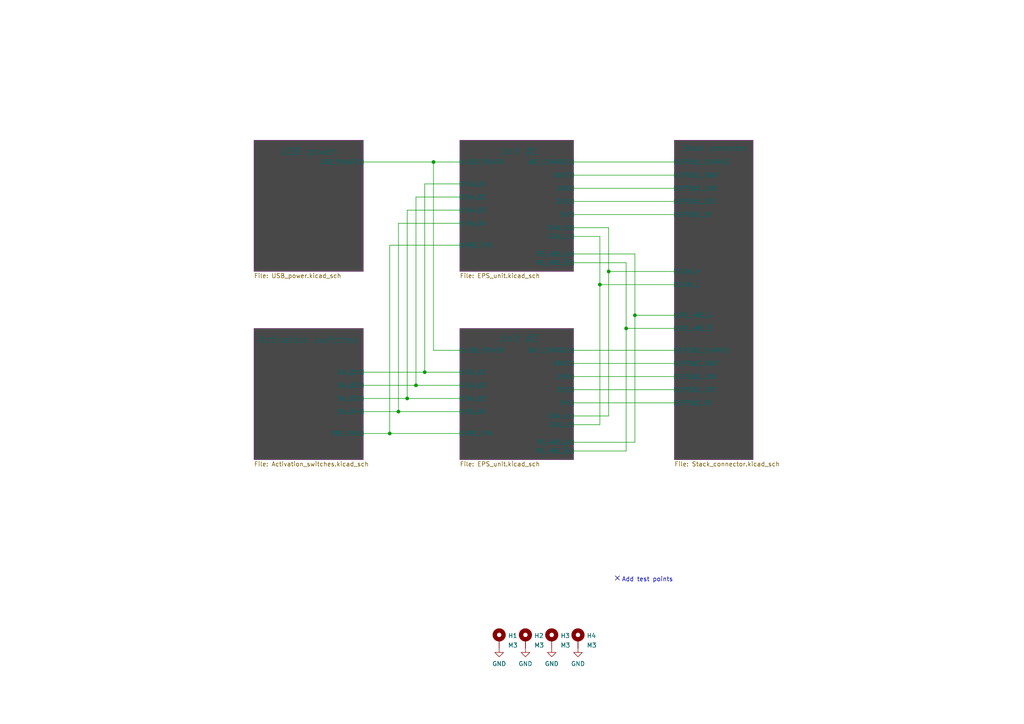
<source format=kicad_sch>
(kicad_sch (version 20210621) (generator eeschema)

  (uuid 2f49f543-5223-4acc-affe-b0eb7ad36a1d)

  (paper "A4")

  (title_block
    (title "BUTCube - EPS")
    (date "2021-06-01")
    (rev "v1.0")
    (company "VUT - FIT(STRaDe) & FME(IAE & IPE)")
    (comment 1 "Author: Petr Malaník")
  )

  

  (junction (at 113.03 125.73) (diameter 0.9144) (color 0 0 0 0))
  (junction (at 115.57 119.38) (diameter 0.9144) (color 0 0 0 0))
  (junction (at 118.11 115.57) (diameter 0.9144) (color 0 0 0 0))
  (junction (at 120.65 111.76) (diameter 0.9144) (color 0 0 0 0))
  (junction (at 123.19 107.95) (diameter 0.9144) (color 0 0 0 0))
  (junction (at 125.73 46.99) (diameter 0.9144) (color 0 0 0 0))
  (junction (at 173.99 82.55) (diameter 0.9144) (color 0 0 0 0))
  (junction (at 176.53 78.74) (diameter 0.9144) (color 0 0 0 0))
  (junction (at 181.61 95.25) (diameter 0.9144) (color 0 0 0 0))
  (junction (at 184.15 91.44) (diameter 0.9144) (color 0 0 0 0))

  (no_connect (at 179.07 167.64) (uuid c030b032-d7af-45c7-bdc1-1b5a6cd0cb61))

  (wire (pts (xy 105.41 46.99) (xy 125.73 46.99))
    (stroke (width 0) (type solid) (color 0 0 0 0))
    (uuid 39990d10-2636-470a-8dd5-6255feb3ba27)
  )
  (wire (pts (xy 105.41 107.95) (xy 123.19 107.95))
    (stroke (width 0) (type solid) (color 0 0 0 0))
    (uuid df770236-41b6-45f9-8f4d-b4750f497ffc)
  )
  (wire (pts (xy 105.41 111.76) (xy 120.65 111.76))
    (stroke (width 0) (type solid) (color 0 0 0 0))
    (uuid c91ad63e-0455-4a44-9210-cce803398cf8)
  )
  (wire (pts (xy 105.41 115.57) (xy 118.11 115.57))
    (stroke (width 0) (type solid) (color 0 0 0 0))
    (uuid 7fadf95b-c98f-45d0-aaee-726f0e9f089a)
  )
  (wire (pts (xy 105.41 119.38) (xy 115.57 119.38))
    (stroke (width 0) (type solid) (color 0 0 0 0))
    (uuid d0827bb6-f615-4cc4-b1de-e74a8a10425b)
  )
  (wire (pts (xy 105.41 125.73) (xy 113.03 125.73))
    (stroke (width 0) (type solid) (color 0 0 0 0))
    (uuid a81aaad3-2cca-4612-86d1-cf4ccba5352d)
  )
  (wire (pts (xy 113.03 71.12) (xy 113.03 125.73))
    (stroke (width 0) (type solid) (color 0 0 0 0))
    (uuid 6fcd28e9-6a35-4e93-98fc-a1ecd8afe745)
  )
  (wire (pts (xy 113.03 71.12) (xy 133.35 71.12))
    (stroke (width 0) (type solid) (color 0 0 0 0))
    (uuid 3ddf8b90-252a-4aac-83e5-e5b72b80ec5b)
  )
  (wire (pts (xy 113.03 125.73) (xy 133.35 125.73))
    (stroke (width 0) (type solid) (color 0 0 0 0))
    (uuid a81aaad3-2cca-4612-86d1-cf4ccba5352d)
  )
  (wire (pts (xy 115.57 64.77) (xy 115.57 119.38))
    (stroke (width 0) (type solid) (color 0 0 0 0))
    (uuid fc7b25b8-5f0d-4da0-9b47-5506b22a323f)
  )
  (wire (pts (xy 115.57 64.77) (xy 133.35 64.77))
    (stroke (width 0) (type solid) (color 0 0 0 0))
    (uuid fc7b25b8-5f0d-4da0-9b47-5506b22a323f)
  )
  (wire (pts (xy 115.57 119.38) (xy 133.35 119.38))
    (stroke (width 0) (type solid) (color 0 0 0 0))
    (uuid d0827bb6-f615-4cc4-b1de-e74a8a10425b)
  )
  (wire (pts (xy 118.11 60.96) (xy 118.11 115.57))
    (stroke (width 0) (type solid) (color 0 0 0 0))
    (uuid 28b88e8e-1e21-47e1-b3e6-ad9ae3d80309)
  )
  (wire (pts (xy 118.11 60.96) (xy 133.35 60.96))
    (stroke (width 0) (type solid) (color 0 0 0 0))
    (uuid 9af13be1-4127-4983-8a62-21f0c5e677f8)
  )
  (wire (pts (xy 118.11 115.57) (xy 133.35 115.57))
    (stroke (width 0) (type solid) (color 0 0 0 0))
    (uuid 7fadf95b-c98f-45d0-aaee-726f0e9f089a)
  )
  (wire (pts (xy 120.65 57.15) (xy 120.65 111.76))
    (stroke (width 0) (type solid) (color 0 0 0 0))
    (uuid 97bcad82-21a1-4a05-bba7-d1da494dcf5c)
  )
  (wire (pts (xy 120.65 57.15) (xy 133.35 57.15))
    (stroke (width 0) (type solid) (color 0 0 0 0))
    (uuid 20988d9c-96bb-441c-ba1b-f552dc3dfdc4)
  )
  (wire (pts (xy 120.65 111.76) (xy 133.35 111.76))
    (stroke (width 0) (type solid) (color 0 0 0 0))
    (uuid c91ad63e-0455-4a44-9210-cce803398cf8)
  )
  (wire (pts (xy 123.19 53.34) (xy 123.19 107.95))
    (stroke (width 0) (type solid) (color 0 0 0 0))
    (uuid bd5ab02c-5695-4766-909c-6e13f745cd34)
  )
  (wire (pts (xy 123.19 53.34) (xy 133.35 53.34))
    (stroke (width 0) (type solid) (color 0 0 0 0))
    (uuid 032c6dfb-879c-4d01-ad0a-2882b27e5b70)
  )
  (wire (pts (xy 123.19 107.95) (xy 133.35 107.95))
    (stroke (width 0) (type solid) (color 0 0 0 0))
    (uuid df770236-41b6-45f9-8f4d-b4750f497ffc)
  )
  (wire (pts (xy 125.73 46.99) (xy 125.73 101.6))
    (stroke (width 0) (type solid) (color 0 0 0 0))
    (uuid c6301f0f-a523-4815-8ad7-fb6588ea15b5)
  )
  (wire (pts (xy 125.73 46.99) (xy 133.35 46.99))
    (stroke (width 0) (type solid) (color 0 0 0 0))
    (uuid 39990d10-2636-470a-8dd5-6255feb3ba27)
  )
  (wire (pts (xy 125.73 101.6) (xy 133.35 101.6))
    (stroke (width 0) (type solid) (color 0 0 0 0))
    (uuid c6301f0f-a523-4815-8ad7-fb6588ea15b5)
  )
  (wire (pts (xy 166.37 46.99) (xy 195.58 46.99))
    (stroke (width 0) (type solid) (color 0 0 0 0))
    (uuid 72d37ceb-29ad-4242-adaf-0c4e5b2b9938)
  )
  (wire (pts (xy 166.37 50.8) (xy 195.58 50.8))
    (stroke (width 0) (type solid) (color 0 0 0 0))
    (uuid 845636b2-ee51-4dbc-b13b-8f1f2da57aea)
  )
  (wire (pts (xy 166.37 54.61) (xy 195.58 54.61))
    (stroke (width 0) (type solid) (color 0 0 0 0))
    (uuid 6d7d4401-2426-434e-bb6e-ed012b7b0ae6)
  )
  (wire (pts (xy 166.37 58.42) (xy 195.58 58.42))
    (stroke (width 0) (type solid) (color 0 0 0 0))
    (uuid c623b167-0c01-4997-b30f-22380c7c9d93)
  )
  (wire (pts (xy 166.37 62.23) (xy 195.58 62.23))
    (stroke (width 0) (type solid) (color 0 0 0 0))
    (uuid cdb85114-9dc1-4a0f-a0f7-f6f2a2f6b6d6)
  )
  (wire (pts (xy 166.37 66.04) (xy 176.53 66.04))
    (stroke (width 0) (type solid) (color 0 0 0 0))
    (uuid c7ef951f-158d-4037-8e80-1062c966df60)
  )
  (wire (pts (xy 166.37 68.58) (xy 173.99 68.58))
    (stroke (width 0) (type solid) (color 0 0 0 0))
    (uuid 8de3abed-965f-44ba-848c-3b47fda5bd31)
  )
  (wire (pts (xy 166.37 73.66) (xy 184.15 73.66))
    (stroke (width 0) (type solid) (color 0 0 0 0))
    (uuid f11929fb-48ae-48a8-bdf8-497fabe6f7a2)
  )
  (wire (pts (xy 166.37 76.2) (xy 181.61 76.2))
    (stroke (width 0) (type solid) (color 0 0 0 0))
    (uuid b23b1cda-6e9c-437a-bc6b-2dc112befb78)
  )
  (wire (pts (xy 166.37 101.6) (xy 195.58 101.6))
    (stroke (width 0) (type solid) (color 0 0 0 0))
    (uuid adcd18a4-7a73-495e-af1b-c3a5376e0d2d)
  )
  (wire (pts (xy 166.37 105.41) (xy 195.58 105.41))
    (stroke (width 0) (type solid) (color 0 0 0 0))
    (uuid 9971f006-26d5-4d5f-91dd-8032b2c805b7)
  )
  (wire (pts (xy 166.37 109.22) (xy 195.58 109.22))
    (stroke (width 0) (type solid) (color 0 0 0 0))
    (uuid 831b5664-9140-4dfa-b1c6-4e9a07992941)
  )
  (wire (pts (xy 166.37 113.03) (xy 195.58 113.03))
    (stroke (width 0) (type solid) (color 0 0 0 0))
    (uuid c8f3d5c7-3eae-4dd1-86bd-173fb211f0e0)
  )
  (wire (pts (xy 166.37 116.84) (xy 195.58 116.84))
    (stroke (width 0) (type solid) (color 0 0 0 0))
    (uuid 1ab9aaad-f443-49cb-b7be-f518147b731c)
  )
  (wire (pts (xy 166.37 120.65) (xy 176.53 120.65))
    (stroke (width 0) (type solid) (color 0 0 0 0))
    (uuid ef1866a5-a190-4062-bcb3-3ac90d69f45f)
  )
  (wire (pts (xy 166.37 123.19) (xy 173.99 123.19))
    (stroke (width 0) (type solid) (color 0 0 0 0))
    (uuid 172b9a22-ed69-49a1-9594-7673bcf8544c)
  )
  (wire (pts (xy 166.37 128.27) (xy 184.15 128.27))
    (stroke (width 0) (type solid) (color 0 0 0 0))
    (uuid 2aed7984-1d53-4d28-ac6e-dd23612cb706)
  )
  (wire (pts (xy 166.37 130.81) (xy 181.61 130.81))
    (stroke (width 0) (type solid) (color 0 0 0 0))
    (uuid b23b1cda-6e9c-437a-bc6b-2dc112befb78)
  )
  (wire (pts (xy 173.99 68.58) (xy 173.99 82.55))
    (stroke (width 0) (type solid) (color 0 0 0 0))
    (uuid 4f0b826a-c89c-40b8-a091-fc56aa9a68c8)
  )
  (wire (pts (xy 173.99 82.55) (xy 173.99 123.19))
    (stroke (width 0) (type solid) (color 0 0 0 0))
    (uuid 4f0b826a-c89c-40b8-a091-fc56aa9a68c8)
  )
  (wire (pts (xy 173.99 82.55) (xy 195.58 82.55))
    (stroke (width 0) (type solid) (color 0 0 0 0))
    (uuid bc50f196-3c1c-4a58-be77-bd3d31947694)
  )
  (wire (pts (xy 176.53 66.04) (xy 176.53 78.74))
    (stroke (width 0) (type solid) (color 0 0 0 0))
    (uuid 92a5b41c-31dc-4aca-b92c-0d5ca44de9dd)
  )
  (wire (pts (xy 176.53 78.74) (xy 176.53 120.65))
    (stroke (width 0) (type solid) (color 0 0 0 0))
    (uuid 92a5b41c-31dc-4aca-b92c-0d5ca44de9dd)
  )
  (wire (pts (xy 176.53 78.74) (xy 195.58 78.74))
    (stroke (width 0) (type solid) (color 0 0 0 0))
    (uuid c4374f4f-76c3-4c58-a04b-9bcb72734dc0)
  )
  (wire (pts (xy 181.61 76.2) (xy 181.61 95.25))
    (stroke (width 0) (type solid) (color 0 0 0 0))
    (uuid b23b1cda-6e9c-437a-bc6b-2dc112befb78)
  )
  (wire (pts (xy 181.61 95.25) (xy 181.61 130.81))
    (stroke (width 0) (type solid) (color 0 0 0 0))
    (uuid b23b1cda-6e9c-437a-bc6b-2dc112befb78)
  )
  (wire (pts (xy 181.61 95.25) (xy 195.58 95.25))
    (stroke (width 0) (type solid) (color 0 0 0 0))
    (uuid 7f8d828c-1cad-40ae-9210-d48af3649225)
  )
  (wire (pts (xy 184.15 73.66) (xy 184.15 91.44))
    (stroke (width 0) (type solid) (color 0 0 0 0))
    (uuid 2aed7984-1d53-4d28-ac6e-dd23612cb706)
  )
  (wire (pts (xy 184.15 91.44) (xy 184.15 128.27))
    (stroke (width 0) (type solid) (color 0 0 0 0))
    (uuid 2aed7984-1d53-4d28-ac6e-dd23612cb706)
  )
  (wire (pts (xy 184.15 91.44) (xy 195.58 91.44))
    (stroke (width 0) (type solid) (color 0 0 0 0))
    (uuid 843a6978-2097-4150-b1ab-683764d21ae3)
  )

  (text "Add test points\n" (at 180.34 168.91 0)
    (effects (font (size 1.27 1.27)) (justify left bottom))
    (uuid 5cb49ac3-28ff-4a74-8db0-aeeaecd9e416)
  )

  (symbol (lib_id "power:GND") (at 144.78 187.96 0) (unit 1)
    (in_bom yes) (on_board yes) (fields_autoplaced)
    (uuid 4bfdf05e-97d1-443f-9474-51eaf1416cb1)
    (property "Reference" "#PWR01" (id 0) (at 144.78 194.31 0)
      (effects (font (size 1.27 1.27)) hide)
    )
    (property "Value" "GND" (id 1) (at 144.78 192.5226 0))
    (property "Footprint" "" (id 2) (at 144.78 187.96 0)
      (effects (font (size 1.27 1.27)) hide)
    )
    (property "Datasheet" "" (id 3) (at 144.78 187.96 0)
      (effects (font (size 1.27 1.27)) hide)
    )
    (pin "1" (uuid b2779e9b-29ad-43d8-a92e-ec41b5a13471))
  )

  (symbol (lib_id "power:GND") (at 152.4 187.96 0) (unit 1)
    (in_bom yes) (on_board yes) (fields_autoplaced)
    (uuid 08196bea-4396-40f8-a9e4-4c3d4398a36a)
    (property "Reference" "#PWR02" (id 0) (at 152.4 194.31 0)
      (effects (font (size 1.27 1.27)) hide)
    )
    (property "Value" "GND" (id 1) (at 152.4 192.5226 0))
    (property "Footprint" "" (id 2) (at 152.4 187.96 0)
      (effects (font (size 1.27 1.27)) hide)
    )
    (property "Datasheet" "" (id 3) (at 152.4 187.96 0)
      (effects (font (size 1.27 1.27)) hide)
    )
    (pin "1" (uuid f39e3122-ed59-4483-9a90-26e7e6365c2d))
  )

  (symbol (lib_id "power:GND") (at 160.02 187.96 0) (unit 1)
    (in_bom yes) (on_board yes) (fields_autoplaced)
    (uuid d40190e9-8c25-445f-93b8-fe31be1b7c26)
    (property "Reference" "#PWR03" (id 0) (at 160.02 194.31 0)
      (effects (font (size 1.27 1.27)) hide)
    )
    (property "Value" "GND" (id 1) (at 160.02 192.5226 0))
    (property "Footprint" "" (id 2) (at 160.02 187.96 0)
      (effects (font (size 1.27 1.27)) hide)
    )
    (property "Datasheet" "" (id 3) (at 160.02 187.96 0)
      (effects (font (size 1.27 1.27)) hide)
    )
    (pin "1" (uuid a00eab10-f171-4e96-80c9-53dbf34eb8c2))
  )

  (symbol (lib_id "power:GND") (at 167.64 187.96 0) (unit 1)
    (in_bom yes) (on_board yes) (fields_autoplaced)
    (uuid 0893530c-6aec-47f3-bd7f-29cda7ecd092)
    (property "Reference" "#PWR04" (id 0) (at 167.64 194.31 0)
      (effects (font (size 1.27 1.27)) hide)
    )
    (property "Value" "GND" (id 1) (at 167.64 192.5226 0))
    (property "Footprint" "" (id 2) (at 167.64 187.96 0)
      (effects (font (size 1.27 1.27)) hide)
    )
    (property "Datasheet" "" (id 3) (at 167.64 187.96 0)
      (effects (font (size 1.27 1.27)) hide)
    )
    (pin "1" (uuid 18100b89-ed6f-4bdc-9547-1227a8d06755))
  )

  (symbol (lib_id "Mechanical:MountingHole_Pad") (at 144.78 185.42 0) (unit 1)
    (in_bom yes) (on_board yes) (fields_autoplaced)
    (uuid 66bf6f6c-97e9-486c-9eaa-26a402f80b15)
    (property "Reference" "H1" (id 0) (at 147.3201 184.3845 0)
      (effects (font (size 1.27 1.27)) (justify left))
    )
    (property "Value" "M3" (id 1) (at 147.3201 187.1596 0)
      (effects (font (size 1.27 1.27)) (justify left))
    )
    (property "Footprint" "MountingHole:MountingHole_3.2mm_M3_Pad_Via" (id 2) (at 144.78 185.42 0)
      (effects (font (size 1.27 1.27)) hide)
    )
    (property "Datasheet" "~" (id 3) (at 144.78 185.42 0)
      (effects (font (size 1.27 1.27)) hide)
    )
    (pin "1" (uuid bd78bb1f-5b75-42f5-b169-c00756757142))
  )

  (symbol (lib_id "Mechanical:MountingHole_Pad") (at 152.4 185.42 0) (unit 1)
    (in_bom yes) (on_board yes) (fields_autoplaced)
    (uuid 607cafa5-2b9a-44fe-b751-2f216b0c73a3)
    (property "Reference" "H2" (id 0) (at 154.9401 184.3845 0)
      (effects (font (size 1.27 1.27)) (justify left))
    )
    (property "Value" "M3" (id 1) (at 154.9401 187.1596 0)
      (effects (font (size 1.27 1.27)) (justify left))
    )
    (property "Footprint" "MountingHole:MountingHole_3.2mm_M3_Pad_Via" (id 2) (at 152.4 185.42 0)
      (effects (font (size 1.27 1.27)) hide)
    )
    (property "Datasheet" "~" (id 3) (at 152.4 185.42 0)
      (effects (font (size 1.27 1.27)) hide)
    )
    (pin "1" (uuid 486f9c14-4583-45cf-b1c8-6f931c8edaa5))
  )

  (symbol (lib_id "Mechanical:MountingHole_Pad") (at 160.02 185.42 0) (unit 1)
    (in_bom yes) (on_board yes) (fields_autoplaced)
    (uuid d97bd976-5441-47dd-a3c9-14beb9eb2176)
    (property "Reference" "H3" (id 0) (at 162.5601 184.3845 0)
      (effects (font (size 1.27 1.27)) (justify left))
    )
    (property "Value" "M3" (id 1) (at 162.5601 187.1596 0)
      (effects (font (size 1.27 1.27)) (justify left))
    )
    (property "Footprint" "MountingHole:MountingHole_3.2mm_M3_Pad_Via" (id 2) (at 160.02 185.42 0)
      (effects (font (size 1.27 1.27)) hide)
    )
    (property "Datasheet" "~" (id 3) (at 160.02 185.42 0)
      (effects (font (size 1.27 1.27)) hide)
    )
    (pin "1" (uuid 26313712-7b9b-4b45-b0d0-642f64524de1))
  )

  (symbol (lib_id "Mechanical:MountingHole_Pad") (at 167.64 185.42 0) (unit 1)
    (in_bom yes) (on_board yes) (fields_autoplaced)
    (uuid bf4313bb-3c20-48f9-91dc-f33dc0ea2294)
    (property "Reference" "H4" (id 0) (at 170.1801 184.3845 0)
      (effects (font (size 1.27 1.27)) (justify left))
    )
    (property "Value" "M3" (id 1) (at 170.1801 187.1596 0)
      (effects (font (size 1.27 1.27)) (justify left))
    )
    (property "Footprint" "MountingHole:MountingHole_3.2mm_M3_Pad_Via" (id 2) (at 167.64 185.42 0)
      (effects (font (size 1.27 1.27)) hide)
    )
    (property "Datasheet" "~" (id 3) (at 167.64 185.42 0)
      (effects (font (size 1.27 1.27)) hide)
    )
    (pin "1" (uuid 33821509-c07e-4f01-961b-8ad89ce1a83b))
  )

  (sheet (at 73.66 95.25) (size 31.75 38.1)
    (stroke (width 0.001) (type solid) (color 132 0 132 1))
    (fill (color 72 72 72 1.0000))
    (uuid 0af26628-79d2-4b82-8720-d6410a59bab5)
    (property "Sheet name" "Activation switches" (id 0) (at 74.93 99.6941 0)
      (effects (font (size 2 2)) (justify left bottom))
    )
    (property "Sheet file" "Activation_switches.kicad_sch" (id 1) (at 73.66 133.8589 0)
      (effects (font (size 1.27 1.27)) (justify left top))
    )
    (pin "SW_#3" input (at 105.41 115.57 0)
      (effects (font (size 1.27 1.27)) (justify right))
      (uuid 13cdd1f4-a969-4c56-a13c-17dbff0deb0e)
    )
    (pin "SW_#4" input (at 105.41 119.38 0)
      (effects (font (size 1.27 1.27)) (justify right))
      (uuid 34e689d2-1002-420c-9eba-a99ad898f376)
    )
    (pin "SW_#1" input (at 105.41 107.95 0)
      (effects (font (size 1.27 1.27)) (justify right))
      (uuid 88cfb714-55a3-4baf-9d16-76180211f254)
    )
    (pin "SW_#2" input (at 105.41 111.76 0)
      (effects (font (size 1.27 1.27)) (justify right))
      (uuid 734cf6bf-c43b-4959-8567-23ee74db617a)
    )
    (pin "RBF_PIN" input (at 105.41 125.73 0)
      (effects (font (size 1.27 1.27)) (justify right))
      (uuid fc0e9d89-048c-4c39-b341-80a41407ca57)
    )
  )

  (sheet (at 195.58 40.64) (size 22.86 92.71)
    (stroke (width 0.001) (type solid) (color 132 0 132 1))
    (fill (color 72 72 72 1.0000))
    (uuid 1e440c8e-d82c-43a9-85f4-bc6a89310980)
    (property "Sheet name" "Stack connector" (id 0) (at 198.12 43.8141 0)
      (effects (font (size 1.5 1.5)) (justify left bottom))
    )
    (property "Sheet file" "Stack_connector.kicad_sch" (id 1) (at 195.58 133.8589 0)
      (effects (font (size 1.27 1.27)) (justify left top))
    )
    (pin "EPS#2_1V8" input (at 195.58 109.22 180)
      (effects (font (size 1.27 1.27)) (justify left))
      (uuid 16adb083-2cce-499e-a28e-6f8835f86915)
    )
    (pin "EPS#2_5V" input (at 195.58 116.84 180)
      (effects (font (size 1.27 1.27)) (justify left))
      (uuid 1e67d3c3-b075-44dd-8c64-15f0c067f243)
    )
    (pin "EPS#2_VBAT" input (at 195.58 105.41 180)
      (effects (font (size 1.27 1.27)) (justify left))
      (uuid 569f1762-021f-4109-9f1c-34290f12d237)
    )
    (pin "EPS#1_5V" input (at 195.58 62.23 180)
      (effects (font (size 1.27 1.27)) (justify left))
      (uuid 5d065a7f-feb9-4371-9824-d93115467097)
    )
    (pin "EPS#1_3V3" input (at 195.58 58.42 180)
      (effects (font (size 1.27 1.27)) (justify left))
      (uuid 56b6276e-b251-4781-811b-f0b1224bad22)
    )
    (pin "EPS#1_1V8" input (at 195.58 54.61 180)
      (effects (font (size 1.27 1.27)) (justify left))
      (uuid 39dd60d6-c6c1-496d-9143-6501cdbbb5a8)
    )
    (pin "EPS#1_VBAT" input (at 195.58 50.8 180)
      (effects (font (size 1.27 1.27)) (justify left))
      (uuid 10c73010-979a-40f4-97c1-4c3fb5d029b1)
    )
    (pin "EPS#2_3V3" input (at 195.58 113.03 180)
      (effects (font (size 1.27 1.27)) (justify left))
      (uuid 37f921bc-27d4-4edc-b2f7-a451a3f0d73b)
    )
    (pin "CAN_H" input (at 195.58 78.74 180)
      (effects (font (size 1.27 1.27)) (justify left))
      (uuid 4694a4a0-34e4-43ea-a45b-d4190ae2c581)
    )
    (pin "CAN_L" input (at 195.58 82.55 180)
      (effects (font (size 1.27 1.27)) (justify left))
      (uuid 8a9564f0-2bba-4131-9f7f-ffe57c5b4566)
    )
    (pin "RS_485_A" input (at 195.58 91.44 180)
      (effects (font (size 1.27 1.27)) (justify left))
      (uuid 7195805c-f287-416f-8bb4-a139c7accffc)
    )
    (pin "RS_485_~{B}" input (at 195.58 95.25 180)
      (effects (font (size 1.27 1.27)) (justify left))
      (uuid 05ab5a44-88ce-4a13-adc8-8367f98530fd)
    )
    (pin "EPS#1_CHARGE" input (at 195.58 46.99 180)
      (effects (font (size 1.27 1.27)) (justify left))
      (uuid f88dd329-f6ed-4ab5-95f2-752c0444ff60)
    )
    (pin "EPS#2_CHARGE" input (at 195.58 101.6 180)
      (effects (font (size 1.27 1.27)) (justify left))
      (uuid 84963184-203a-4d58-a506-c8fa40bb77f8)
    )
  )

  (sheet (at 73.66 40.64) (size 31.75 38.1)
    (stroke (width 0.001) (type solid) (color 132 0 132 1))
    (fill (color 72 72 72 1.0000))
    (uuid f0a44c9a-59f0-4df3-a6f8-7f380764821e)
    (property "Sheet name" "USB power" (id 0) (at 81.28 45.0841 0)
      (effects (font (size 2 2)) (justify left bottom))
    )
    (property "Sheet file" "USB_power.kicad_sch" (id 1) (at 73.66 79.2489 0)
      (effects (font (size 1.27 1.27)) (justify left top))
    )
    (pin "USB_POWER" input (at 105.41 46.99 0)
      (effects (font (size 1.27 1.27)) (justify right))
      (uuid 2adcf26e-3a81-4561-b2db-6ebf7d3f5026)
    )
  )

  (sheet (at 133.35 40.64) (size 33.02 38.1)
    (stroke (width 0.001) (type solid) (color 132 0 132 1))
    (fill (color 72 72 72 1.0000))
    (uuid 3fbfe5f5-450c-4c51-813c-f3d5ddddd4e3)
    (property "Sheet name" "Unit #1" (id 0) (at 144.78 45.0841 0)
      (effects (font (size 2 2)) (justify left bottom))
    )
    (property "Sheet file" "EPS_unit.kicad_sch" (id 1) (at 133.35 79.2489 0)
      (effects (font (size 1.27 1.27)) (justify left top))
    )
    (pin "USB_POWER" input (at 133.35 46.99 180)
      (effects (font (size 1.27 1.27)) (justify left))
      (uuid 8abf4e2d-ffed-495f-a30b-6cb3441c297d)
    )
    (pin "SW_#1" input (at 133.35 53.34 180)
      (effects (font (size 1.27 1.27)) (justify left))
      (uuid fc9b713e-b551-4d0f-a708-acf5dd4e98fc)
    )
    (pin "SW_#3" input (at 133.35 60.96 180)
      (effects (font (size 1.27 1.27)) (justify left))
      (uuid b99b2ccf-e69f-4195-ba06-a4ac30f68983)
    )
    (pin "SW_#4" input (at 133.35 64.77 180)
      (effects (font (size 1.27 1.27)) (justify left))
      (uuid 186624c3-1a9e-4802-9d08-a647b28a9dfe)
    )
    (pin "SW_#2" input (at 133.35 57.15 180)
      (effects (font (size 1.27 1.27)) (justify left))
      (uuid b74550bf-3ae9-404a-aef5-c3eacdd1562c)
    )
    (pin "5V" input (at 166.37 62.23 0)
      (effects (font (size 1.27 1.27)) (justify right))
      (uuid faf9bf62-d323-4497-813f-401a9e565ba4)
    )
    (pin "1V8" input (at 166.37 54.61 0)
      (effects (font (size 1.27 1.27)) (justify right))
      (uuid 01781dbd-4a52-427e-bd46-333457825422)
    )
    (pin "VBAT" input (at 166.37 50.8 0)
      (effects (font (size 1.27 1.27)) (justify right))
      (uuid 31447997-f231-4703-8b6f-c1981ddcacfe)
    )
    (pin "3V3" input (at 166.37 58.42 0)
      (effects (font (size 1.27 1.27)) (justify right))
      (uuid 68858264-f83e-4007-bc47-cd53503aecef)
    )
    (pin "CAN_H" input (at 166.37 66.04 0)
      (effects (font (size 1.27 1.27)) (justify right))
      (uuid 8e5a80db-fdac-4ca3-8993-123c8dd62fb3)
    )
    (pin "CAN_L" input (at 166.37 68.58 0)
      (effects (font (size 1.27 1.27)) (justify right))
      (uuid f3ca86ee-3ea9-4f9d-8bf8-ec8a4bcf7d70)
    )
    (pin "RBF_PIN" input (at 133.35 71.12 180)
      (effects (font (size 1.27 1.27)) (justify left))
      (uuid 44044b78-5628-4072-86bc-5009215c160f)
    )
    (pin "RS_485_A" input (at 166.37 73.66 0)
      (effects (font (size 1.27 1.27)) (justify right))
      (uuid 0cec60c8-0c50-467f-9105-dcedbd231725)
    )
    (pin "BAT_CHARGE" input (at 166.37 46.99 0)
      (effects (font (size 1.27 1.27)) (justify right))
      (uuid a1a883e1-109f-42f3-b2fe-8391c0c1a953)
    )
    (pin "RS_485_~{B}" input (at 166.37 76.2 0)
      (effects (font (size 1.27 1.27)) (justify right))
      (uuid 6b19df93-4a1d-4f45-8f9f-ff87e5a7e674)
    )
  )

  (sheet (at 133.35 95.25) (size 33.02 38.1)
    (stroke (width 0.001) (type solid) (color 132 0 132 1))
    (fill (color 72 72 72 1.0000))
    (uuid 4b3a0e0d-cdd4-41ca-aa78-0f9d521766f0)
    (property "Sheet name" "Unit #2" (id 0) (at 144.78 99.3291 0)
      (effects (font (size 2 2)) (justify left bottom))
    )
    (property "Sheet file" "EPS_unit.kicad_sch" (id 1) (at 133.35 133.8589 0)
      (effects (font (size 1.27 1.27)) (justify left top))
    )
    (pin "USB_POWER" input (at 133.35 101.6 180)
      (effects (font (size 1.27 1.27)) (justify left))
      (uuid f3493f2e-3c7d-4a05-9b39-8661b2518463)
    )
    (pin "SW_#1" input (at 133.35 107.95 180)
      (effects (font (size 1.27 1.27)) (justify left))
      (uuid 36c4b42a-5bcc-4421-81d8-670007be965f)
    )
    (pin "SW_#3" input (at 133.35 115.57 180)
      (effects (font (size 1.27 1.27)) (justify left))
      (uuid 08ca2aa9-03a2-477c-b866-94851d126ccb)
    )
    (pin "SW_#4" input (at 133.35 119.38 180)
      (effects (font (size 1.27 1.27)) (justify left))
      (uuid 95b36079-91ce-4fd0-987a-6792f7aad3b0)
    )
    (pin "SW_#2" input (at 133.35 111.76 180)
      (effects (font (size 1.27 1.27)) (justify left))
      (uuid ee407556-77f4-477b-8f11-b766b5f9fb6d)
    )
    (pin "5V" input (at 166.37 116.84 0)
      (effects (font (size 1.27 1.27)) (justify right))
      (uuid de15d2a9-3a16-4bd5-9687-dd77c8a7b792)
    )
    (pin "1V8" input (at 166.37 109.22 0)
      (effects (font (size 1.27 1.27)) (justify right))
      (uuid c13b1f32-8e94-4b67-b6aa-a36e1da5a263)
    )
    (pin "VBAT" input (at 166.37 105.41 0)
      (effects (font (size 1.27 1.27)) (justify right))
      (uuid abe7f910-e16d-4080-b79f-b50230f412f6)
    )
    (pin "3V3" input (at 166.37 113.03 0)
      (effects (font (size 1.27 1.27)) (justify right))
      (uuid 4599a2e5-8408-4249-af92-bfe479f28a92)
    )
    (pin "CAN_H" input (at 166.37 120.65 0)
      (effects (font (size 1.27 1.27)) (justify right))
      (uuid 6c64c5de-f31e-4a53-a2ae-3d8803847188)
    )
    (pin "CAN_L" input (at 166.37 123.19 0)
      (effects (font (size 1.27 1.27)) (justify right))
      (uuid 50599a56-2ac9-4681-8f8e-75a06c674182)
    )
    (pin "RBF_PIN" input (at 133.35 125.73 180)
      (effects (font (size 1.27 1.27)) (justify left))
      (uuid 3814cad2-a01a-4716-9f5a-76b82bfb45e7)
    )
    (pin "RS_485_A" input (at 166.37 128.27 0)
      (effects (font (size 1.27 1.27)) (justify right))
      (uuid 3af7c658-49fb-448e-a1a3-e948523295de)
    )
    (pin "BAT_CHARGE" input (at 166.37 101.6 0)
      (effects (font (size 1.27 1.27)) (justify right))
      (uuid 9a077e5c-d58f-421d-858b-f329c1afe2ee)
    )
    (pin "RS_485_~{B}" input (at 166.37 130.81 0)
      (effects (font (size 1.27 1.27)) (justify right))
      (uuid 27e931c7-8d92-4269-a0bf-48e3a148167c)
    )
  )

  (sheet_instances
    (path "/" (page "1"))
    (path "/3fbfe5f5-450c-4c51-813c-f3d5ddddd4e3/d0e7f43c-19e1-457f-9b3c-08ae18c73b14" (page "2"))
    (path "/3fbfe5f5-450c-4c51-813c-f3d5ddddd4e3/6fb8053f-42ce-42af-8e9e-aced75a63ce0" (page "3"))
    (path "/3fbfe5f5-450c-4c51-813c-f3d5ddddd4e3/69a229f7-d3f6-4b7d-9358-aa1002ac32e6" (page "4"))
    (path "/3fbfe5f5-450c-4c51-813c-f3d5ddddd4e3/855c8417-ab94-4328-91c9-4e7cdd76a6fe" (page "5"))
    (path "/3fbfe5f5-450c-4c51-813c-f3d5ddddd4e3/d47b1e7e-fcc0-4d86-b637-7d4c2188f2da" (page "6"))
    (path "/3fbfe5f5-450c-4c51-813c-f3d5ddddd4e3/4d48ecf9-6144-4763-9050-ec9ac6b81740" (page "7"))
    (path "/3fbfe5f5-450c-4c51-813c-f3d5ddddd4e3/ec290dc2-3082-4271-9841-619347ff30bc" (page "9"))
    (path "/3fbfe5f5-450c-4c51-813c-f3d5ddddd4e3/e90aa45b-e371-4d9f-a40f-45b62d6b0cc2" (page "10"))
    (path "/3fbfe5f5-450c-4c51-813c-f3d5ddddd4e3" (page "11"))
    (path "/4b3a0e0d-cdd4-41ca-aa78-0f9d521766f0" (page "12"))
    (path "/1e440c8e-d82c-43a9-85f4-bc6a89310980" (page "13"))
    (path "/4b3a0e0d-cdd4-41ca-aa78-0f9d521766f0/d0e7f43c-19e1-457f-9b3c-08ae18c73b14" (page "14"))
    (path "/4b3a0e0d-cdd4-41ca-aa78-0f9d521766f0/6fb8053f-42ce-42af-8e9e-aced75a63ce0" (page "15"))
    (path "/4b3a0e0d-cdd4-41ca-aa78-0f9d521766f0/69a229f7-d3f6-4b7d-9358-aa1002ac32e6" (page "16"))
    (path "/4b3a0e0d-cdd4-41ca-aa78-0f9d521766f0/855c8417-ab94-4328-91c9-4e7cdd76a6fe" (page "17"))
    (path "/4b3a0e0d-cdd4-41ca-aa78-0f9d521766f0/d47b1e7e-fcc0-4d86-b637-7d4c2188f2da" (page "18"))
    (path "/4b3a0e0d-cdd4-41ca-aa78-0f9d521766f0/4d48ecf9-6144-4763-9050-ec9ac6b81740" (page "19"))
    (path "/4b3a0e0d-cdd4-41ca-aa78-0f9d521766f0/ec290dc2-3082-4271-9841-619347ff30bc" (page "21"))
    (path "/4b3a0e0d-cdd4-41ca-aa78-0f9d521766f0/e90aa45b-e371-4d9f-a40f-45b62d6b0cc2" (page "22"))
    (path "/3fbfe5f5-450c-4c51-813c-f3d5ddddd4e3/69a229f7-d3f6-4b7d-9358-aa1002ac32e6/fb01cd5e-1324-455d-9a7b-216b2478d8a1" (page "23"))
    (path "/4b3a0e0d-cdd4-41ca-aa78-0f9d521766f0/69a229f7-d3f6-4b7d-9358-aa1002ac32e6/fb01cd5e-1324-455d-9a7b-216b2478d8a1" (page "24"))
    (path "/3fbfe5f5-450c-4c51-813c-f3d5ddddd4e3/e90aa45b-e371-4d9f-a40f-45b62d6b0cc2/a12e4ae2-0082-44ab-871d-8bf2750427af" (page "25"))
    (path "/4b3a0e0d-cdd4-41ca-aa78-0f9d521766f0/e90aa45b-e371-4d9f-a40f-45b62d6b0cc2/a12e4ae2-0082-44ab-871d-8bf2750427af" (page "26"))
    (path "/3fbfe5f5-450c-4c51-813c-f3d5ddddd4e3/e90aa45b-e371-4d9f-a40f-45b62d6b0cc2/b028d684-e73b-4aba-a10d-751a54ede8f8" (page "27"))
    (path "/4b3a0e0d-cdd4-41ca-aa78-0f9d521766f0/e90aa45b-e371-4d9f-a40f-45b62d6b0cc2/b028d684-e73b-4aba-a10d-751a54ede8f8" (page "28"))
    (path "/3fbfe5f5-450c-4c51-813c-f3d5ddddd4e3/e90aa45b-e371-4d9f-a40f-45b62d6b0cc2/77de7b9e-b79d-47ce-9bcc-fa93ceb69146" (page "29"))
    (path "/4b3a0e0d-cdd4-41ca-aa78-0f9d521766f0/e90aa45b-e371-4d9f-a40f-45b62d6b0cc2/77de7b9e-b79d-47ce-9bcc-fa93ceb69146" (page "30"))
    (path "/3fbfe5f5-450c-4c51-813c-f3d5ddddd4e3/e90aa45b-e371-4d9f-a40f-45b62d6b0cc2/4813e8c7-3f5a-4c5f-98f0-ec2a381e611e" (page "31"))
    (path "/4b3a0e0d-cdd4-41ca-aa78-0f9d521766f0/e90aa45b-e371-4d9f-a40f-45b62d6b0cc2/4813e8c7-3f5a-4c5f-98f0-ec2a381e611e" (page "32"))
    (path "/f0a44c9a-59f0-4df3-a6f8-7f380764821e" (page "33"))
    (path "/0af26628-79d2-4b82-8720-d6410a59bab5" (page "44"))
    (path "/4b3a0e0d-cdd4-41ca-aa78-0f9d521766f0/855c8417-ab94-4328-91c9-4e7cdd76a6fe/3e102a28-d5a4-4d2c-b73e-7fe3de18252f" (page ""))
    (path "/3fbfe5f5-450c-4c51-813c-f3d5ddddd4e3/855c8417-ab94-4328-91c9-4e7cdd76a6fe/3e102a28-d5a4-4d2c-b73e-7fe3de18252f" (page ""))
  )

  (symbol_instances
    (path "/3fbfe5f5-450c-4c51-813c-f3d5ddddd4e3/d0e7f43c-19e1-457f-9b3c-08ae18c73b14/afe2dd24-9acf-428c-8603-b260bc75b79c"
      (reference "#FLG01") (unit 1) (value "PWR_FLAG") (footprint "")
    )
    (path "/3fbfe5f5-450c-4c51-813c-f3d5ddddd4e3/d47b1e7e-fcc0-4d86-b637-7d4c2188f2da/672f3a48-7f1a-49e2-9ecd-0c94f5637313"
      (reference "#FLG02") (unit 1) (value "PWR_FLAG") (footprint "")
    )
    (path "/3fbfe5f5-450c-4c51-813c-f3d5ddddd4e3/d47b1e7e-fcc0-4d86-b637-7d4c2188f2da/348d4dc6-647c-4ca1-a2c3-aae604cf9f2d"
      (reference "#FLG03") (unit 1) (value "PWR_FLAG") (footprint "")
    )
    (path "/3fbfe5f5-450c-4c51-813c-f3d5ddddd4e3/d47b1e7e-fcc0-4d86-b637-7d4c2188f2da/9504bd17-e2f2-4cf7-94d5-be1ef5a4299b"
      (reference "#FLG04") (unit 1) (value "PWR_FLAG") (footprint "")
    )
    (path "/3fbfe5f5-450c-4c51-813c-f3d5ddddd4e3/d47b1e7e-fcc0-4d86-b637-7d4c2188f2da/daf0328f-0a91-4487-bc78-2148725b11af"
      (reference "#FLG05") (unit 1) (value "PWR_FLAG") (footprint "")
    )
    (path "/4b3a0e0d-cdd4-41ca-aa78-0f9d521766f0/d0e7f43c-19e1-457f-9b3c-08ae18c73b14/afe2dd24-9acf-428c-8603-b260bc75b79c"
      (reference "#FLG06") (unit 1) (value "PWR_FLAG") (footprint "")
    )
    (path "/4b3a0e0d-cdd4-41ca-aa78-0f9d521766f0/d47b1e7e-fcc0-4d86-b637-7d4c2188f2da/672f3a48-7f1a-49e2-9ecd-0c94f5637313"
      (reference "#FLG07") (unit 1) (value "PWR_FLAG") (footprint "")
    )
    (path "/4b3a0e0d-cdd4-41ca-aa78-0f9d521766f0/d47b1e7e-fcc0-4d86-b637-7d4c2188f2da/348d4dc6-647c-4ca1-a2c3-aae604cf9f2d"
      (reference "#FLG08") (unit 1) (value "PWR_FLAG") (footprint "")
    )
    (path "/4b3a0e0d-cdd4-41ca-aa78-0f9d521766f0/d47b1e7e-fcc0-4d86-b637-7d4c2188f2da/9504bd17-e2f2-4cf7-94d5-be1ef5a4299b"
      (reference "#FLG09") (unit 1) (value "PWR_FLAG") (footprint "")
    )
    (path "/4b3a0e0d-cdd4-41ca-aa78-0f9d521766f0/d47b1e7e-fcc0-4d86-b637-7d4c2188f2da/daf0328f-0a91-4487-bc78-2148725b11af"
      (reference "#FLG010") (unit 1) (value "PWR_FLAG") (footprint "")
    )
    (path "/3fbfe5f5-450c-4c51-813c-f3d5ddddd4e3/e90aa45b-e371-4d9f-a40f-45b62d6b0cc2/a12e4ae2-0082-44ab-871d-8bf2750427af/c29f3033-9219-4cc1-9291-3040b3e16811"
      (reference "#FLG011") (unit 1) (value "PWR_FLAG") (footprint "")
    )
    (path "/4b3a0e0d-cdd4-41ca-aa78-0f9d521766f0/e90aa45b-e371-4d9f-a40f-45b62d6b0cc2/a12e4ae2-0082-44ab-871d-8bf2750427af/c29f3033-9219-4cc1-9291-3040b3e16811"
      (reference "#FLG012") (unit 1) (value "PWR_FLAG") (footprint "")
    )
    (path "/3fbfe5f5-450c-4c51-813c-f3d5ddddd4e3/e90aa45b-e371-4d9f-a40f-45b62d6b0cc2/b028d684-e73b-4aba-a10d-751a54ede8f8/c29f3033-9219-4cc1-9291-3040b3e16811"
      (reference "#FLG013") (unit 1) (value "PWR_FLAG") (footprint "")
    )
    (path "/4b3a0e0d-cdd4-41ca-aa78-0f9d521766f0/e90aa45b-e371-4d9f-a40f-45b62d6b0cc2/b028d684-e73b-4aba-a10d-751a54ede8f8/c29f3033-9219-4cc1-9291-3040b3e16811"
      (reference "#FLG014") (unit 1) (value "PWR_FLAG") (footprint "")
    )
    (path "/3fbfe5f5-450c-4c51-813c-f3d5ddddd4e3/e90aa45b-e371-4d9f-a40f-45b62d6b0cc2/77de7b9e-b79d-47ce-9bcc-fa93ceb69146/c29f3033-9219-4cc1-9291-3040b3e16811"
      (reference "#FLG015") (unit 1) (value "PWR_FLAG") (footprint "")
    )
    (path "/4b3a0e0d-cdd4-41ca-aa78-0f9d521766f0/e90aa45b-e371-4d9f-a40f-45b62d6b0cc2/77de7b9e-b79d-47ce-9bcc-fa93ceb69146/c29f3033-9219-4cc1-9291-3040b3e16811"
      (reference "#FLG016") (unit 1) (value "PWR_FLAG") (footprint "")
    )
    (path "/f0a44c9a-59f0-4df3-a6f8-7f380764821e/23bac90a-67ec-4f39-afbb-36799cd25092"
      (reference "#FLG017") (unit 1) (value "PWR_FLAG") (footprint "")
    )
    (path "/3fbfe5f5-450c-4c51-813c-f3d5ddddd4e3/4d48ecf9-6144-4763-9050-ec9ac6b81740/94dc2b0f-6d71-4b82-a882-ea0e15d96886"
      (reference "#FLG0101") (unit 1) (value "PWR_FLAG") (footprint "")
    )
    (path "/4b3a0e0d-cdd4-41ca-aa78-0f9d521766f0/4d48ecf9-6144-4763-9050-ec9ac6b81740/94dc2b0f-6d71-4b82-a882-ea0e15d96886"
      (reference "#FLG0102") (unit 1) (value "PWR_FLAG") (footprint "")
    )
    (path "/3fbfe5f5-450c-4c51-813c-f3d5ddddd4e3/69a229f7-d3f6-4b7d-9358-aa1002ac32e6/9c326619-c343-4766-a7f6-3ed35882c088"
      (reference "#FLG0103") (unit 1) (value "PWR_FLAG") (footprint "")
    )
    (path "/4b3a0e0d-cdd4-41ca-aa78-0f9d521766f0/69a229f7-d3f6-4b7d-9358-aa1002ac32e6/9c326619-c343-4766-a7f6-3ed35882c088"
      (reference "#FLG0104") (unit 1) (value "PWR_FLAG") (footprint "")
    )
    (path "/4bfdf05e-97d1-443f-9474-51eaf1416cb1"
      (reference "#PWR01") (unit 1) (value "GND") (footprint "")
    )
    (path "/08196bea-4396-40f8-a9e4-4c3d4398a36a"
      (reference "#PWR02") (unit 1) (value "GND") (footprint "")
    )
    (path "/d40190e9-8c25-445f-93b8-fe31be1b7c26"
      (reference "#PWR03") (unit 1) (value "GND") (footprint "")
    )
    (path "/0893530c-6aec-47f3-bd7f-29cda7ecd092"
      (reference "#PWR04") (unit 1) (value "GND") (footprint "")
    )
    (path "/3fbfe5f5-450c-4c51-813c-f3d5ddddd4e3/d0e7f43c-19e1-457f-9b3c-08ae18c73b14/6ebe803f-5eb6-49de-94b4-9951fce61f79"
      (reference "#PWR05") (unit 1) (value "GND") (footprint "")
    )
    (path "/3fbfe5f5-450c-4c51-813c-f3d5ddddd4e3/d0e7f43c-19e1-457f-9b3c-08ae18c73b14/383420f2-56fd-4a2d-bbf3-76ceb60f62a6"
      (reference "#PWR06") (unit 1) (value "GND") (footprint "")
    )
    (path "/3fbfe5f5-450c-4c51-813c-f3d5ddddd4e3/d0e7f43c-19e1-457f-9b3c-08ae18c73b14/65420468-2b5a-4e8d-8139-4ff930ea4cb4"
      (reference "#PWR07") (unit 1) (value "GND") (footprint "")
    )
    (path "/3fbfe5f5-450c-4c51-813c-f3d5ddddd4e3/d0e7f43c-19e1-457f-9b3c-08ae18c73b14/65a61411-1205-40aa-902e-07e546492efb"
      (reference "#PWR08") (unit 1) (value "GND") (footprint "")
    )
    (path "/3fbfe5f5-450c-4c51-813c-f3d5ddddd4e3/d0e7f43c-19e1-457f-9b3c-08ae18c73b14/e4ccc808-02ca-4386-b889-ffcb5a12309f"
      (reference "#PWR09") (unit 1) (value "GND") (footprint "")
    )
    (path "/3fbfe5f5-450c-4c51-813c-f3d5ddddd4e3/d0e7f43c-19e1-457f-9b3c-08ae18c73b14/bf5a0034-d362-42b0-a742-3b6168bd38d9"
      (reference "#PWR010") (unit 1) (value "GND") (footprint "")
    )
    (path "/3fbfe5f5-450c-4c51-813c-f3d5ddddd4e3/d0e7f43c-19e1-457f-9b3c-08ae18c73b14/a6eb18b5-181c-4f39-88f4-53201523a268"
      (reference "#PWR011") (unit 1) (value "GND") (footprint "")
    )
    (path "/3fbfe5f5-450c-4c51-813c-f3d5ddddd4e3/d0e7f43c-19e1-457f-9b3c-08ae18c73b14/131ee275-1b63-49a5-9072-f19d2aa24ff9"
      (reference "#PWR012") (unit 1) (value "GND") (footprint "")
    )
    (path "/3fbfe5f5-450c-4c51-813c-f3d5ddddd4e3/d0e7f43c-19e1-457f-9b3c-08ae18c73b14/8a2183dc-0a0d-4feb-8c29-bd745679d7b8"
      (reference "#PWR013") (unit 1) (value "GND") (footprint "")
    )
    (path "/3fbfe5f5-450c-4c51-813c-f3d5ddddd4e3/d0e7f43c-19e1-457f-9b3c-08ae18c73b14/c32eb7e5-57fe-4d8a-ba99-96b946d7b6e7"
      (reference "#PWR014") (unit 1) (value "GND") (footprint "")
    )
    (path "/3fbfe5f5-450c-4c51-813c-f3d5ddddd4e3/d0e7f43c-19e1-457f-9b3c-08ae18c73b14/42fadd57-ec9b-41c1-b934-01ce21b42ca6"
      (reference "#PWR015") (unit 1) (value "GND") (footprint "")
    )
    (path "/3fbfe5f5-450c-4c51-813c-f3d5ddddd4e3/d0e7f43c-19e1-457f-9b3c-08ae18c73b14/77e17651-ed39-4d52-85b9-a3878d64988a"
      (reference "#PWR016") (unit 1) (value "GND") (footprint "")
    )
    (path "/3fbfe5f5-450c-4c51-813c-f3d5ddddd4e3/6fb8053f-42ce-42af-8e9e-aced75a63ce0/f89885ce-5e77-4f4d-82d8-84ddb73a6ccd"
      (reference "#PWR017") (unit 1) (value "GND") (footprint "")
    )
    (path "/3fbfe5f5-450c-4c51-813c-f3d5ddddd4e3/6fb8053f-42ce-42af-8e9e-aced75a63ce0/ff47e31b-e0a5-42ed-bfd2-fefca04b7a0e"
      (reference "#PWR018") (unit 1) (value "GND") (footprint "")
    )
    (path "/3fbfe5f5-450c-4c51-813c-f3d5ddddd4e3/6fb8053f-42ce-42af-8e9e-aced75a63ce0/6baefcca-a903-4dd5-a1d2-ecda75102832"
      (reference "#PWR019") (unit 1) (value "GND") (footprint "")
    )
    (path "/3fbfe5f5-450c-4c51-813c-f3d5ddddd4e3/6fb8053f-42ce-42af-8e9e-aced75a63ce0/62746ed8-4bff-4670-9665-8176ee6bb0fa"
      (reference "#PWR020") (unit 1) (value "GND") (footprint "")
    )
    (path "/3fbfe5f5-450c-4c51-813c-f3d5ddddd4e3/69a229f7-d3f6-4b7d-9358-aa1002ac32e6/738f3116-98ad-4f96-9451-d5346c237321"
      (reference "#PWR021") (unit 1) (value "GND") (footprint "")
    )
    (path "/3fbfe5f5-450c-4c51-813c-f3d5ddddd4e3/69a229f7-d3f6-4b7d-9358-aa1002ac32e6/9f7ea414-8984-4f4e-aab7-aaa6b3e1d3eb"
      (reference "#PWR022") (unit 1) (value "GND") (footprint "")
    )
    (path "/3fbfe5f5-450c-4c51-813c-f3d5ddddd4e3/69a229f7-d3f6-4b7d-9358-aa1002ac32e6/c2b1bdea-bcf9-4445-9e85-c99dfe510a5c"
      (reference "#PWR023") (unit 1) (value "GND") (footprint "")
    )
    (path "/3fbfe5f5-450c-4c51-813c-f3d5ddddd4e3/69a229f7-d3f6-4b7d-9358-aa1002ac32e6/c640c6ef-15d4-451b-ba26-c8442b126f83"
      (reference "#PWR024") (unit 1) (value "GND") (footprint "")
    )
    (path "/3fbfe5f5-450c-4c51-813c-f3d5ddddd4e3/69a229f7-d3f6-4b7d-9358-aa1002ac32e6/5bb08088-e249-4ed5-9c4d-e3a5ceb19927"
      (reference "#PWR025") (unit 1) (value "GND") (footprint "")
    )
    (path "/3fbfe5f5-450c-4c51-813c-f3d5ddddd4e3/69a229f7-d3f6-4b7d-9358-aa1002ac32e6/e276e156-489c-4071-93c2-3eeb051ff642"
      (reference "#PWR026") (unit 1) (value "GND") (footprint "")
    )
    (path "/3fbfe5f5-450c-4c51-813c-f3d5ddddd4e3/69a229f7-d3f6-4b7d-9358-aa1002ac32e6/a1831df2-3281-4acc-9c2f-294c23b7e14f"
      (reference "#PWR027") (unit 1) (value "GND") (footprint "")
    )
    (path "/3fbfe5f5-450c-4c51-813c-f3d5ddddd4e3/69a229f7-d3f6-4b7d-9358-aa1002ac32e6/7132610b-dbcf-414d-b903-24d0015c36b7"
      (reference "#PWR028") (unit 1) (value "GND") (footprint "")
    )
    (path "/3fbfe5f5-450c-4c51-813c-f3d5ddddd4e3/69a229f7-d3f6-4b7d-9358-aa1002ac32e6/c8fb53a1-7fdb-4f48-ad81-f2721acd5bf8"
      (reference "#PWR029") (unit 1) (value "GND") (footprint "")
    )
    (path "/3fbfe5f5-450c-4c51-813c-f3d5ddddd4e3/69a229f7-d3f6-4b7d-9358-aa1002ac32e6/8653099a-f82b-47c6-b13c-9ec60a3811e3"
      (reference "#PWR030") (unit 1) (value "GND") (footprint "")
    )
    (path "/3fbfe5f5-450c-4c51-813c-f3d5ddddd4e3/69a229f7-d3f6-4b7d-9358-aa1002ac32e6/3c54bba4-5c89-4abc-9657-12b2f1715150"
      (reference "#PWR031") (unit 1) (value "GND") (footprint "")
    )
    (path "/3fbfe5f5-450c-4c51-813c-f3d5ddddd4e3/69a229f7-d3f6-4b7d-9358-aa1002ac32e6/247451fa-910c-49f6-b7da-2aadc7b68c9b"
      (reference "#PWR032") (unit 1) (value "GND") (footprint "")
    )
    (path "/3fbfe5f5-450c-4c51-813c-f3d5ddddd4e3/69a229f7-d3f6-4b7d-9358-aa1002ac32e6/464f8168-21c6-445f-bd5c-7757b322d9c8"
      (reference "#PWR033") (unit 1) (value "GND") (footprint "")
    )
    (path "/3fbfe5f5-450c-4c51-813c-f3d5ddddd4e3/69a229f7-d3f6-4b7d-9358-aa1002ac32e6/828ad18c-11ca-417b-a62c-c54932bf800e"
      (reference "#PWR034") (unit 1) (value "GND") (footprint "")
    )
    (path "/3fbfe5f5-450c-4c51-813c-f3d5ddddd4e3/69a229f7-d3f6-4b7d-9358-aa1002ac32e6/707419b7-8481-4073-8c56-c02576861d95"
      (reference "#PWR035") (unit 1) (value "GND") (footprint "")
    )
    (path "/3fbfe5f5-450c-4c51-813c-f3d5ddddd4e3/69a229f7-d3f6-4b7d-9358-aa1002ac32e6/b20aed0f-4c6d-4114-b874-8f48a80bd5f9"
      (reference "#PWR036") (unit 1) (value "GND") (footprint "")
    )
    (path "/3fbfe5f5-450c-4c51-813c-f3d5ddddd4e3/69a229f7-d3f6-4b7d-9358-aa1002ac32e6/c7722768-7dad-4038-9b23-0b95eece9c19"
      (reference "#PWR037") (unit 1) (value "GND") (footprint "")
    )
    (path "/3fbfe5f5-450c-4c51-813c-f3d5ddddd4e3/69a229f7-d3f6-4b7d-9358-aa1002ac32e6/090afa8d-a4b0-4688-aa57-e0992ef93c63"
      (reference "#PWR038") (unit 1) (value "GND") (footprint "")
    )
    (path "/3fbfe5f5-450c-4c51-813c-f3d5ddddd4e3/69a229f7-d3f6-4b7d-9358-aa1002ac32e6/7111b9e1-c254-4e58-9894-81debb0aadae"
      (reference "#PWR039") (unit 1) (value "GND") (footprint "")
    )
    (path "/3fbfe5f5-450c-4c51-813c-f3d5ddddd4e3/69a229f7-d3f6-4b7d-9358-aa1002ac32e6/a22c66a1-4028-43f1-9e0d-b9ec07ad7526"
      (reference "#PWR040") (unit 1) (value "GND") (footprint "")
    )
    (path "/3fbfe5f5-450c-4c51-813c-f3d5ddddd4e3/69a229f7-d3f6-4b7d-9358-aa1002ac32e6/ea304d1c-c60d-43ea-b51e-3dc99a5f5529"
      (reference "#PWR041") (unit 1) (value "GND") (footprint "")
    )
    (path "/3fbfe5f5-450c-4c51-813c-f3d5ddddd4e3/69a229f7-d3f6-4b7d-9358-aa1002ac32e6/c66fc375-a821-4cfa-aca4-512ba9a7312f"
      (reference "#PWR042") (unit 1) (value "GND") (footprint "")
    )
    (path "/3fbfe5f5-450c-4c51-813c-f3d5ddddd4e3/69a229f7-d3f6-4b7d-9358-aa1002ac32e6/6d37f012-d963-47f9-b4aa-198122a4c2f4"
      (reference "#PWR043") (unit 1) (value "GND") (footprint "")
    )
    (path "/3fbfe5f5-450c-4c51-813c-f3d5ddddd4e3/69a229f7-d3f6-4b7d-9358-aa1002ac32e6/21cfd915-a5bc-41e0-bbc6-e0c0a9311aa1"
      (reference "#PWR044") (unit 1) (value "GND") (footprint "")
    )
    (path "/3fbfe5f5-450c-4c51-813c-f3d5ddddd4e3/69a229f7-d3f6-4b7d-9358-aa1002ac32e6/398b6b0a-eb96-4c7b-9334-ea689b98fcf0"
      (reference "#PWR045") (unit 1) (value "GND") (footprint "")
    )
    (path "/3fbfe5f5-450c-4c51-813c-f3d5ddddd4e3/69a229f7-d3f6-4b7d-9358-aa1002ac32e6/0f3e7457-9ac3-4d4f-90cd-28211af3faed"
      (reference "#PWR046") (unit 1) (value "GND") (footprint "")
    )
    (path "/3fbfe5f5-450c-4c51-813c-f3d5ddddd4e3/69a229f7-d3f6-4b7d-9358-aa1002ac32e6/b42ba4dc-3800-4425-a866-c110d94ada2f"
      (reference "#PWR047") (unit 1) (value "GND") (footprint "")
    )
    (path "/3fbfe5f5-450c-4c51-813c-f3d5ddddd4e3/69a229f7-d3f6-4b7d-9358-aa1002ac32e6/f3bec9fa-ce26-4484-9223-61ef902325da"
      (reference "#PWR048") (unit 1) (value "GND") (footprint "")
    )
    (path "/3fbfe5f5-450c-4c51-813c-f3d5ddddd4e3/69a229f7-d3f6-4b7d-9358-aa1002ac32e6/2ab523d5-3257-4b77-8cc7-8d4e4ae96fa9"
      (reference "#PWR049") (unit 1) (value "GND") (footprint "")
    )
    (path "/3fbfe5f5-450c-4c51-813c-f3d5ddddd4e3/69a229f7-d3f6-4b7d-9358-aa1002ac32e6/addf0110-7d89-4734-821e-2aa37e221d54"
      (reference "#PWR050") (unit 1) (value "GND") (footprint "")
    )
    (path "/3fbfe5f5-450c-4c51-813c-f3d5ddddd4e3/69a229f7-d3f6-4b7d-9358-aa1002ac32e6/a2823f81-df1d-4a47-9df9-d3656c9dd195"
      (reference "#PWR051") (unit 1) (value "GND") (footprint "")
    )
    (path "/3fbfe5f5-450c-4c51-813c-f3d5ddddd4e3/69a229f7-d3f6-4b7d-9358-aa1002ac32e6/5aed38f5-eb70-425e-b42b-6234283ab34a"
      (reference "#PWR052") (unit 1) (value "GND") (footprint "")
    )
    (path "/3fbfe5f5-450c-4c51-813c-f3d5ddddd4e3/d47b1e7e-fcc0-4d86-b637-7d4c2188f2da/b7933d48-0da0-40fa-add8-8ea912a2dd50"
      (reference "#PWR053") (unit 1) (value "GND") (footprint "")
    )
    (path "/3fbfe5f5-450c-4c51-813c-f3d5ddddd4e3/d47b1e7e-fcc0-4d86-b637-7d4c2188f2da/1d025b1e-3f26-4ccc-8f66-e711501a4a4e"
      (reference "#PWR054") (unit 1) (value "GND") (footprint "")
    )
    (path "/3fbfe5f5-450c-4c51-813c-f3d5ddddd4e3/d47b1e7e-fcc0-4d86-b637-7d4c2188f2da/9b880113-6c29-43d4-8b29-f279bec5a40c"
      (reference "#PWR055") (unit 1) (value "GND") (footprint "")
    )
    (path "/3fbfe5f5-450c-4c51-813c-f3d5ddddd4e3/d47b1e7e-fcc0-4d86-b637-7d4c2188f2da/a3ba886c-c63b-49e0-9eab-e7b978d5a054"
      (reference "#PWR056") (unit 1) (value "GND") (footprint "")
    )
    (path "/3fbfe5f5-450c-4c51-813c-f3d5ddddd4e3/d47b1e7e-fcc0-4d86-b637-7d4c2188f2da/992969a7-0484-4581-b76d-d87466037767"
      (reference "#PWR057") (unit 1) (value "GND") (footprint "")
    )
    (path "/3fbfe5f5-450c-4c51-813c-f3d5ddddd4e3/d47b1e7e-fcc0-4d86-b637-7d4c2188f2da/cc868e24-ef6a-458c-8b2c-f627d0a7263f"
      (reference "#PWR058") (unit 1) (value "GND") (footprint "")
    )
    (path "/3fbfe5f5-450c-4c51-813c-f3d5ddddd4e3/d47b1e7e-fcc0-4d86-b637-7d4c2188f2da/bfe7ccce-845b-4a36-8ca2-eefe5a9b6211"
      (reference "#PWR059") (unit 1) (value "GND") (footprint "")
    )
    (path "/3fbfe5f5-450c-4c51-813c-f3d5ddddd4e3/d47b1e7e-fcc0-4d86-b637-7d4c2188f2da/1cc197f2-039b-4b4b-aae4-8f72529a265a"
      (reference "#PWR060") (unit 1) (value "GND") (footprint "")
    )
    (path "/3fbfe5f5-450c-4c51-813c-f3d5ddddd4e3/d47b1e7e-fcc0-4d86-b637-7d4c2188f2da/27c71f86-23d0-4bf2-9ffc-d740271a6344"
      (reference "#PWR061") (unit 1) (value "GND") (footprint "")
    )
    (path "/3fbfe5f5-450c-4c51-813c-f3d5ddddd4e3/d47b1e7e-fcc0-4d86-b637-7d4c2188f2da/00f581de-2b04-42fd-b4a3-62d3dda6baf0"
      (reference "#PWR062") (unit 1) (value "GND") (footprint "")
    )
    (path "/3fbfe5f5-450c-4c51-813c-f3d5ddddd4e3/4d48ecf9-6144-4763-9050-ec9ac6b81740/e30118b9-cb9f-4762-9c0b-5aafb2a5a0be"
      (reference "#PWR063") (unit 1) (value "GND") (footprint "")
    )
    (path "/3fbfe5f5-450c-4c51-813c-f3d5ddddd4e3/4d48ecf9-6144-4763-9050-ec9ac6b81740/8cb2b1f3-4eee-491f-86e2-6920dcbdbb6c"
      (reference "#PWR064") (unit 1) (value "GND") (footprint "")
    )
    (path "/3fbfe5f5-450c-4c51-813c-f3d5ddddd4e3/4d48ecf9-6144-4763-9050-ec9ac6b81740/4f50335c-8075-4108-81ba-fda70ca398a7"
      (reference "#PWR065") (unit 1) (value "GND") (footprint "")
    )
    (path "/3fbfe5f5-450c-4c51-813c-f3d5ddddd4e3/4d48ecf9-6144-4763-9050-ec9ac6b81740/f041f263-677d-473d-8af6-90312cd1db07"
      (reference "#PWR066") (unit 1) (value "GND") (footprint "")
    )
    (path "/3fbfe5f5-450c-4c51-813c-f3d5ddddd4e3/4d48ecf9-6144-4763-9050-ec9ac6b81740/fd35fc8e-7ea7-4219-a0a1-41663381ce6b"
      (reference "#PWR067") (unit 1) (value "GND") (footprint "")
    )
    (path "/3fbfe5f5-450c-4c51-813c-f3d5ddddd4e3/4d48ecf9-6144-4763-9050-ec9ac6b81740/c6ff8494-ff2e-40a3-87fe-d42c4ee7ad70"
      (reference "#PWR068") (unit 1) (value "GND") (footprint "")
    )
    (path "/3fbfe5f5-450c-4c51-813c-f3d5ddddd4e3/4d48ecf9-6144-4763-9050-ec9ac6b81740/ba3f5c5e-c094-406a-9d43-1bca558a54d3"
      (reference "#PWR069") (unit 1) (value "GND") (footprint "")
    )
    (path "/3fbfe5f5-450c-4c51-813c-f3d5ddddd4e3/4d48ecf9-6144-4763-9050-ec9ac6b81740/fcf17e0b-e633-4ea2-acee-ebf56c79748a"
      (reference "#PWR070") (unit 1) (value "GND") (footprint "")
    )
    (path "/3fbfe5f5-450c-4c51-813c-f3d5ddddd4e3/4d48ecf9-6144-4763-9050-ec9ac6b81740/66dfea64-a568-4e6f-8a42-aed0b9f20176"
      (reference "#PWR071") (unit 1) (value "GND") (footprint "")
    )
    (path "/3fbfe5f5-450c-4c51-813c-f3d5ddddd4e3/4d48ecf9-6144-4763-9050-ec9ac6b81740/5f779ddd-f24f-4ede-9d83-2aa511098e7d"
      (reference "#PWR072") (unit 1) (value "GND") (footprint "")
    )
    (path "/3fbfe5f5-450c-4c51-813c-f3d5ddddd4e3/4d48ecf9-6144-4763-9050-ec9ac6b81740/b756cc5b-63f0-4538-a6fe-95b109d06c21"
      (reference "#PWR073") (unit 1) (value "GND") (footprint "")
    )
    (path "/3fbfe5f5-450c-4c51-813c-f3d5ddddd4e3/4d48ecf9-6144-4763-9050-ec9ac6b81740/d6e4c24e-c0ae-4abc-83a2-2fc8d4c66fbf"
      (reference "#PWR074") (unit 1) (value "GND") (footprint "")
    )
    (path "/3fbfe5f5-450c-4c51-813c-f3d5ddddd4e3/4d48ecf9-6144-4763-9050-ec9ac6b81740/94d93049-095e-4b25-9bd6-6513b9d4d1b5"
      (reference "#PWR075") (unit 1) (value "GND") (footprint "")
    )
    (path "/3fbfe5f5-450c-4c51-813c-f3d5ddddd4e3/4d48ecf9-6144-4763-9050-ec9ac6b81740/d0b75ad2-1cd8-47b0-92a5-ee3a4a9ceb88"
      (reference "#PWR076") (unit 1) (value "GND") (footprint "")
    )
    (path "/3fbfe5f5-450c-4c51-813c-f3d5ddddd4e3/4d48ecf9-6144-4763-9050-ec9ac6b81740/d4034035-92b1-4edc-9ffb-5f8793d0ba25"
      (reference "#PWR077") (unit 1) (value "GND") (footprint "")
    )
    (path "/3fbfe5f5-450c-4c51-813c-f3d5ddddd4e3/4d48ecf9-6144-4763-9050-ec9ac6b81740/5135c94e-001f-46d0-aef3-15fd11d83aeb"
      (reference "#PWR078") (unit 1) (value "GND") (footprint "")
    )
    (path "/3fbfe5f5-450c-4c51-813c-f3d5ddddd4e3/4d48ecf9-6144-4763-9050-ec9ac6b81740/360e8ff3-e700-4d4b-b37f-8a71c6bfe5b4"
      (reference "#PWR079") (unit 1) (value "GND") (footprint "")
    )
    (path "/3fbfe5f5-450c-4c51-813c-f3d5ddddd4e3/4d48ecf9-6144-4763-9050-ec9ac6b81740/519f7b3a-99eb-4821-9627-9eb7713fba31"
      (reference "#PWR080") (unit 1) (value "GND") (footprint "")
    )
    (path "/3fbfe5f5-450c-4c51-813c-f3d5ddddd4e3/4d48ecf9-6144-4763-9050-ec9ac6b81740/9fe4c16e-72fc-4797-80d3-134be605d0bd"
      (reference "#PWR081") (unit 1) (value "GND") (footprint "")
    )
    (path "/3fbfe5f5-450c-4c51-813c-f3d5ddddd4e3/4d48ecf9-6144-4763-9050-ec9ac6b81740/97afb644-b320-445b-a03f-5ac752e694df"
      (reference "#PWR082") (unit 1) (value "GND") (footprint "")
    )
    (path "/3fbfe5f5-450c-4c51-813c-f3d5ddddd4e3/4d48ecf9-6144-4763-9050-ec9ac6b81740/6f065482-2131-4171-9165-7d9d537484a5"
      (reference "#PWR083") (unit 1) (value "GND") (footprint "")
    )
    (path "/3fbfe5f5-450c-4c51-813c-f3d5ddddd4e3/4d48ecf9-6144-4763-9050-ec9ac6b81740/a0b8b1fb-f3a3-4b87-873e-a40096b7057d"
      (reference "#PWR084") (unit 1) (value "GND") (footprint "")
    )
    (path "/3fbfe5f5-450c-4c51-813c-f3d5ddddd4e3/4d48ecf9-6144-4763-9050-ec9ac6b81740/fc21e199-bc0f-4656-b0d8-7ce45aad41c2"
      (reference "#PWR085") (unit 1) (value "GND") (footprint "")
    )
    (path "/3fbfe5f5-450c-4c51-813c-f3d5ddddd4e3/4d48ecf9-6144-4763-9050-ec9ac6b81740/aa07dc01-aa29-4793-b151-6c7126a4b61c"
      (reference "#PWR086") (unit 1) (value "GND") (footprint "")
    )
    (path "/3fbfe5f5-450c-4c51-813c-f3d5ddddd4e3/4d48ecf9-6144-4763-9050-ec9ac6b81740/aba575fa-e1a0-40e7-b97a-10ecdc2c1748"
      (reference "#PWR087") (unit 1) (value "GND") (footprint "")
    )
    (path "/3fbfe5f5-450c-4c51-813c-f3d5ddddd4e3/4d48ecf9-6144-4763-9050-ec9ac6b81740/c7e3a7f7-4a20-445c-8754-8d10c1b36f33"
      (reference "#PWR088") (unit 1) (value "GND") (footprint "")
    )
    (path "/3fbfe5f5-450c-4c51-813c-f3d5ddddd4e3/ec290dc2-3082-4271-9841-619347ff30bc/7d40222e-08f4-4348-a31c-c378475abde5"
      (reference "#PWR089") (unit 1) (value "GND") (footprint "")
    )
    (path "/3fbfe5f5-450c-4c51-813c-f3d5ddddd4e3/ec290dc2-3082-4271-9841-619347ff30bc/7b56fce6-edae-4ce8-bc78-f671be7e8230"
      (reference "#PWR090") (unit 1) (value "GND") (footprint "")
    )
    (path "/3fbfe5f5-450c-4c51-813c-f3d5ddddd4e3/ec290dc2-3082-4271-9841-619347ff30bc/65ceab0c-73dc-42b2-8e9c-7ddf3b9468ab"
      (reference "#PWR091") (unit 1) (value "GND") (footprint "")
    )
    (path "/3fbfe5f5-450c-4c51-813c-f3d5ddddd4e3/ec290dc2-3082-4271-9841-619347ff30bc/8bc74eb3-b563-46ba-9ae1-b098c5ef95df"
      (reference "#PWR092") (unit 1) (value "GND") (footprint "")
    )
    (path "/3fbfe5f5-450c-4c51-813c-f3d5ddddd4e3/ec290dc2-3082-4271-9841-619347ff30bc/6265d34f-f183-45ec-8920-cd1a73ccd869"
      (reference "#PWR093") (unit 1) (value "GND") (footprint "")
    )
    (path "/3fbfe5f5-450c-4c51-813c-f3d5ddddd4e3/ec290dc2-3082-4271-9841-619347ff30bc/d9b898b9-0920-4a60-8f8c-87e383509067"
      (reference "#PWR094") (unit 1) (value "GND") (footprint "")
    )
    (path "/1e440c8e-d82c-43a9-85f4-bc6a89310980/33321891-4989-49c4-9d4f-783e71a924db"
      (reference "#PWR095") (unit 1) (value "GND") (footprint "")
    )
    (path "/1e440c8e-d82c-43a9-85f4-bc6a89310980/4eccaec0-e5a6-4b14-ad5b-878ef640942c"
      (reference "#PWR096") (unit 1) (value "GND") (footprint "")
    )
    (path "/1e440c8e-d82c-43a9-85f4-bc6a89310980/50fd1489-5d05-49a2-b688-bd7294eb51c9"
      (reference "#PWR097") (unit 1) (value "GND") (footprint "")
    )
    (path "/1e440c8e-d82c-43a9-85f4-bc6a89310980/19a01539-82c1-4274-9f16-40b7dbe72f98"
      (reference "#PWR098") (unit 1) (value "GND") (footprint "")
    )
    (path "/1e440c8e-d82c-43a9-85f4-bc6a89310980/acdaafeb-2007-4e75-a65f-938e5632f3c5"
      (reference "#PWR099") (unit 1) (value "GND") (footprint "")
    )
    (path "/1e440c8e-d82c-43a9-85f4-bc6a89310980/4758c7ae-5320-47ee-98f7-5212f39e8ce7"
      (reference "#PWR0100") (unit 1) (value "GND") (footprint "")
    )
    (path "/1e440c8e-d82c-43a9-85f4-bc6a89310980/dec30d13-ba25-4850-ad57-cc6722a9925a"
      (reference "#PWR0101") (unit 1) (value "GND") (footprint "")
    )
    (path "/1e440c8e-d82c-43a9-85f4-bc6a89310980/9c764d20-65f3-4406-bd29-9894c9ffd4fe"
      (reference "#PWR0102") (unit 1) (value "GND") (footprint "")
    )
    (path "/4b3a0e0d-cdd4-41ca-aa78-0f9d521766f0/d0e7f43c-19e1-457f-9b3c-08ae18c73b14/6ebe803f-5eb6-49de-94b4-9951fce61f79"
      (reference "#PWR0103") (unit 1) (value "GND") (footprint "")
    )
    (path "/4b3a0e0d-cdd4-41ca-aa78-0f9d521766f0/d0e7f43c-19e1-457f-9b3c-08ae18c73b14/383420f2-56fd-4a2d-bbf3-76ceb60f62a6"
      (reference "#PWR0104") (unit 1) (value "GND") (footprint "")
    )
    (path "/4b3a0e0d-cdd4-41ca-aa78-0f9d521766f0/d0e7f43c-19e1-457f-9b3c-08ae18c73b14/65420468-2b5a-4e8d-8139-4ff930ea4cb4"
      (reference "#PWR0105") (unit 1) (value "GND") (footprint "")
    )
    (path "/4b3a0e0d-cdd4-41ca-aa78-0f9d521766f0/d0e7f43c-19e1-457f-9b3c-08ae18c73b14/65a61411-1205-40aa-902e-07e546492efb"
      (reference "#PWR0106") (unit 1) (value "GND") (footprint "")
    )
    (path "/4b3a0e0d-cdd4-41ca-aa78-0f9d521766f0/d0e7f43c-19e1-457f-9b3c-08ae18c73b14/e4ccc808-02ca-4386-b889-ffcb5a12309f"
      (reference "#PWR0107") (unit 1) (value "GND") (footprint "")
    )
    (path "/4b3a0e0d-cdd4-41ca-aa78-0f9d521766f0/d0e7f43c-19e1-457f-9b3c-08ae18c73b14/bf5a0034-d362-42b0-a742-3b6168bd38d9"
      (reference "#PWR0108") (unit 1) (value "GND") (footprint "")
    )
    (path "/4b3a0e0d-cdd4-41ca-aa78-0f9d521766f0/d0e7f43c-19e1-457f-9b3c-08ae18c73b14/a6eb18b5-181c-4f39-88f4-53201523a268"
      (reference "#PWR0109") (unit 1) (value "GND") (footprint "")
    )
    (path "/4b3a0e0d-cdd4-41ca-aa78-0f9d521766f0/d0e7f43c-19e1-457f-9b3c-08ae18c73b14/131ee275-1b63-49a5-9072-f19d2aa24ff9"
      (reference "#PWR0110") (unit 1) (value "GND") (footprint "")
    )
    (path "/4b3a0e0d-cdd4-41ca-aa78-0f9d521766f0/d0e7f43c-19e1-457f-9b3c-08ae18c73b14/8a2183dc-0a0d-4feb-8c29-bd745679d7b8"
      (reference "#PWR0111") (unit 1) (value "GND") (footprint "")
    )
    (path "/4b3a0e0d-cdd4-41ca-aa78-0f9d521766f0/d0e7f43c-19e1-457f-9b3c-08ae18c73b14/c32eb7e5-57fe-4d8a-ba99-96b946d7b6e7"
      (reference "#PWR0112") (unit 1) (value "GND") (footprint "")
    )
    (path "/4b3a0e0d-cdd4-41ca-aa78-0f9d521766f0/d0e7f43c-19e1-457f-9b3c-08ae18c73b14/42fadd57-ec9b-41c1-b934-01ce21b42ca6"
      (reference "#PWR0113") (unit 1) (value "GND") (footprint "")
    )
    (path "/4b3a0e0d-cdd4-41ca-aa78-0f9d521766f0/d0e7f43c-19e1-457f-9b3c-08ae18c73b14/77e17651-ed39-4d52-85b9-a3878d64988a"
      (reference "#PWR0114") (unit 1) (value "GND") (footprint "")
    )
    (path "/4b3a0e0d-cdd4-41ca-aa78-0f9d521766f0/6fb8053f-42ce-42af-8e9e-aced75a63ce0/f89885ce-5e77-4f4d-82d8-84ddb73a6ccd"
      (reference "#PWR0115") (unit 1) (value "GND") (footprint "")
    )
    (path "/4b3a0e0d-cdd4-41ca-aa78-0f9d521766f0/6fb8053f-42ce-42af-8e9e-aced75a63ce0/ff47e31b-e0a5-42ed-bfd2-fefca04b7a0e"
      (reference "#PWR0116") (unit 1) (value "GND") (footprint "")
    )
    (path "/4b3a0e0d-cdd4-41ca-aa78-0f9d521766f0/6fb8053f-42ce-42af-8e9e-aced75a63ce0/6baefcca-a903-4dd5-a1d2-ecda75102832"
      (reference "#PWR0117") (unit 1) (value "GND") (footprint "")
    )
    (path "/4b3a0e0d-cdd4-41ca-aa78-0f9d521766f0/6fb8053f-42ce-42af-8e9e-aced75a63ce0/62746ed8-4bff-4670-9665-8176ee6bb0fa"
      (reference "#PWR0118") (unit 1) (value "GND") (footprint "")
    )
    (path "/4b3a0e0d-cdd4-41ca-aa78-0f9d521766f0/69a229f7-d3f6-4b7d-9358-aa1002ac32e6/738f3116-98ad-4f96-9451-d5346c237321"
      (reference "#PWR0119") (unit 1) (value "GND") (footprint "")
    )
    (path "/4b3a0e0d-cdd4-41ca-aa78-0f9d521766f0/69a229f7-d3f6-4b7d-9358-aa1002ac32e6/9f7ea414-8984-4f4e-aab7-aaa6b3e1d3eb"
      (reference "#PWR0120") (unit 1) (value "GND") (footprint "")
    )
    (path "/4b3a0e0d-cdd4-41ca-aa78-0f9d521766f0/69a229f7-d3f6-4b7d-9358-aa1002ac32e6/c2b1bdea-bcf9-4445-9e85-c99dfe510a5c"
      (reference "#PWR0121") (unit 1) (value "GND") (footprint "")
    )
    (path "/4b3a0e0d-cdd4-41ca-aa78-0f9d521766f0/69a229f7-d3f6-4b7d-9358-aa1002ac32e6/c640c6ef-15d4-451b-ba26-c8442b126f83"
      (reference "#PWR0122") (unit 1) (value "GND") (footprint "")
    )
    (path "/4b3a0e0d-cdd4-41ca-aa78-0f9d521766f0/69a229f7-d3f6-4b7d-9358-aa1002ac32e6/5bb08088-e249-4ed5-9c4d-e3a5ceb19927"
      (reference "#PWR0123") (unit 1) (value "GND") (footprint "")
    )
    (path "/4b3a0e0d-cdd4-41ca-aa78-0f9d521766f0/69a229f7-d3f6-4b7d-9358-aa1002ac32e6/e276e156-489c-4071-93c2-3eeb051ff642"
      (reference "#PWR0124") (unit 1) (value "GND") (footprint "")
    )
    (path "/4b3a0e0d-cdd4-41ca-aa78-0f9d521766f0/69a229f7-d3f6-4b7d-9358-aa1002ac32e6/a1831df2-3281-4acc-9c2f-294c23b7e14f"
      (reference "#PWR0125") (unit 1) (value "GND") (footprint "")
    )
    (path "/4b3a0e0d-cdd4-41ca-aa78-0f9d521766f0/69a229f7-d3f6-4b7d-9358-aa1002ac32e6/7132610b-dbcf-414d-b903-24d0015c36b7"
      (reference "#PWR0126") (unit 1) (value "GND") (footprint "")
    )
    (path "/4b3a0e0d-cdd4-41ca-aa78-0f9d521766f0/69a229f7-d3f6-4b7d-9358-aa1002ac32e6/c8fb53a1-7fdb-4f48-ad81-f2721acd5bf8"
      (reference "#PWR0127") (unit 1) (value "GND") (footprint "")
    )
    (path "/4b3a0e0d-cdd4-41ca-aa78-0f9d521766f0/69a229f7-d3f6-4b7d-9358-aa1002ac32e6/8653099a-f82b-47c6-b13c-9ec60a3811e3"
      (reference "#PWR0128") (unit 1) (value "GND") (footprint "")
    )
    (path "/4b3a0e0d-cdd4-41ca-aa78-0f9d521766f0/69a229f7-d3f6-4b7d-9358-aa1002ac32e6/3c54bba4-5c89-4abc-9657-12b2f1715150"
      (reference "#PWR0129") (unit 1) (value "GND") (footprint "")
    )
    (path "/4b3a0e0d-cdd4-41ca-aa78-0f9d521766f0/69a229f7-d3f6-4b7d-9358-aa1002ac32e6/247451fa-910c-49f6-b7da-2aadc7b68c9b"
      (reference "#PWR0130") (unit 1) (value "GND") (footprint "")
    )
    (path "/4b3a0e0d-cdd4-41ca-aa78-0f9d521766f0/69a229f7-d3f6-4b7d-9358-aa1002ac32e6/464f8168-21c6-445f-bd5c-7757b322d9c8"
      (reference "#PWR0131") (unit 1) (value "GND") (footprint "")
    )
    (path "/4b3a0e0d-cdd4-41ca-aa78-0f9d521766f0/69a229f7-d3f6-4b7d-9358-aa1002ac32e6/828ad18c-11ca-417b-a62c-c54932bf800e"
      (reference "#PWR0132") (unit 1) (value "GND") (footprint "")
    )
    (path "/4b3a0e0d-cdd4-41ca-aa78-0f9d521766f0/69a229f7-d3f6-4b7d-9358-aa1002ac32e6/707419b7-8481-4073-8c56-c02576861d95"
      (reference "#PWR0133") (unit 1) (value "GND") (footprint "")
    )
    (path "/4b3a0e0d-cdd4-41ca-aa78-0f9d521766f0/69a229f7-d3f6-4b7d-9358-aa1002ac32e6/b20aed0f-4c6d-4114-b874-8f48a80bd5f9"
      (reference "#PWR0134") (unit 1) (value "GND") (footprint "")
    )
    (path "/4b3a0e0d-cdd4-41ca-aa78-0f9d521766f0/69a229f7-d3f6-4b7d-9358-aa1002ac32e6/c7722768-7dad-4038-9b23-0b95eece9c19"
      (reference "#PWR0135") (unit 1) (value "GND") (footprint "")
    )
    (path "/4b3a0e0d-cdd4-41ca-aa78-0f9d521766f0/69a229f7-d3f6-4b7d-9358-aa1002ac32e6/090afa8d-a4b0-4688-aa57-e0992ef93c63"
      (reference "#PWR0136") (unit 1) (value "GND") (footprint "")
    )
    (path "/4b3a0e0d-cdd4-41ca-aa78-0f9d521766f0/69a229f7-d3f6-4b7d-9358-aa1002ac32e6/7111b9e1-c254-4e58-9894-81debb0aadae"
      (reference "#PWR0137") (unit 1) (value "GND") (footprint "")
    )
    (path "/4b3a0e0d-cdd4-41ca-aa78-0f9d521766f0/69a229f7-d3f6-4b7d-9358-aa1002ac32e6/a22c66a1-4028-43f1-9e0d-b9ec07ad7526"
      (reference "#PWR0138") (unit 1) (value "GND") (footprint "")
    )
    (path "/4b3a0e0d-cdd4-41ca-aa78-0f9d521766f0/69a229f7-d3f6-4b7d-9358-aa1002ac32e6/ea304d1c-c60d-43ea-b51e-3dc99a5f5529"
      (reference "#PWR0139") (unit 1) (value "GND") (footprint "")
    )
    (path "/4b3a0e0d-cdd4-41ca-aa78-0f9d521766f0/69a229f7-d3f6-4b7d-9358-aa1002ac32e6/c66fc375-a821-4cfa-aca4-512ba9a7312f"
      (reference "#PWR0140") (unit 1) (value "GND") (footprint "")
    )
    (path "/4b3a0e0d-cdd4-41ca-aa78-0f9d521766f0/69a229f7-d3f6-4b7d-9358-aa1002ac32e6/6d37f012-d963-47f9-b4aa-198122a4c2f4"
      (reference "#PWR0141") (unit 1) (value "GND") (footprint "")
    )
    (path "/4b3a0e0d-cdd4-41ca-aa78-0f9d521766f0/69a229f7-d3f6-4b7d-9358-aa1002ac32e6/21cfd915-a5bc-41e0-bbc6-e0c0a9311aa1"
      (reference "#PWR0142") (unit 1) (value "GND") (footprint "")
    )
    (path "/4b3a0e0d-cdd4-41ca-aa78-0f9d521766f0/69a229f7-d3f6-4b7d-9358-aa1002ac32e6/398b6b0a-eb96-4c7b-9334-ea689b98fcf0"
      (reference "#PWR0143") (unit 1) (value "GND") (footprint "")
    )
    (path "/4b3a0e0d-cdd4-41ca-aa78-0f9d521766f0/69a229f7-d3f6-4b7d-9358-aa1002ac32e6/0f3e7457-9ac3-4d4f-90cd-28211af3faed"
      (reference "#PWR0144") (unit 1) (value "GND") (footprint "")
    )
    (path "/4b3a0e0d-cdd4-41ca-aa78-0f9d521766f0/69a229f7-d3f6-4b7d-9358-aa1002ac32e6/b42ba4dc-3800-4425-a866-c110d94ada2f"
      (reference "#PWR0145") (unit 1) (value "GND") (footprint "")
    )
    (path "/4b3a0e0d-cdd4-41ca-aa78-0f9d521766f0/69a229f7-d3f6-4b7d-9358-aa1002ac32e6/f3bec9fa-ce26-4484-9223-61ef902325da"
      (reference "#PWR0146") (unit 1) (value "GND") (footprint "")
    )
    (path "/4b3a0e0d-cdd4-41ca-aa78-0f9d521766f0/69a229f7-d3f6-4b7d-9358-aa1002ac32e6/2ab523d5-3257-4b77-8cc7-8d4e4ae96fa9"
      (reference "#PWR0147") (unit 1) (value "GND") (footprint "")
    )
    (path "/4b3a0e0d-cdd4-41ca-aa78-0f9d521766f0/69a229f7-d3f6-4b7d-9358-aa1002ac32e6/addf0110-7d89-4734-821e-2aa37e221d54"
      (reference "#PWR0148") (unit 1) (value "GND") (footprint "")
    )
    (path "/4b3a0e0d-cdd4-41ca-aa78-0f9d521766f0/69a229f7-d3f6-4b7d-9358-aa1002ac32e6/a2823f81-df1d-4a47-9df9-d3656c9dd195"
      (reference "#PWR0149") (unit 1) (value "GND") (footprint "")
    )
    (path "/4b3a0e0d-cdd4-41ca-aa78-0f9d521766f0/69a229f7-d3f6-4b7d-9358-aa1002ac32e6/5aed38f5-eb70-425e-b42b-6234283ab34a"
      (reference "#PWR0150") (unit 1) (value "GND") (footprint "")
    )
    (path "/4b3a0e0d-cdd4-41ca-aa78-0f9d521766f0/d47b1e7e-fcc0-4d86-b637-7d4c2188f2da/b7933d48-0da0-40fa-add8-8ea912a2dd50"
      (reference "#PWR0151") (unit 1) (value "GND") (footprint "")
    )
    (path "/4b3a0e0d-cdd4-41ca-aa78-0f9d521766f0/d47b1e7e-fcc0-4d86-b637-7d4c2188f2da/1d025b1e-3f26-4ccc-8f66-e711501a4a4e"
      (reference "#PWR0152") (unit 1) (value "GND") (footprint "")
    )
    (path "/4b3a0e0d-cdd4-41ca-aa78-0f9d521766f0/d47b1e7e-fcc0-4d86-b637-7d4c2188f2da/9b880113-6c29-43d4-8b29-f279bec5a40c"
      (reference "#PWR0153") (unit 1) (value "GND") (footprint "")
    )
    (path "/4b3a0e0d-cdd4-41ca-aa78-0f9d521766f0/d47b1e7e-fcc0-4d86-b637-7d4c2188f2da/a3ba886c-c63b-49e0-9eab-e7b978d5a054"
      (reference "#PWR0154") (unit 1) (value "GND") (footprint "")
    )
    (path "/4b3a0e0d-cdd4-41ca-aa78-0f9d521766f0/d47b1e7e-fcc0-4d86-b637-7d4c2188f2da/992969a7-0484-4581-b76d-d87466037767"
      (reference "#PWR0155") (unit 1) (value "GND") (footprint "")
    )
    (path "/4b3a0e0d-cdd4-41ca-aa78-0f9d521766f0/d47b1e7e-fcc0-4d86-b637-7d4c2188f2da/cc868e24-ef6a-458c-8b2c-f627d0a7263f"
      (reference "#PWR0156") (unit 1) (value "GND") (footprint "")
    )
    (path "/4b3a0e0d-cdd4-41ca-aa78-0f9d521766f0/d47b1e7e-fcc0-4d86-b637-7d4c2188f2da/bfe7ccce-845b-4a36-8ca2-eefe5a9b6211"
      (reference "#PWR0157") (unit 1) (value "GND") (footprint "")
    )
    (path "/4b3a0e0d-cdd4-41ca-aa78-0f9d521766f0/d47b1e7e-fcc0-4d86-b637-7d4c2188f2da/1cc197f2-039b-4b4b-aae4-8f72529a265a"
      (reference "#PWR0158") (unit 1) (value "GND") (footprint "")
    )
    (path "/4b3a0e0d-cdd4-41ca-aa78-0f9d521766f0/d47b1e7e-fcc0-4d86-b637-7d4c2188f2da/27c71f86-23d0-4bf2-9ffc-d740271a6344"
      (reference "#PWR0159") (unit 1) (value "GND") (footprint "")
    )
    (path "/4b3a0e0d-cdd4-41ca-aa78-0f9d521766f0/d47b1e7e-fcc0-4d86-b637-7d4c2188f2da/00f581de-2b04-42fd-b4a3-62d3dda6baf0"
      (reference "#PWR0160") (unit 1) (value "GND") (footprint "")
    )
    (path "/4b3a0e0d-cdd4-41ca-aa78-0f9d521766f0/4d48ecf9-6144-4763-9050-ec9ac6b81740/e30118b9-cb9f-4762-9c0b-5aafb2a5a0be"
      (reference "#PWR0161") (unit 1) (value "GND") (footprint "")
    )
    (path "/4b3a0e0d-cdd4-41ca-aa78-0f9d521766f0/4d48ecf9-6144-4763-9050-ec9ac6b81740/8cb2b1f3-4eee-491f-86e2-6920dcbdbb6c"
      (reference "#PWR0162") (unit 1) (value "GND") (footprint "")
    )
    (path "/4b3a0e0d-cdd4-41ca-aa78-0f9d521766f0/4d48ecf9-6144-4763-9050-ec9ac6b81740/4f50335c-8075-4108-81ba-fda70ca398a7"
      (reference "#PWR0163") (unit 1) (value "GND") (footprint "")
    )
    (path "/4b3a0e0d-cdd4-41ca-aa78-0f9d521766f0/4d48ecf9-6144-4763-9050-ec9ac6b81740/f041f263-677d-473d-8af6-90312cd1db07"
      (reference "#PWR0164") (unit 1) (value "GND") (footprint "")
    )
    (path "/4b3a0e0d-cdd4-41ca-aa78-0f9d521766f0/4d48ecf9-6144-4763-9050-ec9ac6b81740/fd35fc8e-7ea7-4219-a0a1-41663381ce6b"
      (reference "#PWR0165") (unit 1) (value "GND") (footprint "")
    )
    (path "/4b3a0e0d-cdd4-41ca-aa78-0f9d521766f0/4d48ecf9-6144-4763-9050-ec9ac6b81740/c6ff8494-ff2e-40a3-87fe-d42c4ee7ad70"
      (reference "#PWR0166") (unit 1) (value "GND") (footprint "")
    )
    (path "/4b3a0e0d-cdd4-41ca-aa78-0f9d521766f0/4d48ecf9-6144-4763-9050-ec9ac6b81740/ba3f5c5e-c094-406a-9d43-1bca558a54d3"
      (reference "#PWR0167") (unit 1) (value "GND") (footprint "")
    )
    (path "/4b3a0e0d-cdd4-41ca-aa78-0f9d521766f0/4d48ecf9-6144-4763-9050-ec9ac6b81740/fcf17e0b-e633-4ea2-acee-ebf56c79748a"
      (reference "#PWR0168") (unit 1) (value "GND") (footprint "")
    )
    (path "/4b3a0e0d-cdd4-41ca-aa78-0f9d521766f0/4d48ecf9-6144-4763-9050-ec9ac6b81740/66dfea64-a568-4e6f-8a42-aed0b9f20176"
      (reference "#PWR0169") (unit 1) (value "GND") (footprint "")
    )
    (path "/4b3a0e0d-cdd4-41ca-aa78-0f9d521766f0/4d48ecf9-6144-4763-9050-ec9ac6b81740/5f779ddd-f24f-4ede-9d83-2aa511098e7d"
      (reference "#PWR0170") (unit 1) (value "GND") (footprint "")
    )
    (path "/4b3a0e0d-cdd4-41ca-aa78-0f9d521766f0/4d48ecf9-6144-4763-9050-ec9ac6b81740/b756cc5b-63f0-4538-a6fe-95b109d06c21"
      (reference "#PWR0171") (unit 1) (value "GND") (footprint "")
    )
    (path "/4b3a0e0d-cdd4-41ca-aa78-0f9d521766f0/4d48ecf9-6144-4763-9050-ec9ac6b81740/d6e4c24e-c0ae-4abc-83a2-2fc8d4c66fbf"
      (reference "#PWR0172") (unit 1) (value "GND") (footprint "")
    )
    (path "/4b3a0e0d-cdd4-41ca-aa78-0f9d521766f0/4d48ecf9-6144-4763-9050-ec9ac6b81740/94d93049-095e-4b25-9bd6-6513b9d4d1b5"
      (reference "#PWR0173") (unit 1) (value "GND") (footprint "")
    )
    (path "/4b3a0e0d-cdd4-41ca-aa78-0f9d521766f0/4d48ecf9-6144-4763-9050-ec9ac6b81740/d0b75ad2-1cd8-47b0-92a5-ee3a4a9ceb88"
      (reference "#PWR0174") (unit 1) (value "GND") (footprint "")
    )
    (path "/4b3a0e0d-cdd4-41ca-aa78-0f9d521766f0/4d48ecf9-6144-4763-9050-ec9ac6b81740/d4034035-92b1-4edc-9ffb-5f8793d0ba25"
      (reference "#PWR0175") (unit 1) (value "GND") (footprint "")
    )
    (path "/4b3a0e0d-cdd4-41ca-aa78-0f9d521766f0/4d48ecf9-6144-4763-9050-ec9ac6b81740/5135c94e-001f-46d0-aef3-15fd11d83aeb"
      (reference "#PWR0176") (unit 1) (value "GND") (footprint "")
    )
    (path "/4b3a0e0d-cdd4-41ca-aa78-0f9d521766f0/4d48ecf9-6144-4763-9050-ec9ac6b81740/360e8ff3-e700-4d4b-b37f-8a71c6bfe5b4"
      (reference "#PWR0177") (unit 1) (value "GND") (footprint "")
    )
    (path "/4b3a0e0d-cdd4-41ca-aa78-0f9d521766f0/4d48ecf9-6144-4763-9050-ec9ac6b81740/519f7b3a-99eb-4821-9627-9eb7713fba31"
      (reference "#PWR0178") (unit 1) (value "GND") (footprint "")
    )
    (path "/4b3a0e0d-cdd4-41ca-aa78-0f9d521766f0/4d48ecf9-6144-4763-9050-ec9ac6b81740/9fe4c16e-72fc-4797-80d3-134be605d0bd"
      (reference "#PWR0179") (unit 1) (value "GND") (footprint "")
    )
    (path "/4b3a0e0d-cdd4-41ca-aa78-0f9d521766f0/4d48ecf9-6144-4763-9050-ec9ac6b81740/97afb644-b320-445b-a03f-5ac752e694df"
      (reference "#PWR0180") (unit 1) (value "GND") (footprint "")
    )
    (path "/4b3a0e0d-cdd4-41ca-aa78-0f9d521766f0/4d48ecf9-6144-4763-9050-ec9ac6b81740/6f065482-2131-4171-9165-7d9d537484a5"
      (reference "#PWR0181") (unit 1) (value "GND") (footprint "")
    )
    (path "/4b3a0e0d-cdd4-41ca-aa78-0f9d521766f0/4d48ecf9-6144-4763-9050-ec9ac6b81740/a0b8b1fb-f3a3-4b87-873e-a40096b7057d"
      (reference "#PWR0182") (unit 1) (value "GND") (footprint "")
    )
    (path "/4b3a0e0d-cdd4-41ca-aa78-0f9d521766f0/4d48ecf9-6144-4763-9050-ec9ac6b81740/fc21e199-bc0f-4656-b0d8-7ce45aad41c2"
      (reference "#PWR0183") (unit 1) (value "GND") (footprint "")
    )
    (path "/4b3a0e0d-cdd4-41ca-aa78-0f9d521766f0/4d48ecf9-6144-4763-9050-ec9ac6b81740/aa07dc01-aa29-4793-b151-6c7126a4b61c"
      (reference "#PWR0184") (unit 1) (value "GND") (footprint "")
    )
    (path "/4b3a0e0d-cdd4-41ca-aa78-0f9d521766f0/4d48ecf9-6144-4763-9050-ec9ac6b81740/aba575fa-e1a0-40e7-b97a-10ecdc2c1748"
      (reference "#PWR0185") (unit 1) (value "GND") (footprint "")
    )
    (path "/4b3a0e0d-cdd4-41ca-aa78-0f9d521766f0/4d48ecf9-6144-4763-9050-ec9ac6b81740/c7e3a7f7-4a20-445c-8754-8d10c1b36f33"
      (reference "#PWR0186") (unit 1) (value "GND") (footprint "")
    )
    (path "/4b3a0e0d-cdd4-41ca-aa78-0f9d521766f0/ec290dc2-3082-4271-9841-619347ff30bc/7d40222e-08f4-4348-a31c-c378475abde5"
      (reference "#PWR0187") (unit 1) (value "GND") (footprint "")
    )
    (path "/4b3a0e0d-cdd4-41ca-aa78-0f9d521766f0/ec290dc2-3082-4271-9841-619347ff30bc/7b56fce6-edae-4ce8-bc78-f671be7e8230"
      (reference "#PWR0188") (unit 1) (value "GND") (footprint "")
    )
    (path "/4b3a0e0d-cdd4-41ca-aa78-0f9d521766f0/ec290dc2-3082-4271-9841-619347ff30bc/65ceab0c-73dc-42b2-8e9c-7ddf3b9468ab"
      (reference "#PWR0189") (unit 1) (value "GND") (footprint "")
    )
    (path "/4b3a0e0d-cdd4-41ca-aa78-0f9d521766f0/ec290dc2-3082-4271-9841-619347ff30bc/8bc74eb3-b563-46ba-9ae1-b098c5ef95df"
      (reference "#PWR0190") (unit 1) (value "GND") (footprint "")
    )
    (path "/4b3a0e0d-cdd4-41ca-aa78-0f9d521766f0/ec290dc2-3082-4271-9841-619347ff30bc/6265d34f-f183-45ec-8920-cd1a73ccd869"
      (reference "#PWR0191") (unit 1) (value "GND") (footprint "")
    )
    (path "/4b3a0e0d-cdd4-41ca-aa78-0f9d521766f0/ec290dc2-3082-4271-9841-619347ff30bc/d9b898b9-0920-4a60-8f8c-87e383509067"
      (reference "#PWR0192") (unit 1) (value "GND") (footprint "")
    )
    (path "/3fbfe5f5-450c-4c51-813c-f3d5ddddd4e3/e90aa45b-e371-4d9f-a40f-45b62d6b0cc2/a12e4ae2-0082-44ab-871d-8bf2750427af/ae27e7fe-5c1f-47bc-8e18-5d996ea250c5"
      (reference "#PWR0193") (unit 1) (value "GND") (footprint "")
    )
    (path "/3fbfe5f5-450c-4c51-813c-f3d5ddddd4e3/e90aa45b-e371-4d9f-a40f-45b62d6b0cc2/a12e4ae2-0082-44ab-871d-8bf2750427af/13176dad-8f8f-4026-81a4-edf966731f8f"
      (reference "#PWR0194") (unit 1) (value "GND") (footprint "")
    )
    (path "/3fbfe5f5-450c-4c51-813c-f3d5ddddd4e3/e90aa45b-e371-4d9f-a40f-45b62d6b0cc2/a12e4ae2-0082-44ab-871d-8bf2750427af/c8dfc5fc-322b-4374-9a81-0adf6c5f49db"
      (reference "#PWR0195") (unit 1) (value "GND") (footprint "")
    )
    (path "/3fbfe5f5-450c-4c51-813c-f3d5ddddd4e3/e90aa45b-e371-4d9f-a40f-45b62d6b0cc2/a12e4ae2-0082-44ab-871d-8bf2750427af/03c6fd6d-e0b6-41c3-84fd-b262841cf470"
      (reference "#PWR0196") (unit 1) (value "GND") (footprint "")
    )
    (path "/3fbfe5f5-450c-4c51-813c-f3d5ddddd4e3/e90aa45b-e371-4d9f-a40f-45b62d6b0cc2/a12e4ae2-0082-44ab-871d-8bf2750427af/168b2538-a559-4d61-b520-6227a896aa71"
      (reference "#PWR0197") (unit 1) (value "GND") (footprint "")
    )
    (path "/3fbfe5f5-450c-4c51-813c-f3d5ddddd4e3/e90aa45b-e371-4d9f-a40f-45b62d6b0cc2/a12e4ae2-0082-44ab-871d-8bf2750427af/5857ebf9-0972-4cec-b1a7-c3422dd19fae"
      (reference "#PWR0198") (unit 1) (value "GND") (footprint "")
    )
    (path "/3fbfe5f5-450c-4c51-813c-f3d5ddddd4e3/e90aa45b-e371-4d9f-a40f-45b62d6b0cc2/a12e4ae2-0082-44ab-871d-8bf2750427af/4029a05d-d81f-4e7a-a718-eef6a006aa1b"
      (reference "#PWR0199") (unit 1) (value "GND") (footprint "")
    )
    (path "/3fbfe5f5-450c-4c51-813c-f3d5ddddd4e3/e90aa45b-e371-4d9f-a40f-45b62d6b0cc2/a12e4ae2-0082-44ab-871d-8bf2750427af/b5e54bb2-fa3d-435a-bcc3-76ad9126fc58"
      (reference "#PWR0200") (unit 1) (value "GND") (footprint "")
    )
    (path "/3fbfe5f5-450c-4c51-813c-f3d5ddddd4e3/e90aa45b-e371-4d9f-a40f-45b62d6b0cc2/a12e4ae2-0082-44ab-871d-8bf2750427af/b42b9f2e-10a1-43f0-9fd7-76f7eb60772f"
      (reference "#PWR0201") (unit 1) (value "GND") (footprint "")
    )
    (path "/3fbfe5f5-450c-4c51-813c-f3d5ddddd4e3/e90aa45b-e371-4d9f-a40f-45b62d6b0cc2/a12e4ae2-0082-44ab-871d-8bf2750427af/10dc8f48-b5c6-45d8-b350-02acec8a8064"
      (reference "#PWR0202") (unit 1) (value "GND") (footprint "")
    )
    (path "/3fbfe5f5-450c-4c51-813c-f3d5ddddd4e3/e90aa45b-e371-4d9f-a40f-45b62d6b0cc2/a12e4ae2-0082-44ab-871d-8bf2750427af/e8ccc65e-c88e-4cb7-830d-b0bbce06b85e"
      (reference "#PWR0203") (unit 1) (value "GND") (footprint "")
    )
    (path "/3fbfe5f5-450c-4c51-813c-f3d5ddddd4e3/e90aa45b-e371-4d9f-a40f-45b62d6b0cc2/a12e4ae2-0082-44ab-871d-8bf2750427af/fb832e1c-8fc8-41fa-b2b1-089722e2d582"
      (reference "#PWR0204") (unit 1) (value "GND") (footprint "")
    )
    (path "/4b3a0e0d-cdd4-41ca-aa78-0f9d521766f0/e90aa45b-e371-4d9f-a40f-45b62d6b0cc2/a12e4ae2-0082-44ab-871d-8bf2750427af/ae27e7fe-5c1f-47bc-8e18-5d996ea250c5"
      (reference "#PWR0205") (unit 1) (value "GND") (footprint "")
    )
    (path "/4b3a0e0d-cdd4-41ca-aa78-0f9d521766f0/e90aa45b-e371-4d9f-a40f-45b62d6b0cc2/a12e4ae2-0082-44ab-871d-8bf2750427af/13176dad-8f8f-4026-81a4-edf966731f8f"
      (reference "#PWR0206") (unit 1) (value "GND") (footprint "")
    )
    (path "/4b3a0e0d-cdd4-41ca-aa78-0f9d521766f0/e90aa45b-e371-4d9f-a40f-45b62d6b0cc2/a12e4ae2-0082-44ab-871d-8bf2750427af/c8dfc5fc-322b-4374-9a81-0adf6c5f49db"
      (reference "#PWR0207") (unit 1) (value "GND") (footprint "")
    )
    (path "/4b3a0e0d-cdd4-41ca-aa78-0f9d521766f0/e90aa45b-e371-4d9f-a40f-45b62d6b0cc2/a12e4ae2-0082-44ab-871d-8bf2750427af/03c6fd6d-e0b6-41c3-84fd-b262841cf470"
      (reference "#PWR0208") (unit 1) (value "GND") (footprint "")
    )
    (path "/4b3a0e0d-cdd4-41ca-aa78-0f9d521766f0/e90aa45b-e371-4d9f-a40f-45b62d6b0cc2/a12e4ae2-0082-44ab-871d-8bf2750427af/168b2538-a559-4d61-b520-6227a896aa71"
      (reference "#PWR0209") (unit 1) (value "GND") (footprint "")
    )
    (path "/4b3a0e0d-cdd4-41ca-aa78-0f9d521766f0/e90aa45b-e371-4d9f-a40f-45b62d6b0cc2/a12e4ae2-0082-44ab-871d-8bf2750427af/5857ebf9-0972-4cec-b1a7-c3422dd19fae"
      (reference "#PWR0210") (unit 1) (value "GND") (footprint "")
    )
    (path "/4b3a0e0d-cdd4-41ca-aa78-0f9d521766f0/e90aa45b-e371-4d9f-a40f-45b62d6b0cc2/a12e4ae2-0082-44ab-871d-8bf2750427af/4029a05d-d81f-4e7a-a718-eef6a006aa1b"
      (reference "#PWR0211") (unit 1) (value "GND") (footprint "")
    )
    (path "/4b3a0e0d-cdd4-41ca-aa78-0f9d521766f0/e90aa45b-e371-4d9f-a40f-45b62d6b0cc2/a12e4ae2-0082-44ab-871d-8bf2750427af/b5e54bb2-fa3d-435a-bcc3-76ad9126fc58"
      (reference "#PWR0212") (unit 1) (value "GND") (footprint "")
    )
    (path "/4b3a0e0d-cdd4-41ca-aa78-0f9d521766f0/e90aa45b-e371-4d9f-a40f-45b62d6b0cc2/a12e4ae2-0082-44ab-871d-8bf2750427af/b42b9f2e-10a1-43f0-9fd7-76f7eb60772f"
      (reference "#PWR0213") (unit 1) (value "GND") (footprint "")
    )
    (path "/4b3a0e0d-cdd4-41ca-aa78-0f9d521766f0/e90aa45b-e371-4d9f-a40f-45b62d6b0cc2/a12e4ae2-0082-44ab-871d-8bf2750427af/10dc8f48-b5c6-45d8-b350-02acec8a8064"
      (reference "#PWR0214") (unit 1) (value "GND") (footprint "")
    )
    (path "/4b3a0e0d-cdd4-41ca-aa78-0f9d521766f0/e90aa45b-e371-4d9f-a40f-45b62d6b0cc2/a12e4ae2-0082-44ab-871d-8bf2750427af/e8ccc65e-c88e-4cb7-830d-b0bbce06b85e"
      (reference "#PWR0215") (unit 1) (value "GND") (footprint "")
    )
    (path "/4b3a0e0d-cdd4-41ca-aa78-0f9d521766f0/e90aa45b-e371-4d9f-a40f-45b62d6b0cc2/a12e4ae2-0082-44ab-871d-8bf2750427af/fb832e1c-8fc8-41fa-b2b1-089722e2d582"
      (reference "#PWR0216") (unit 1) (value "GND") (footprint "")
    )
    (path "/3fbfe5f5-450c-4c51-813c-f3d5ddddd4e3/e90aa45b-e371-4d9f-a40f-45b62d6b0cc2/b028d684-e73b-4aba-a10d-751a54ede8f8/ae27e7fe-5c1f-47bc-8e18-5d996ea250c5"
      (reference "#PWR0217") (unit 1) (value "GND") (footprint "")
    )
    (path "/3fbfe5f5-450c-4c51-813c-f3d5ddddd4e3/e90aa45b-e371-4d9f-a40f-45b62d6b0cc2/b028d684-e73b-4aba-a10d-751a54ede8f8/13176dad-8f8f-4026-81a4-edf966731f8f"
      (reference "#PWR0218") (unit 1) (value "GND") (footprint "")
    )
    (path "/3fbfe5f5-450c-4c51-813c-f3d5ddddd4e3/e90aa45b-e371-4d9f-a40f-45b62d6b0cc2/b028d684-e73b-4aba-a10d-751a54ede8f8/c8dfc5fc-322b-4374-9a81-0adf6c5f49db"
      (reference "#PWR0219") (unit 1) (value "GND") (footprint "")
    )
    (path "/3fbfe5f5-450c-4c51-813c-f3d5ddddd4e3/e90aa45b-e371-4d9f-a40f-45b62d6b0cc2/b028d684-e73b-4aba-a10d-751a54ede8f8/03c6fd6d-e0b6-41c3-84fd-b262841cf470"
      (reference "#PWR0220") (unit 1) (value "GND") (footprint "")
    )
    (path "/3fbfe5f5-450c-4c51-813c-f3d5ddddd4e3/e90aa45b-e371-4d9f-a40f-45b62d6b0cc2/b028d684-e73b-4aba-a10d-751a54ede8f8/168b2538-a559-4d61-b520-6227a896aa71"
      (reference "#PWR0221") (unit 1) (value "GND") (footprint "")
    )
    (path "/3fbfe5f5-450c-4c51-813c-f3d5ddddd4e3/e90aa45b-e371-4d9f-a40f-45b62d6b0cc2/b028d684-e73b-4aba-a10d-751a54ede8f8/5857ebf9-0972-4cec-b1a7-c3422dd19fae"
      (reference "#PWR0222") (unit 1) (value "GND") (footprint "")
    )
    (path "/3fbfe5f5-450c-4c51-813c-f3d5ddddd4e3/e90aa45b-e371-4d9f-a40f-45b62d6b0cc2/b028d684-e73b-4aba-a10d-751a54ede8f8/4029a05d-d81f-4e7a-a718-eef6a006aa1b"
      (reference "#PWR0223") (unit 1) (value "GND") (footprint "")
    )
    (path "/3fbfe5f5-450c-4c51-813c-f3d5ddddd4e3/e90aa45b-e371-4d9f-a40f-45b62d6b0cc2/b028d684-e73b-4aba-a10d-751a54ede8f8/b5e54bb2-fa3d-435a-bcc3-76ad9126fc58"
      (reference "#PWR0224") (unit 1) (value "GND") (footprint "")
    )
    (path "/3fbfe5f5-450c-4c51-813c-f3d5ddddd4e3/e90aa45b-e371-4d9f-a40f-45b62d6b0cc2/b028d684-e73b-4aba-a10d-751a54ede8f8/b42b9f2e-10a1-43f0-9fd7-76f7eb60772f"
      (reference "#PWR0225") (unit 1) (value "GND") (footprint "")
    )
    (path "/3fbfe5f5-450c-4c51-813c-f3d5ddddd4e3/e90aa45b-e371-4d9f-a40f-45b62d6b0cc2/b028d684-e73b-4aba-a10d-751a54ede8f8/10dc8f48-b5c6-45d8-b350-02acec8a8064"
      (reference "#PWR0226") (unit 1) (value "GND") (footprint "")
    )
    (path "/3fbfe5f5-450c-4c51-813c-f3d5ddddd4e3/e90aa45b-e371-4d9f-a40f-45b62d6b0cc2/b028d684-e73b-4aba-a10d-751a54ede8f8/e8ccc65e-c88e-4cb7-830d-b0bbce06b85e"
      (reference "#PWR0227") (unit 1) (value "GND") (footprint "")
    )
    (path "/3fbfe5f5-450c-4c51-813c-f3d5ddddd4e3/e90aa45b-e371-4d9f-a40f-45b62d6b0cc2/b028d684-e73b-4aba-a10d-751a54ede8f8/fb832e1c-8fc8-41fa-b2b1-089722e2d582"
      (reference "#PWR0228") (unit 1) (value "GND") (footprint "")
    )
    (path "/4b3a0e0d-cdd4-41ca-aa78-0f9d521766f0/e90aa45b-e371-4d9f-a40f-45b62d6b0cc2/b028d684-e73b-4aba-a10d-751a54ede8f8/ae27e7fe-5c1f-47bc-8e18-5d996ea250c5"
      (reference "#PWR0229") (unit 1) (value "GND") (footprint "")
    )
    (path "/4b3a0e0d-cdd4-41ca-aa78-0f9d521766f0/e90aa45b-e371-4d9f-a40f-45b62d6b0cc2/b028d684-e73b-4aba-a10d-751a54ede8f8/13176dad-8f8f-4026-81a4-edf966731f8f"
      (reference "#PWR0230") (unit 1) (value "GND") (footprint "")
    )
    (path "/4b3a0e0d-cdd4-41ca-aa78-0f9d521766f0/e90aa45b-e371-4d9f-a40f-45b62d6b0cc2/b028d684-e73b-4aba-a10d-751a54ede8f8/c8dfc5fc-322b-4374-9a81-0adf6c5f49db"
      (reference "#PWR0231") (unit 1) (value "GND") (footprint "")
    )
    (path "/4b3a0e0d-cdd4-41ca-aa78-0f9d521766f0/e90aa45b-e371-4d9f-a40f-45b62d6b0cc2/b028d684-e73b-4aba-a10d-751a54ede8f8/03c6fd6d-e0b6-41c3-84fd-b262841cf470"
      (reference "#PWR0232") (unit 1) (value "GND") (footprint "")
    )
    (path "/4b3a0e0d-cdd4-41ca-aa78-0f9d521766f0/e90aa45b-e371-4d9f-a40f-45b62d6b0cc2/b028d684-e73b-4aba-a10d-751a54ede8f8/168b2538-a559-4d61-b520-6227a896aa71"
      (reference "#PWR0233") (unit 1) (value "GND") (footprint "")
    )
    (path "/4b3a0e0d-cdd4-41ca-aa78-0f9d521766f0/e90aa45b-e371-4d9f-a40f-45b62d6b0cc2/b028d684-e73b-4aba-a10d-751a54ede8f8/5857ebf9-0972-4cec-b1a7-c3422dd19fae"
      (reference "#PWR0234") (unit 1) (value "GND") (footprint "")
    )
    (path "/4b3a0e0d-cdd4-41ca-aa78-0f9d521766f0/e90aa45b-e371-4d9f-a40f-45b62d6b0cc2/b028d684-e73b-4aba-a10d-751a54ede8f8/4029a05d-d81f-4e7a-a718-eef6a006aa1b"
      (reference "#PWR0235") (unit 1) (value "GND") (footprint "")
    )
    (path "/4b3a0e0d-cdd4-41ca-aa78-0f9d521766f0/e90aa45b-e371-4d9f-a40f-45b62d6b0cc2/b028d684-e73b-4aba-a10d-751a54ede8f8/b5e54bb2-fa3d-435a-bcc3-76ad9126fc58"
      (reference "#PWR0236") (unit 1) (value "GND") (footprint "")
    )
    (path "/4b3a0e0d-cdd4-41ca-aa78-0f9d521766f0/e90aa45b-e371-4d9f-a40f-45b62d6b0cc2/b028d684-e73b-4aba-a10d-751a54ede8f8/b42b9f2e-10a1-43f0-9fd7-76f7eb60772f"
      (reference "#PWR0237") (unit 1) (value "GND") (footprint "")
    )
    (path "/4b3a0e0d-cdd4-41ca-aa78-0f9d521766f0/e90aa45b-e371-4d9f-a40f-45b62d6b0cc2/b028d684-e73b-4aba-a10d-751a54ede8f8/10dc8f48-b5c6-45d8-b350-02acec8a8064"
      (reference "#PWR0238") (unit 1) (value "GND") (footprint "")
    )
    (path "/4b3a0e0d-cdd4-41ca-aa78-0f9d521766f0/e90aa45b-e371-4d9f-a40f-45b62d6b0cc2/b028d684-e73b-4aba-a10d-751a54ede8f8/e8ccc65e-c88e-4cb7-830d-b0bbce06b85e"
      (reference "#PWR0239") (unit 1) (value "GND") (footprint "")
    )
    (path "/4b3a0e0d-cdd4-41ca-aa78-0f9d521766f0/e90aa45b-e371-4d9f-a40f-45b62d6b0cc2/b028d684-e73b-4aba-a10d-751a54ede8f8/fb832e1c-8fc8-41fa-b2b1-089722e2d582"
      (reference "#PWR0240") (unit 1) (value "GND") (footprint "")
    )
    (path "/3fbfe5f5-450c-4c51-813c-f3d5ddddd4e3/e90aa45b-e371-4d9f-a40f-45b62d6b0cc2/77de7b9e-b79d-47ce-9bcc-fa93ceb69146/ae27e7fe-5c1f-47bc-8e18-5d996ea250c5"
      (reference "#PWR0241") (unit 1) (value "GND") (footprint "")
    )
    (path "/3fbfe5f5-450c-4c51-813c-f3d5ddddd4e3/e90aa45b-e371-4d9f-a40f-45b62d6b0cc2/77de7b9e-b79d-47ce-9bcc-fa93ceb69146/13176dad-8f8f-4026-81a4-edf966731f8f"
      (reference "#PWR0242") (unit 1) (value "GND") (footprint "")
    )
    (path "/3fbfe5f5-450c-4c51-813c-f3d5ddddd4e3/e90aa45b-e371-4d9f-a40f-45b62d6b0cc2/77de7b9e-b79d-47ce-9bcc-fa93ceb69146/c8dfc5fc-322b-4374-9a81-0adf6c5f49db"
      (reference "#PWR0243") (unit 1) (value "GND") (footprint "")
    )
    (path "/3fbfe5f5-450c-4c51-813c-f3d5ddddd4e3/e90aa45b-e371-4d9f-a40f-45b62d6b0cc2/77de7b9e-b79d-47ce-9bcc-fa93ceb69146/03c6fd6d-e0b6-41c3-84fd-b262841cf470"
      (reference "#PWR0244") (unit 1) (value "GND") (footprint "")
    )
    (path "/3fbfe5f5-450c-4c51-813c-f3d5ddddd4e3/e90aa45b-e371-4d9f-a40f-45b62d6b0cc2/77de7b9e-b79d-47ce-9bcc-fa93ceb69146/168b2538-a559-4d61-b520-6227a896aa71"
      (reference "#PWR0245") (unit 1) (value "GND") (footprint "")
    )
    (path "/3fbfe5f5-450c-4c51-813c-f3d5ddddd4e3/e90aa45b-e371-4d9f-a40f-45b62d6b0cc2/77de7b9e-b79d-47ce-9bcc-fa93ceb69146/5857ebf9-0972-4cec-b1a7-c3422dd19fae"
      (reference "#PWR0246") (unit 1) (value "GND") (footprint "")
    )
    (path "/3fbfe5f5-450c-4c51-813c-f3d5ddddd4e3/e90aa45b-e371-4d9f-a40f-45b62d6b0cc2/77de7b9e-b79d-47ce-9bcc-fa93ceb69146/4029a05d-d81f-4e7a-a718-eef6a006aa1b"
      (reference "#PWR0247") (unit 1) (value "GND") (footprint "")
    )
    (path "/3fbfe5f5-450c-4c51-813c-f3d5ddddd4e3/e90aa45b-e371-4d9f-a40f-45b62d6b0cc2/77de7b9e-b79d-47ce-9bcc-fa93ceb69146/b5e54bb2-fa3d-435a-bcc3-76ad9126fc58"
      (reference "#PWR0248") (unit 1) (value "GND") (footprint "")
    )
    (path "/3fbfe5f5-450c-4c51-813c-f3d5ddddd4e3/e90aa45b-e371-4d9f-a40f-45b62d6b0cc2/77de7b9e-b79d-47ce-9bcc-fa93ceb69146/b42b9f2e-10a1-43f0-9fd7-76f7eb60772f"
      (reference "#PWR0249") (unit 1) (value "GND") (footprint "")
    )
    (path "/3fbfe5f5-450c-4c51-813c-f3d5ddddd4e3/e90aa45b-e371-4d9f-a40f-45b62d6b0cc2/77de7b9e-b79d-47ce-9bcc-fa93ceb69146/10dc8f48-b5c6-45d8-b350-02acec8a8064"
      (reference "#PWR0250") (unit 1) (value "GND") (footprint "")
    )
    (path "/3fbfe5f5-450c-4c51-813c-f3d5ddddd4e3/e90aa45b-e371-4d9f-a40f-45b62d6b0cc2/77de7b9e-b79d-47ce-9bcc-fa93ceb69146/e8ccc65e-c88e-4cb7-830d-b0bbce06b85e"
      (reference "#PWR0251") (unit 1) (value "GND") (footprint "")
    )
    (path "/3fbfe5f5-450c-4c51-813c-f3d5ddddd4e3/e90aa45b-e371-4d9f-a40f-45b62d6b0cc2/77de7b9e-b79d-47ce-9bcc-fa93ceb69146/fb832e1c-8fc8-41fa-b2b1-089722e2d582"
      (reference "#PWR0252") (unit 1) (value "GND") (footprint "")
    )
    (path "/4b3a0e0d-cdd4-41ca-aa78-0f9d521766f0/e90aa45b-e371-4d9f-a40f-45b62d6b0cc2/77de7b9e-b79d-47ce-9bcc-fa93ceb69146/ae27e7fe-5c1f-47bc-8e18-5d996ea250c5"
      (reference "#PWR0253") (unit 1) (value "GND") (footprint "")
    )
    (path "/4b3a0e0d-cdd4-41ca-aa78-0f9d521766f0/e90aa45b-e371-4d9f-a40f-45b62d6b0cc2/77de7b9e-b79d-47ce-9bcc-fa93ceb69146/13176dad-8f8f-4026-81a4-edf966731f8f"
      (reference "#PWR0254") (unit 1) (value "GND") (footprint "")
    )
    (path "/4b3a0e0d-cdd4-41ca-aa78-0f9d521766f0/e90aa45b-e371-4d9f-a40f-45b62d6b0cc2/77de7b9e-b79d-47ce-9bcc-fa93ceb69146/c8dfc5fc-322b-4374-9a81-0adf6c5f49db"
      (reference "#PWR0255") (unit 1) (value "GND") (footprint "")
    )
    (path "/4b3a0e0d-cdd4-41ca-aa78-0f9d521766f0/e90aa45b-e371-4d9f-a40f-45b62d6b0cc2/77de7b9e-b79d-47ce-9bcc-fa93ceb69146/03c6fd6d-e0b6-41c3-84fd-b262841cf470"
      (reference "#PWR0256") (unit 1) (value "GND") (footprint "")
    )
    (path "/4b3a0e0d-cdd4-41ca-aa78-0f9d521766f0/e90aa45b-e371-4d9f-a40f-45b62d6b0cc2/77de7b9e-b79d-47ce-9bcc-fa93ceb69146/168b2538-a559-4d61-b520-6227a896aa71"
      (reference "#PWR0257") (unit 1) (value "GND") (footprint "")
    )
    (path "/4b3a0e0d-cdd4-41ca-aa78-0f9d521766f0/e90aa45b-e371-4d9f-a40f-45b62d6b0cc2/77de7b9e-b79d-47ce-9bcc-fa93ceb69146/5857ebf9-0972-4cec-b1a7-c3422dd19fae"
      (reference "#PWR0258") (unit 1) (value "GND") (footprint "")
    )
    (path "/4b3a0e0d-cdd4-41ca-aa78-0f9d521766f0/e90aa45b-e371-4d9f-a40f-45b62d6b0cc2/77de7b9e-b79d-47ce-9bcc-fa93ceb69146/4029a05d-d81f-4e7a-a718-eef6a006aa1b"
      (reference "#PWR0259") (unit 1) (value "GND") (footprint "")
    )
    (path "/4b3a0e0d-cdd4-41ca-aa78-0f9d521766f0/e90aa45b-e371-4d9f-a40f-45b62d6b0cc2/77de7b9e-b79d-47ce-9bcc-fa93ceb69146/b5e54bb2-fa3d-435a-bcc3-76ad9126fc58"
      (reference "#PWR0260") (unit 1) (value "GND") (footprint "")
    )
    (path "/4b3a0e0d-cdd4-41ca-aa78-0f9d521766f0/e90aa45b-e371-4d9f-a40f-45b62d6b0cc2/77de7b9e-b79d-47ce-9bcc-fa93ceb69146/b42b9f2e-10a1-43f0-9fd7-76f7eb60772f"
      (reference "#PWR0261") (unit 1) (value "GND") (footprint "")
    )
    (path "/4b3a0e0d-cdd4-41ca-aa78-0f9d521766f0/e90aa45b-e371-4d9f-a40f-45b62d6b0cc2/77de7b9e-b79d-47ce-9bcc-fa93ceb69146/10dc8f48-b5c6-45d8-b350-02acec8a8064"
      (reference "#PWR0262") (unit 1) (value "GND") (footprint "")
    )
    (path "/4b3a0e0d-cdd4-41ca-aa78-0f9d521766f0/e90aa45b-e371-4d9f-a40f-45b62d6b0cc2/77de7b9e-b79d-47ce-9bcc-fa93ceb69146/e8ccc65e-c88e-4cb7-830d-b0bbce06b85e"
      (reference "#PWR0263") (unit 1) (value "GND") (footprint "")
    )
    (path "/4b3a0e0d-cdd4-41ca-aa78-0f9d521766f0/e90aa45b-e371-4d9f-a40f-45b62d6b0cc2/77de7b9e-b79d-47ce-9bcc-fa93ceb69146/fb832e1c-8fc8-41fa-b2b1-089722e2d582"
      (reference "#PWR0264") (unit 1) (value "GND") (footprint "")
    )
    (path "/3fbfe5f5-450c-4c51-813c-f3d5ddddd4e3/e90aa45b-e371-4d9f-a40f-45b62d6b0cc2/4813e8c7-3f5a-4c5f-98f0-ec2a381e611e/ee475694-3da4-4ade-9d58-3b473d12d511"
      (reference "#PWR0265") (unit 1) (value "GND") (footprint "")
    )
    (path "/3fbfe5f5-450c-4c51-813c-f3d5ddddd4e3/e90aa45b-e371-4d9f-a40f-45b62d6b0cc2/4813e8c7-3f5a-4c5f-98f0-ec2a381e611e/4373c2a8-a1ca-4c96-9e11-fbb53bbc7fba"
      (reference "#PWR0266") (unit 1) (value "GND") (footprint "")
    )
    (path "/3fbfe5f5-450c-4c51-813c-f3d5ddddd4e3/e90aa45b-e371-4d9f-a40f-45b62d6b0cc2/4813e8c7-3f5a-4c5f-98f0-ec2a381e611e/29977e9b-4a0d-4a9f-9cc6-fb5f61fe96ef"
      (reference "#PWR0267") (unit 1) (value "GND") (footprint "")
    )
    (path "/3fbfe5f5-450c-4c51-813c-f3d5ddddd4e3/e90aa45b-e371-4d9f-a40f-45b62d6b0cc2/4813e8c7-3f5a-4c5f-98f0-ec2a381e611e/22c15bb5-f31e-4dea-aea6-ae0d3261e290"
      (reference "#PWR0268") (unit 1) (value "GND") (footprint "")
    )
    (path "/3fbfe5f5-450c-4c51-813c-f3d5ddddd4e3/e90aa45b-e371-4d9f-a40f-45b62d6b0cc2/4813e8c7-3f5a-4c5f-98f0-ec2a381e611e/46ae66f1-57f5-45d5-838f-3766d3ccf8f6"
      (reference "#PWR0269") (unit 1) (value "GND") (footprint "")
    )
    (path "/3fbfe5f5-450c-4c51-813c-f3d5ddddd4e3/e90aa45b-e371-4d9f-a40f-45b62d6b0cc2/4813e8c7-3f5a-4c5f-98f0-ec2a381e611e/737db744-b62d-49f0-8401-672c12195c89"
      (reference "#PWR0270") (unit 1) (value "GND") (footprint "")
    )
    (path "/3fbfe5f5-450c-4c51-813c-f3d5ddddd4e3/e90aa45b-e371-4d9f-a40f-45b62d6b0cc2/4813e8c7-3f5a-4c5f-98f0-ec2a381e611e/0ea567c7-6e39-4188-9b81-5675115b0a6b"
      (reference "#PWR0271") (unit 1) (value "GND") (footprint "")
    )
    (path "/4b3a0e0d-cdd4-41ca-aa78-0f9d521766f0/e90aa45b-e371-4d9f-a40f-45b62d6b0cc2/4813e8c7-3f5a-4c5f-98f0-ec2a381e611e/ee475694-3da4-4ade-9d58-3b473d12d511"
      (reference "#PWR0272") (unit 1) (value "GND") (footprint "")
    )
    (path "/4b3a0e0d-cdd4-41ca-aa78-0f9d521766f0/e90aa45b-e371-4d9f-a40f-45b62d6b0cc2/4813e8c7-3f5a-4c5f-98f0-ec2a381e611e/4373c2a8-a1ca-4c96-9e11-fbb53bbc7fba"
      (reference "#PWR0273") (unit 1) (value "GND") (footprint "")
    )
    (path "/4b3a0e0d-cdd4-41ca-aa78-0f9d521766f0/e90aa45b-e371-4d9f-a40f-45b62d6b0cc2/4813e8c7-3f5a-4c5f-98f0-ec2a381e611e/29977e9b-4a0d-4a9f-9cc6-fb5f61fe96ef"
      (reference "#PWR0274") (unit 1) (value "GND") (footprint "")
    )
    (path "/4b3a0e0d-cdd4-41ca-aa78-0f9d521766f0/e90aa45b-e371-4d9f-a40f-45b62d6b0cc2/4813e8c7-3f5a-4c5f-98f0-ec2a381e611e/22c15bb5-f31e-4dea-aea6-ae0d3261e290"
      (reference "#PWR0275") (unit 1) (value "GND") (footprint "")
    )
    (path "/4b3a0e0d-cdd4-41ca-aa78-0f9d521766f0/e90aa45b-e371-4d9f-a40f-45b62d6b0cc2/4813e8c7-3f5a-4c5f-98f0-ec2a381e611e/46ae66f1-57f5-45d5-838f-3766d3ccf8f6"
      (reference "#PWR0276") (unit 1) (value "GND") (footprint "")
    )
    (path "/4b3a0e0d-cdd4-41ca-aa78-0f9d521766f0/e90aa45b-e371-4d9f-a40f-45b62d6b0cc2/4813e8c7-3f5a-4c5f-98f0-ec2a381e611e/737db744-b62d-49f0-8401-672c12195c89"
      (reference "#PWR0277") (unit 1) (value "GND") (footprint "")
    )
    (path "/4b3a0e0d-cdd4-41ca-aa78-0f9d521766f0/e90aa45b-e371-4d9f-a40f-45b62d6b0cc2/4813e8c7-3f5a-4c5f-98f0-ec2a381e611e/0ea567c7-6e39-4188-9b81-5675115b0a6b"
      (reference "#PWR0278") (unit 1) (value "GND") (footprint "")
    )
    (path "/f0a44c9a-59f0-4df3-a6f8-7f380764821e/f3179a51-ce67-4f96-9a0f-40ef7668e229"
      (reference "#PWR0279") (unit 1) (value "GND") (footprint "")
    )
    (path "/f0a44c9a-59f0-4df3-a6f8-7f380764821e/dae00e47-3713-4b7a-82c5-13bba541887c"
      (reference "#PWR0280") (unit 1) (value "GND") (footprint "")
    )
    (path "/0af26628-79d2-4b82-8720-d6410a59bab5/77eb29f0-bed4-46e0-95a3-36bdb9cad131"
      (reference "#PWR0281") (unit 1) (value "GND") (footprint "")
    )
    (path "/0af26628-79d2-4b82-8720-d6410a59bab5/0c57fa72-49ec-43d6-b4e7-242c4c54439b"
      (reference "#PWR0282") (unit 1) (value "GND") (footprint "")
    )
    (path "/0af26628-79d2-4b82-8720-d6410a59bab5/6b8139c5-d41b-4ba2-b7c8-169b28aa4d68"
      (reference "#PWR0283") (unit 1) (value "GND") (footprint "")
    )
    (path "/0af26628-79d2-4b82-8720-d6410a59bab5/e09d754f-057a-4dab-bebd-807e7d1aa0dd"
      (reference "#PWR0284") (unit 1) (value "GND") (footprint "")
    )
    (path "/0af26628-79d2-4b82-8720-d6410a59bab5/b64d01b4-3a80-4505-97f2-91e5cad2581a"
      (reference "#PWR0285") (unit 1) (value "GND") (footprint "")
    )
    (path "/0af26628-79d2-4b82-8720-d6410a59bab5/ca866f04-39e7-460b-b827-dba6be14a493"
      (reference "#PWR0286") (unit 1) (value "GND") (footprint "")
    )
    (path "/0af26628-79d2-4b82-8720-d6410a59bab5/67254609-b967-422c-bf5b-abcd9a5a95b3"
      (reference "#PWR0287") (unit 1) (value "GND") (footprint "")
    )
    (path "/0af26628-79d2-4b82-8720-d6410a59bab5/880984b6-aca8-4617-a1c7-10db3399ac78"
      (reference "#PWR0288") (unit 1) (value "GND") (footprint "")
    )
    (path "/0af26628-79d2-4b82-8720-d6410a59bab5/d81c428e-dedf-4ec6-897e-055e91ababff"
      (reference "#PWR0289") (unit 1) (value "GND") (footprint "")
    )
    (path "/0af26628-79d2-4b82-8720-d6410a59bab5/a2d5909c-5ae6-4b64-ae88-848fefe93c2d"
      (reference "#PWR0290") (unit 1) (value "GND") (footprint "")
    )
    (path "/0af26628-79d2-4b82-8720-d6410a59bab5/600aed8a-6304-434d-9035-d917bb64cc03"
      (reference "#PWR0291") (unit 1) (value "GND") (footprint "")
    )
    (path "/0af26628-79d2-4b82-8720-d6410a59bab5/fb0fbb8f-25f6-415d-ad97-dfdce3126a2f"
      (reference "#PWR0292") (unit 1) (value "GND") (footprint "")
    )
    (path "/0af26628-79d2-4b82-8720-d6410a59bab5/fbdbd72d-733d-4f02-9e94-1f5354b90934"
      (reference "#PWR0293") (unit 1) (value "GND") (footprint "")
    )
    (path "/0af26628-79d2-4b82-8720-d6410a59bab5/f1c3d5c7-ef98-44a6-b7b9-b510acd65da6"
      (reference "#PWR0294") (unit 1) (value "GND") (footprint "")
    )
    (path "/0af26628-79d2-4b82-8720-d6410a59bab5/cae52fc4-2465-49a1-9a6f-2aa4f4752b33"
      (reference "#PWR0295") (unit 1) (value "GND") (footprint "")
    )
    (path "/3fbfe5f5-450c-4c51-813c-f3d5ddddd4e3/855c8417-ab94-4328-91c9-4e7cdd76a6fe/3e102a28-d5a4-4d2c-b73e-7fe3de18252f/7fa90094-277e-4ac3-b971-3aa5e11a5333"
      (reference "#PWR0310") (unit 1) (value "GND") (footprint "")
    )
    (path "/4b3a0e0d-cdd4-41ca-aa78-0f9d521766f0/855c8417-ab94-4328-91c9-4e7cdd76a6fe/3e102a28-d5a4-4d2c-b73e-7fe3de18252f/7fa90094-277e-4ac3-b971-3aa5e11a5333"
      (reference "#PWR0310") (unit 1) (value "GND") (footprint "")
    )
    (path "/4b3a0e0d-cdd4-41ca-aa78-0f9d521766f0/855c8417-ab94-4328-91c9-4e7cdd76a6fe/3e102a28-d5a4-4d2c-b73e-7fe3de18252f/15e8bca3-02c0-4fba-85a6-0002a8047eeb"
      (reference "#PWR0311") (unit 1) (value "GND") (footprint "")
    )
    (path "/3fbfe5f5-450c-4c51-813c-f3d5ddddd4e3/855c8417-ab94-4328-91c9-4e7cdd76a6fe/3e102a28-d5a4-4d2c-b73e-7fe3de18252f/15e8bca3-02c0-4fba-85a6-0002a8047eeb"
      (reference "#PWR0311") (unit 1) (value "GND") (footprint "")
    )
    (path "/3fbfe5f5-450c-4c51-813c-f3d5ddddd4e3/855c8417-ab94-4328-91c9-4e7cdd76a6fe/3e102a28-d5a4-4d2c-b73e-7fe3de18252f/1ffd975e-51de-48da-a405-b95bc28b10d6"
      (reference "#PWR0312") (unit 1) (value "GND") (footprint "")
    )
    (path "/4b3a0e0d-cdd4-41ca-aa78-0f9d521766f0/855c8417-ab94-4328-91c9-4e7cdd76a6fe/3e102a28-d5a4-4d2c-b73e-7fe3de18252f/1ffd975e-51de-48da-a405-b95bc28b10d6"
      (reference "#PWR0312") (unit 1) (value "GND") (footprint "")
    )
    (path "/3fbfe5f5-450c-4c51-813c-f3d5ddddd4e3/855c8417-ab94-4328-91c9-4e7cdd76a6fe/3e102a28-d5a4-4d2c-b73e-7fe3de18252f/6785db93-a746-435e-b83a-8e8b8db9f7fd"
      (reference "#PWR0313") (unit 1) (value "GND") (footprint "")
    )
    (path "/4b3a0e0d-cdd4-41ca-aa78-0f9d521766f0/855c8417-ab94-4328-91c9-4e7cdd76a6fe/3e102a28-d5a4-4d2c-b73e-7fe3de18252f/6785db93-a746-435e-b83a-8e8b8db9f7fd"
      (reference "#PWR0313") (unit 1) (value "GND") (footprint "")
    )
    (path "/3fbfe5f5-450c-4c51-813c-f3d5ddddd4e3/855c8417-ab94-4328-91c9-4e7cdd76a6fe/3e102a28-d5a4-4d2c-b73e-7fe3de18252f/cfaee107-3f65-43c4-8528-756cb429fbe8"
      (reference "#PWR0314") (unit 1) (value "GND") (footprint "")
    )
    (path "/4b3a0e0d-cdd4-41ca-aa78-0f9d521766f0/855c8417-ab94-4328-91c9-4e7cdd76a6fe/3e102a28-d5a4-4d2c-b73e-7fe3de18252f/cfaee107-3f65-43c4-8528-756cb429fbe8"
      (reference "#PWR0314") (unit 1) (value "GND") (footprint "")
    )
    (path "/4b3a0e0d-cdd4-41ca-aa78-0f9d521766f0/855c8417-ab94-4328-91c9-4e7cdd76a6fe/3e102a28-d5a4-4d2c-b73e-7fe3de18252f/6af04981-d3bb-4da2-9c6f-098103fee99a"
      (reference "#PWR0315") (unit 1) (value "GND") (footprint "")
    )
    (path "/3fbfe5f5-450c-4c51-813c-f3d5ddddd4e3/855c8417-ab94-4328-91c9-4e7cdd76a6fe/3e102a28-d5a4-4d2c-b73e-7fe3de18252f/6af04981-d3bb-4da2-9c6f-098103fee99a"
      (reference "#PWR0315") (unit 1) (value "GND") (footprint "")
    )
    (path "/4b3a0e0d-cdd4-41ca-aa78-0f9d521766f0/855c8417-ab94-4328-91c9-4e7cdd76a6fe/3e102a28-d5a4-4d2c-b73e-7fe3de18252f/f0fd1951-021e-4453-9aff-2ac82b2aeab2"
      (reference "#PWR0316") (unit 1) (value "GND") (footprint "")
    )
    (path "/3fbfe5f5-450c-4c51-813c-f3d5ddddd4e3/855c8417-ab94-4328-91c9-4e7cdd76a6fe/3e102a28-d5a4-4d2c-b73e-7fe3de18252f/f0fd1951-021e-4453-9aff-2ac82b2aeab2"
      (reference "#PWR0316") (unit 1) (value "GND") (footprint "")
    )
    (path "/4b3a0e0d-cdd4-41ca-aa78-0f9d521766f0/855c8417-ab94-4328-91c9-4e7cdd76a6fe/3e102a28-d5a4-4d2c-b73e-7fe3de18252f/0e098b46-0ffb-4527-ad5d-259cd884d9ea"
      (reference "#PWR0317") (unit 1) (value "GND") (footprint "")
    )
    (path "/3fbfe5f5-450c-4c51-813c-f3d5ddddd4e3/855c8417-ab94-4328-91c9-4e7cdd76a6fe/3e102a28-d5a4-4d2c-b73e-7fe3de18252f/0e098b46-0ffb-4527-ad5d-259cd884d9ea"
      (reference "#PWR0317") (unit 1) (value "GND") (footprint "")
    )
    (path "/3fbfe5f5-450c-4c51-813c-f3d5ddddd4e3/855c8417-ab94-4328-91c9-4e7cdd76a6fe/3e102a28-d5a4-4d2c-b73e-7fe3de18252f/7e58a399-771e-4dfd-a8fb-b0b5f2893afb"
      (reference "#PWR0318") (unit 1) (value "GND") (footprint "")
    )
    (path "/4b3a0e0d-cdd4-41ca-aa78-0f9d521766f0/855c8417-ab94-4328-91c9-4e7cdd76a6fe/3e102a28-d5a4-4d2c-b73e-7fe3de18252f/7e58a399-771e-4dfd-a8fb-b0b5f2893afb"
      (reference "#PWR0318") (unit 1) (value "GND") (footprint "")
    )
    (path "/4b3a0e0d-cdd4-41ca-aa78-0f9d521766f0/855c8417-ab94-4328-91c9-4e7cdd76a6fe/3e102a28-d5a4-4d2c-b73e-7fe3de18252f/df798d82-2f3c-4dfb-aea6-d6cc60b19134"
      (reference "#PWR0319") (unit 1) (value "GND") (footprint "")
    )
    (path "/3fbfe5f5-450c-4c51-813c-f3d5ddddd4e3/855c8417-ab94-4328-91c9-4e7cdd76a6fe/3e102a28-d5a4-4d2c-b73e-7fe3de18252f/df798d82-2f3c-4dfb-aea6-d6cc60b19134"
      (reference "#PWR0319") (unit 1) (value "GND") (footprint "")
    )
    (path "/4b3a0e0d-cdd4-41ca-aa78-0f9d521766f0/855c8417-ab94-4328-91c9-4e7cdd76a6fe/3e102a28-d5a4-4d2c-b73e-7fe3de18252f/49859834-77ba-4d2a-aedc-7002f2252039"
      (reference "#PWR0320") (unit 1) (value "GND") (footprint "")
    )
    (path "/3fbfe5f5-450c-4c51-813c-f3d5ddddd4e3/855c8417-ab94-4328-91c9-4e7cdd76a6fe/3e102a28-d5a4-4d2c-b73e-7fe3de18252f/49859834-77ba-4d2a-aedc-7002f2252039"
      (reference "#PWR0320") (unit 1) (value "GND") (footprint "")
    )
    (path "/4b3a0e0d-cdd4-41ca-aa78-0f9d521766f0/855c8417-ab94-4328-91c9-4e7cdd76a6fe/3e102a28-d5a4-4d2c-b73e-7fe3de18252f/f971ccb3-793f-44b3-b583-09df7c4e15d4"
      (reference "#PWR0321") (unit 1) (value "GND") (footprint "")
    )
    (path "/3fbfe5f5-450c-4c51-813c-f3d5ddddd4e3/855c8417-ab94-4328-91c9-4e7cdd76a6fe/3e102a28-d5a4-4d2c-b73e-7fe3de18252f/f971ccb3-793f-44b3-b583-09df7c4e15d4"
      (reference "#PWR0321") (unit 1) (value "GND") (footprint "")
    )
    (path "/3fbfe5f5-450c-4c51-813c-f3d5ddddd4e3/855c8417-ab94-4328-91c9-4e7cdd76a6fe/3e102a28-d5a4-4d2c-b73e-7fe3de18252f/72eb244b-1077-4e62-96d6-68423f908d76"
      (reference "#PWR0322") (unit 1) (value "GND") (footprint "")
    )
    (path "/4b3a0e0d-cdd4-41ca-aa78-0f9d521766f0/855c8417-ab94-4328-91c9-4e7cdd76a6fe/3e102a28-d5a4-4d2c-b73e-7fe3de18252f/72eb244b-1077-4e62-96d6-68423f908d76"
      (reference "#PWR0322") (unit 1) (value "GND") (footprint "")
    )
    (path "/3fbfe5f5-450c-4c51-813c-f3d5ddddd4e3/855c8417-ab94-4328-91c9-4e7cdd76a6fe/3e102a28-d5a4-4d2c-b73e-7fe3de18252f/b21a8832-1bc1-40ce-9097-33ecf26c90c9"
      (reference "#PWR0323") (unit 1) (value "GND") (footprint "")
    )
    (path "/4b3a0e0d-cdd4-41ca-aa78-0f9d521766f0/855c8417-ab94-4328-91c9-4e7cdd76a6fe/3e102a28-d5a4-4d2c-b73e-7fe3de18252f/b21a8832-1bc1-40ce-9097-33ecf26c90c9"
      (reference "#PWR0323") (unit 1) (value "GND") (footprint "")
    )
    (path "/3fbfe5f5-450c-4c51-813c-f3d5ddddd4e3/ec290dc2-3082-4271-9841-619347ff30bc/7da199c3-09e1-40ee-86b7-775a15dcac40"
      (reference "#PWR0324") (unit 1) (value "GND") (footprint "")
    )
    (path "/4b3a0e0d-cdd4-41ca-aa78-0f9d521766f0/ec290dc2-3082-4271-9841-619347ff30bc/7da199c3-09e1-40ee-86b7-775a15dcac40"
      (reference "#PWR0325") (unit 1) (value "GND") (footprint "")
    )
    (path "/3fbfe5f5-450c-4c51-813c-f3d5ddddd4e3/6fb8053f-42ce-42af-8e9e-aced75a63ce0/8b26e5ec-531f-4d14-9545-53740a389728"
      (reference "C1") (unit 1) (value "1uF") (footprint "")
    )
    (path "/3fbfe5f5-450c-4c51-813c-f3d5ddddd4e3/6fb8053f-42ce-42af-8e9e-aced75a63ce0/2af63ea7-79cb-4c3b-a1dd-a797fa6ab2dd"
      (reference "C2") (unit 1) (value "1uF") (footprint "")
    )
    (path "/3fbfe5f5-450c-4c51-813c-f3d5ddddd4e3/6fb8053f-42ce-42af-8e9e-aced75a63ce0/32b1da4e-0e5e-4ca4-aaea-b72fa5ac2bb9"
      (reference "C3") (unit 1) (value "1uF") (footprint "")
    )
    (path "/3fbfe5f5-450c-4c51-813c-f3d5ddddd4e3/69a229f7-d3f6-4b7d-9358-aa1002ac32e6/7a02180a-8e86-455c-b20a-dac1a53d9390"
      (reference "C4") (unit 1) (value "100nF") (footprint "")
    )
    (path "/3fbfe5f5-450c-4c51-813c-f3d5ddddd4e3/69a229f7-d3f6-4b7d-9358-aa1002ac32e6/3fe38c74-c4d8-4449-acb3-7ccb7e8784b3"
      (reference "C5") (unit 1) (value "100nF") (footprint "")
    )
    (path "/3fbfe5f5-450c-4c51-813c-f3d5ddddd4e3/69a229f7-d3f6-4b7d-9358-aa1002ac32e6/995e37af-02ee-439b-a170-d5d24974d185"
      (reference "C6") (unit 1) (value "47nF") (footprint "")
    )
    (path "/3fbfe5f5-450c-4c51-813c-f3d5ddddd4e3/69a229f7-d3f6-4b7d-9358-aa1002ac32e6/3c513c33-a524-419b-a1b9-2b0242ddcce5"
      (reference "C7") (unit 1) (value "47nF") (footprint "")
    )
    (path "/3fbfe5f5-450c-4c51-813c-f3d5ddddd4e3/69a229f7-d3f6-4b7d-9358-aa1002ac32e6/edfca363-e948-4fa4-9399-9601cea1a08c"
      (reference "C8") (unit 1) (value "1nF") (footprint "")
    )
    (path "/3fbfe5f5-450c-4c51-813c-f3d5ddddd4e3/69a229f7-d3f6-4b7d-9358-aa1002ac32e6/8625cca4-215d-4b94-b4af-4c9b8e0f92d0"
      (reference "C9") (unit 1) (value "100nF") (footprint "")
    )
    (path "/3fbfe5f5-450c-4c51-813c-f3d5ddddd4e3/69a229f7-d3f6-4b7d-9358-aa1002ac32e6/becaa33a-fb73-43a0-8f59-007f60952743"
      (reference "C10") (unit 1) (value "100nF") (footprint "")
    )
    (path "/3fbfe5f5-450c-4c51-813c-f3d5ddddd4e3/69a229f7-d3f6-4b7d-9358-aa1002ac32e6/2419ac2b-38f2-48a3-a3fb-d064a81b0a9f"
      (reference "C11") (unit 1) (value "100nF") (footprint "")
    )
    (path "/3fbfe5f5-450c-4c51-813c-f3d5ddddd4e3/69a229f7-d3f6-4b7d-9358-aa1002ac32e6/b7a2c962-35f9-47a1-84fd-7eac94185fae"
      (reference "C12") (unit 1) (value "100nF") (footprint "")
    )
    (path "/3fbfe5f5-450c-4c51-813c-f3d5ddddd4e3/69a229f7-d3f6-4b7d-9358-aa1002ac32e6/8c38b1c0-fbad-468f-99e4-01985190b173"
      (reference "C13") (unit 1) (value "4.7uF") (footprint "")
    )
    (path "/3fbfe5f5-450c-4c51-813c-f3d5ddddd4e3/69a229f7-d3f6-4b7d-9358-aa1002ac32e6/5953e159-b5a7-4b55-99f2-fda012d0384c"
      (reference "C14") (unit 1) (value "10uF") (footprint "")
    )
    (path "/3fbfe5f5-450c-4c51-813c-f3d5ddddd4e3/69a229f7-d3f6-4b7d-9358-aa1002ac32e6/979d7e34-72d9-450b-a07f-f6fa33cf161e"
      (reference "C15") (unit 1) (value "10uF") (footprint "")
    )
    (path "/3fbfe5f5-450c-4c51-813c-f3d5ddddd4e3/69a229f7-d3f6-4b7d-9358-aa1002ac32e6/ac59a9a6-1736-41b1-9b08-841456a81725"
      (reference "C16") (unit 1) (value "10uF") (footprint "")
    )
    (path "/3fbfe5f5-450c-4c51-813c-f3d5ddddd4e3/69a229f7-d3f6-4b7d-9358-aa1002ac32e6/5f1b55eb-9c0c-4022-b7a4-23c5358363c9"
      (reference "C17") (unit 1) (value "10uF") (footprint "")
    )
    (path "/3fbfe5f5-450c-4c51-813c-f3d5ddddd4e3/69a229f7-d3f6-4b7d-9358-aa1002ac32e6/19689cbf-511d-4423-bdcb-e53a00afaa95"
      (reference "C18") (unit 1) (value "10uF") (footprint "")
    )
    (path "/3fbfe5f5-450c-4c51-813c-f3d5ddddd4e3/69a229f7-d3f6-4b7d-9358-aa1002ac32e6/f0da81f1-5f92-42d2-b81b-b77ec983a2c2"
      (reference "C19") (unit 1) (value "10uF") (footprint "")
    )
    (path "/3fbfe5f5-450c-4c51-813c-f3d5ddddd4e3/69a229f7-d3f6-4b7d-9358-aa1002ac32e6/ba278ad7-c8e4-43da-92fe-e0849cea1ee6"
      (reference "C20") (unit 1) (value "10uF") (footprint "")
    )
    (path "/3fbfe5f5-450c-4c51-813c-f3d5ddddd4e3/69a229f7-d3f6-4b7d-9358-aa1002ac32e6/b82d4bb6-bfca-40cb-a30b-52bc6ee23da8"
      (reference "C21") (unit 1) (value "10uF") (footprint "")
    )
    (path "/3fbfe5f5-450c-4c51-813c-f3d5ddddd4e3/69a229f7-d3f6-4b7d-9358-aa1002ac32e6/9155eb60-9132-4e1d-9ae4-d139278681e4"
      (reference "C22") (unit 1) (value "33uF") (footprint "")
    )
    (path "/3fbfe5f5-450c-4c51-813c-f3d5ddddd4e3/69a229f7-d3f6-4b7d-9358-aa1002ac32e6/3906c072-6efd-4ba5-b04f-a1fc530d3116"
      (reference "C23") (unit 1) (value "10uF") (footprint "")
    )
    (path "/3fbfe5f5-450c-4c51-813c-f3d5ddddd4e3/69a229f7-d3f6-4b7d-9358-aa1002ac32e6/8d29c794-1929-4550-854c-1e3b715a6949"
      (reference "C24") (unit 1) (value "33uF") (footprint "")
    )
    (path "/3fbfe5f5-450c-4c51-813c-f3d5ddddd4e3/69a229f7-d3f6-4b7d-9358-aa1002ac32e6/18ce107d-5e3f-48e2-bbf3-61d4d2156c26"
      (reference "C25") (unit 1) (value "10uF") (footprint "")
    )
    (path "/3fbfe5f5-450c-4c51-813c-f3d5ddddd4e3/69a229f7-d3f6-4b7d-9358-aa1002ac32e6/6bc7c2f3-4ec5-4076-b0ce-7f03ca76ffce"
      (reference "C26") (unit 1) (value "33uF") (footprint "")
    )
    (path "/3fbfe5f5-450c-4c51-813c-f3d5ddddd4e3/69a229f7-d3f6-4b7d-9358-aa1002ac32e6/f0825abb-62c4-4d28-8ebc-40cab9db266b"
      (reference "C27") (unit 1) (value "10uF") (footprint "")
    )
    (path "/3fbfe5f5-450c-4c51-813c-f3d5ddddd4e3/d47b1e7e-fcc0-4d86-b637-7d4c2188f2da/ecb72f44-6cbe-4fd2-889c-506cb18c99ca"
      (reference "C28") (unit 1) (value "100nF") (footprint "")
    )
    (path "/3fbfe5f5-450c-4c51-813c-f3d5ddddd4e3/d47b1e7e-fcc0-4d86-b637-7d4c2188f2da/ad122e78-b77b-4b00-b288-9a430ba87967"
      (reference "C29") (unit 1) (value "47nF") (footprint "")
    )
    (path "/3fbfe5f5-450c-4c51-813c-f3d5ddddd4e3/d47b1e7e-fcc0-4d86-b637-7d4c2188f2da/696f97f5-7fe8-4b7c-9e7e-3f744c0a20fc"
      (reference "C30") (unit 1) (value "10nF") (footprint "")
    )
    (path "/3fbfe5f5-450c-4c51-813c-f3d5ddddd4e3/4d48ecf9-6144-4763-9050-ec9ac6b81740/8f9fd460-5bbd-41ab-9b77-cb4f507809ef"
      (reference "C31") (unit 1) (value "100nF") (footprint "")
    )
    (path "/3fbfe5f5-450c-4c51-813c-f3d5ddddd4e3/4d48ecf9-6144-4763-9050-ec9ac6b81740/81ec9ec5-3fc8-4606-aac0-9fcb7604c182"
      (reference "C32") (unit 1) (value "100nF") (footprint "Capacitor_SMD:C_0603_1608Metric")
    )
    (path "/3fbfe5f5-450c-4c51-813c-f3d5ddddd4e3/4d48ecf9-6144-4763-9050-ec9ac6b81740/18e6406d-ba19-48b3-998a-c98257f57ae6"
      (reference "C33") (unit 1) (value "100nF") (footprint "")
    )
    (path "/3fbfe5f5-450c-4c51-813c-f3d5ddddd4e3/4d48ecf9-6144-4763-9050-ec9ac6b81740/ec6488c8-0700-4ab7-927b-5bd5f0604faa"
      (reference "C34") (unit 1) (value "100nF") (footprint "")
    )
    (path "/3fbfe5f5-450c-4c51-813c-f3d5ddddd4e3/4d48ecf9-6144-4763-9050-ec9ac6b81740/bcf8bdd5-faaa-43d8-92fb-0b36a24c590d"
      (reference "C35") (unit 1) (value "100nF") (footprint "")
    )
    (path "/3fbfe5f5-450c-4c51-813c-f3d5ddddd4e3/4d48ecf9-6144-4763-9050-ec9ac6b81740/2ebdb489-0020-4e17-9d52-a5357d310f6e"
      (reference "C36") (unit 1) (value "100nF") (footprint "")
    )
    (path "/3fbfe5f5-450c-4c51-813c-f3d5ddddd4e3/4d48ecf9-6144-4763-9050-ec9ac6b81740/17816896-84c8-4bf2-891b-d0deea99d5e0"
      (reference "C37") (unit 1) (value "4.7uF") (footprint "")
    )
    (path "/3fbfe5f5-450c-4c51-813c-f3d5ddddd4e3/4d48ecf9-6144-4763-9050-ec9ac6b81740/64727722-833b-439b-becb-3061a0571209"
      (reference "C38") (unit 1) (value "4.7uF") (footprint "")
    )
    (path "/3fbfe5f5-450c-4c51-813c-f3d5ddddd4e3/4d48ecf9-6144-4763-9050-ec9ac6b81740/4b336132-d85e-4973-ba28-03329505884f"
      (reference "C39") (unit 1) (value "100nF") (footprint "")
    )
    (path "/3fbfe5f5-450c-4c51-813c-f3d5ddddd4e3/4d48ecf9-6144-4763-9050-ec9ac6b81740/ffd75bb7-e919-4630-90d4-0f5c3b6b5ced"
      (reference "C40") (unit 1) (value "100nF") (footprint "")
    )
    (path "/3fbfe5f5-450c-4c51-813c-f3d5ddddd4e3/4d48ecf9-6144-4763-9050-ec9ac6b81740/235a87f3-1634-4db9-9a7f-188c48b02023"
      (reference "C41") (unit 1) (value "100nF") (footprint "")
    )
    (path "/3fbfe5f5-450c-4c51-813c-f3d5ddddd4e3/4d48ecf9-6144-4763-9050-ec9ac6b81740/76586936-cee8-4e12-bc46-6307911fdced"
      (reference "C42") (unit 1) (value "100nF") (footprint "")
    )
    (path "/3fbfe5f5-450c-4c51-813c-f3d5ddddd4e3/4d48ecf9-6144-4763-9050-ec9ac6b81740/471bf054-7fc0-4197-8c38-fae777d52abc"
      (reference "C43") (unit 1) (value "100nF") (footprint "")
    )
    (path "/3fbfe5f5-450c-4c51-813c-f3d5ddddd4e3/4d48ecf9-6144-4763-9050-ec9ac6b81740/c1cf00ce-2440-4f2b-a322-d4f1df3e3378"
      (reference "C44") (unit 1) (value "100nF") (footprint "")
    )
    (path "/3fbfe5f5-450c-4c51-813c-f3d5ddddd4e3/4d48ecf9-6144-4763-9050-ec9ac6b81740/76477ea0-9072-4296-80bb-4aa9a2dcdb47"
      (reference "C45") (unit 1) (value "10nF") (footprint "")
    )
    (path "/3fbfe5f5-450c-4c51-813c-f3d5ddddd4e3/4d48ecf9-6144-4763-9050-ec9ac6b81740/9d08706f-8397-473d-832b-a9ab93539041"
      (reference "C46") (unit 1) (value "4.7nF") (footprint "")
    )
    (path "/4b3a0e0d-cdd4-41ca-aa78-0f9d521766f0/6fb8053f-42ce-42af-8e9e-aced75a63ce0/8b26e5ec-531f-4d14-9545-53740a389728"
      (reference "C47") (unit 1) (value "1uF") (footprint "")
    )
    (path "/4b3a0e0d-cdd4-41ca-aa78-0f9d521766f0/6fb8053f-42ce-42af-8e9e-aced75a63ce0/2af63ea7-79cb-4c3b-a1dd-a797fa6ab2dd"
      (reference "C48") (unit 1) (value "1uF") (footprint "")
    )
    (path "/4b3a0e0d-cdd4-41ca-aa78-0f9d521766f0/6fb8053f-42ce-42af-8e9e-aced75a63ce0/32b1da4e-0e5e-4ca4-aaea-b72fa5ac2bb9"
      (reference "C49") (unit 1) (value "1uF") (footprint "")
    )
    (path "/4b3a0e0d-cdd4-41ca-aa78-0f9d521766f0/69a229f7-d3f6-4b7d-9358-aa1002ac32e6/7a02180a-8e86-455c-b20a-dac1a53d9390"
      (reference "C50") (unit 1) (value "100nF") (footprint "")
    )
    (path "/4b3a0e0d-cdd4-41ca-aa78-0f9d521766f0/69a229f7-d3f6-4b7d-9358-aa1002ac32e6/3fe38c74-c4d8-4449-acb3-7ccb7e8784b3"
      (reference "C51") (unit 1) (value "100nF") (footprint "")
    )
    (path "/4b3a0e0d-cdd4-41ca-aa78-0f9d521766f0/69a229f7-d3f6-4b7d-9358-aa1002ac32e6/995e37af-02ee-439b-a170-d5d24974d185"
      (reference "C52") (unit 1) (value "47nF") (footprint "")
    )
    (path "/4b3a0e0d-cdd4-41ca-aa78-0f9d521766f0/69a229f7-d3f6-4b7d-9358-aa1002ac32e6/3c513c33-a524-419b-a1b9-2b0242ddcce5"
      (reference "C53") (unit 1) (value "47nF") (footprint "")
    )
    (path "/4b3a0e0d-cdd4-41ca-aa78-0f9d521766f0/69a229f7-d3f6-4b7d-9358-aa1002ac32e6/edfca363-e948-4fa4-9399-9601cea1a08c"
      (reference "C54") (unit 1) (value "1nF") (footprint "")
    )
    (path "/4b3a0e0d-cdd4-41ca-aa78-0f9d521766f0/69a229f7-d3f6-4b7d-9358-aa1002ac32e6/8625cca4-215d-4b94-b4af-4c9b8e0f92d0"
      (reference "C55") (unit 1) (value "100nF") (footprint "")
    )
    (path "/4b3a0e0d-cdd4-41ca-aa78-0f9d521766f0/69a229f7-d3f6-4b7d-9358-aa1002ac32e6/becaa33a-fb73-43a0-8f59-007f60952743"
      (reference "C56") (unit 1) (value "100nF") (footprint "")
    )
    (path "/4b3a0e0d-cdd4-41ca-aa78-0f9d521766f0/69a229f7-d3f6-4b7d-9358-aa1002ac32e6/2419ac2b-38f2-48a3-a3fb-d064a81b0a9f"
      (reference "C57") (unit 1) (value "100nF") (footprint "")
    )
    (path "/4b3a0e0d-cdd4-41ca-aa78-0f9d521766f0/69a229f7-d3f6-4b7d-9358-aa1002ac32e6/b7a2c962-35f9-47a1-84fd-7eac94185fae"
      (reference "C58") (unit 1) (value "100nF") (footprint "")
    )
    (path "/4b3a0e0d-cdd4-41ca-aa78-0f9d521766f0/69a229f7-d3f6-4b7d-9358-aa1002ac32e6/8c38b1c0-fbad-468f-99e4-01985190b173"
      (reference "C59") (unit 1) (value "4.7uF") (footprint "")
    )
    (path "/4b3a0e0d-cdd4-41ca-aa78-0f9d521766f0/69a229f7-d3f6-4b7d-9358-aa1002ac32e6/5953e159-b5a7-4b55-99f2-fda012d0384c"
      (reference "C60") (unit 1) (value "10uF") (footprint "")
    )
    (path "/4b3a0e0d-cdd4-41ca-aa78-0f9d521766f0/69a229f7-d3f6-4b7d-9358-aa1002ac32e6/979d7e34-72d9-450b-a07f-f6fa33cf161e"
      (reference "C61") (unit 1) (value "10uF") (footprint "")
    )
    (path "/4b3a0e0d-cdd4-41ca-aa78-0f9d521766f0/69a229f7-d3f6-4b7d-9358-aa1002ac32e6/ac59a9a6-1736-41b1-9b08-841456a81725"
      (reference "C62") (unit 1) (value "10uF") (footprint "")
    )
    (path "/4b3a0e0d-cdd4-41ca-aa78-0f9d521766f0/69a229f7-d3f6-4b7d-9358-aa1002ac32e6/5f1b55eb-9c0c-4022-b7a4-23c5358363c9"
      (reference "C63") (unit 1) (value "10uF") (footprint "")
    )
    (path "/4b3a0e0d-cdd4-41ca-aa78-0f9d521766f0/69a229f7-d3f6-4b7d-9358-aa1002ac32e6/19689cbf-511d-4423-bdcb-e53a00afaa95"
      (reference "C64") (unit 1) (value "10uF") (footprint "")
    )
    (path "/4b3a0e0d-cdd4-41ca-aa78-0f9d521766f0/69a229f7-d3f6-4b7d-9358-aa1002ac32e6/f0da81f1-5f92-42d2-b81b-b77ec983a2c2"
      (reference "C65") (unit 1) (value "10uF") (footprint "")
    )
    (path "/4b3a0e0d-cdd4-41ca-aa78-0f9d521766f0/69a229f7-d3f6-4b7d-9358-aa1002ac32e6/ba278ad7-c8e4-43da-92fe-e0849cea1ee6"
      (reference "C66") (unit 1) (value "10uF") (footprint "")
    )
    (path "/4b3a0e0d-cdd4-41ca-aa78-0f9d521766f0/69a229f7-d3f6-4b7d-9358-aa1002ac32e6/b82d4bb6-bfca-40cb-a30b-52bc6ee23da8"
      (reference "C67") (unit 1) (value "10uF") (footprint "")
    )
    (path "/4b3a0e0d-cdd4-41ca-aa78-0f9d521766f0/69a229f7-d3f6-4b7d-9358-aa1002ac32e6/9155eb60-9132-4e1d-9ae4-d139278681e4"
      (reference "C68") (unit 1) (value "33uF") (footprint "")
    )
    (path "/4b3a0e0d-cdd4-41ca-aa78-0f9d521766f0/69a229f7-d3f6-4b7d-9358-aa1002ac32e6/3906c072-6efd-4ba5-b04f-a1fc530d3116"
      (reference "C69") (unit 1) (value "10uF") (footprint "")
    )
    (path "/4b3a0e0d-cdd4-41ca-aa78-0f9d521766f0/69a229f7-d3f6-4b7d-9358-aa1002ac32e6/8d29c794-1929-4550-854c-1e3b715a6949"
      (reference "C70") (unit 1) (value "33uF") (footprint "")
    )
    (path "/4b3a0e0d-cdd4-41ca-aa78-0f9d521766f0/69a229f7-d3f6-4b7d-9358-aa1002ac32e6/18ce107d-5e3f-48e2-bbf3-61d4d2156c26"
      (reference "C71") (unit 1) (value "10uF") (footprint "")
    )
    (path "/4b3a0e0d-cdd4-41ca-aa78-0f9d521766f0/69a229f7-d3f6-4b7d-9358-aa1002ac32e6/6bc7c2f3-4ec5-4076-b0ce-7f03ca76ffce"
      (reference "C72") (unit 1) (value "33uF") (footprint "")
    )
    (path "/4b3a0e0d-cdd4-41ca-aa78-0f9d521766f0/69a229f7-d3f6-4b7d-9358-aa1002ac32e6/f0825abb-62c4-4d28-8ebc-40cab9db266b"
      (reference "C73") (unit 1) (value "10uF") (footprint "")
    )
    (path "/4b3a0e0d-cdd4-41ca-aa78-0f9d521766f0/d47b1e7e-fcc0-4d86-b637-7d4c2188f2da/ecb72f44-6cbe-4fd2-889c-506cb18c99ca"
      (reference "C74") (unit 1) (value "100nF") (footprint "")
    )
    (path "/4b3a0e0d-cdd4-41ca-aa78-0f9d521766f0/d47b1e7e-fcc0-4d86-b637-7d4c2188f2da/ad122e78-b77b-4b00-b288-9a430ba87967"
      (reference "C75") (unit 1) (value "47nF") (footprint "")
    )
    (path "/4b3a0e0d-cdd4-41ca-aa78-0f9d521766f0/d47b1e7e-fcc0-4d86-b637-7d4c2188f2da/696f97f5-7fe8-4b7c-9e7e-3f744c0a20fc"
      (reference "C76") (unit 1) (value "10nF") (footprint "")
    )
    (path "/4b3a0e0d-cdd4-41ca-aa78-0f9d521766f0/4d48ecf9-6144-4763-9050-ec9ac6b81740/8f9fd460-5bbd-41ab-9b77-cb4f507809ef"
      (reference "C77") (unit 1) (value "100nF") (footprint "")
    )
    (path "/4b3a0e0d-cdd4-41ca-aa78-0f9d521766f0/4d48ecf9-6144-4763-9050-ec9ac6b81740/81ec9ec5-3fc8-4606-aac0-9fcb7604c182"
      (reference "C78") (unit 1) (value "100nF") (footprint "Capacitor_SMD:C_0603_1608Metric")
    )
    (path "/4b3a0e0d-cdd4-41ca-aa78-0f9d521766f0/4d48ecf9-6144-4763-9050-ec9ac6b81740/18e6406d-ba19-48b3-998a-c98257f57ae6"
      (reference "C79") (unit 1) (value "100nF") (footprint "")
    )
    (path "/4b3a0e0d-cdd4-41ca-aa78-0f9d521766f0/4d48ecf9-6144-4763-9050-ec9ac6b81740/ec6488c8-0700-4ab7-927b-5bd5f0604faa"
      (reference "C80") (unit 1) (value "100nF") (footprint "")
    )
    (path "/4b3a0e0d-cdd4-41ca-aa78-0f9d521766f0/4d48ecf9-6144-4763-9050-ec9ac6b81740/bcf8bdd5-faaa-43d8-92fb-0b36a24c590d"
      (reference "C81") (unit 1) (value "100nF") (footprint "")
    )
    (path "/4b3a0e0d-cdd4-41ca-aa78-0f9d521766f0/4d48ecf9-6144-4763-9050-ec9ac6b81740/2ebdb489-0020-4e17-9d52-a5357d310f6e"
      (reference "C82") (unit 1) (value "100nF") (footprint "")
    )
    (path "/4b3a0e0d-cdd4-41ca-aa78-0f9d521766f0/4d48ecf9-6144-4763-9050-ec9ac6b81740/17816896-84c8-4bf2-891b-d0deea99d5e0"
      (reference "C83") (unit 1) (value "4.7uF") (footprint "")
    )
    (path "/4b3a0e0d-cdd4-41ca-aa78-0f9d521766f0/4d48ecf9-6144-4763-9050-ec9ac6b81740/64727722-833b-439b-becb-3061a0571209"
      (reference "C84") (unit 1) (value "4.7uF") (footprint "")
    )
    (path "/4b3a0e0d-cdd4-41ca-aa78-0f9d521766f0/4d48ecf9-6144-4763-9050-ec9ac6b81740/4b336132-d85e-4973-ba28-03329505884f"
      (reference "C85") (unit 1) (value "100nF") (footprint "")
    )
    (path "/4b3a0e0d-cdd4-41ca-aa78-0f9d521766f0/4d48ecf9-6144-4763-9050-ec9ac6b81740/ffd75bb7-e919-4630-90d4-0f5c3b6b5ced"
      (reference "C86") (unit 1) (value "100nF") (footprint "")
    )
    (path "/4b3a0e0d-cdd4-41ca-aa78-0f9d521766f0/4d48ecf9-6144-4763-9050-ec9ac6b81740/235a87f3-1634-4db9-9a7f-188c48b02023"
      (reference "C87") (unit 1) (value "100nF") (footprint "")
    )
    (path "/4b3a0e0d-cdd4-41ca-aa78-0f9d521766f0/4d48ecf9-6144-4763-9050-ec9ac6b81740/76586936-cee8-4e12-bc46-6307911fdced"
      (reference "C88") (unit 1) (value "100nF") (footprint "")
    )
    (path "/4b3a0e0d-cdd4-41ca-aa78-0f9d521766f0/4d48ecf9-6144-4763-9050-ec9ac6b81740/471bf054-7fc0-4197-8c38-fae777d52abc"
      (reference "C89") (unit 1) (value "100nF") (footprint "")
    )
    (path "/4b3a0e0d-cdd4-41ca-aa78-0f9d521766f0/4d48ecf9-6144-4763-9050-ec9ac6b81740/c1cf00ce-2440-4f2b-a322-d4f1df3e3378"
      (reference "C90") (unit 1) (value "100nF") (footprint "")
    )
    (path "/4b3a0e0d-cdd4-41ca-aa78-0f9d521766f0/4d48ecf9-6144-4763-9050-ec9ac6b81740/76477ea0-9072-4296-80bb-4aa9a2dcdb47"
      (reference "C91") (unit 1) (value "10nF") (footprint "")
    )
    (path "/4b3a0e0d-cdd4-41ca-aa78-0f9d521766f0/4d48ecf9-6144-4763-9050-ec9ac6b81740/9d08706f-8397-473d-832b-a9ab93539041"
      (reference "C92") (unit 1) (value "4.7nF") (footprint "")
    )
    (path "/3fbfe5f5-450c-4c51-813c-f3d5ddddd4e3/69a229f7-d3f6-4b7d-9358-aa1002ac32e6/fb01cd5e-1324-455d-9a7b-216b2478d8a1/1b8352a6-950c-40a2-8cc5-44e898ebc8b3"
      (reference "C93") (unit 1) (value "100nF") (footprint "")
    )
    (path "/4b3a0e0d-cdd4-41ca-aa78-0f9d521766f0/69a229f7-d3f6-4b7d-9358-aa1002ac32e6/fb01cd5e-1324-455d-9a7b-216b2478d8a1/1b8352a6-950c-40a2-8cc5-44e898ebc8b3"
      (reference "C94") (unit 1) (value "100nF") (footprint "")
    )
    (path "/3fbfe5f5-450c-4c51-813c-f3d5ddddd4e3/e90aa45b-e371-4d9f-a40f-45b62d6b0cc2/a12e4ae2-0082-44ab-871d-8bf2750427af/bf00f5b7-4b03-4b9b-9beb-c16b5285f72d"
      (reference "C95") (unit 1) (value "10uF (X7R)") (footprint "")
    )
    (path "/3fbfe5f5-450c-4c51-813c-f3d5ddddd4e3/e90aa45b-e371-4d9f-a40f-45b62d6b0cc2/a12e4ae2-0082-44ab-871d-8bf2750427af/16350d36-21bf-4cb0-8481-d55787b39d40"
      (reference "C96") (unit 1) (value "100nF (X7R)") (footprint "")
    )
    (path "/3fbfe5f5-450c-4c51-813c-f3d5ddddd4e3/e90aa45b-e371-4d9f-a40f-45b62d6b0cc2/a12e4ae2-0082-44ab-871d-8bf2750427af/8adec100-a1a6-41e4-b4a7-f3f3bc4b2ca1"
      (reference "C97") (unit 1) (value "10uF (X7R)") (footprint "")
    )
    (path "/3fbfe5f5-450c-4c51-813c-f3d5ddddd4e3/e90aa45b-e371-4d9f-a40f-45b62d6b0cc2/a12e4ae2-0082-44ab-871d-8bf2750427af/148c8ecd-04d2-4757-b5c0-9eee95504366"
      (reference "C98") (unit 1) (value "100nF") (footprint "")
    )
    (path "/3fbfe5f5-450c-4c51-813c-f3d5ddddd4e3/e90aa45b-e371-4d9f-a40f-45b62d6b0cc2/a12e4ae2-0082-44ab-871d-8bf2750427af/73f3621e-3d60-498b-a529-65605fa975d8"
      (reference "C99") (unit 1) (value "10uF (X7R)") (footprint "")
    )
    (path "/4b3a0e0d-cdd4-41ca-aa78-0f9d521766f0/e90aa45b-e371-4d9f-a40f-45b62d6b0cc2/a12e4ae2-0082-44ab-871d-8bf2750427af/bf00f5b7-4b03-4b9b-9beb-c16b5285f72d"
      (reference "C100") (unit 1) (value "10uF (X7R)") (footprint "")
    )
    (path "/4b3a0e0d-cdd4-41ca-aa78-0f9d521766f0/e90aa45b-e371-4d9f-a40f-45b62d6b0cc2/a12e4ae2-0082-44ab-871d-8bf2750427af/16350d36-21bf-4cb0-8481-d55787b39d40"
      (reference "C101") (unit 1) (value "100nF (X7R)") (footprint "")
    )
    (path "/4b3a0e0d-cdd4-41ca-aa78-0f9d521766f0/e90aa45b-e371-4d9f-a40f-45b62d6b0cc2/a12e4ae2-0082-44ab-871d-8bf2750427af/8adec100-a1a6-41e4-b4a7-f3f3bc4b2ca1"
      (reference "C102") (unit 1) (value "10uF (X7R)") (footprint "")
    )
    (path "/4b3a0e0d-cdd4-41ca-aa78-0f9d521766f0/e90aa45b-e371-4d9f-a40f-45b62d6b0cc2/a12e4ae2-0082-44ab-871d-8bf2750427af/148c8ecd-04d2-4757-b5c0-9eee95504366"
      (reference "C103") (unit 1) (value "100nF") (footprint "")
    )
    (path "/4b3a0e0d-cdd4-41ca-aa78-0f9d521766f0/e90aa45b-e371-4d9f-a40f-45b62d6b0cc2/a12e4ae2-0082-44ab-871d-8bf2750427af/73f3621e-3d60-498b-a529-65605fa975d8"
      (reference "C104") (unit 1) (value "10uF (X7R)") (footprint "")
    )
    (path "/3fbfe5f5-450c-4c51-813c-f3d5ddddd4e3/e90aa45b-e371-4d9f-a40f-45b62d6b0cc2/b028d684-e73b-4aba-a10d-751a54ede8f8/bf00f5b7-4b03-4b9b-9beb-c16b5285f72d"
      (reference "C105") (unit 1) (value "10uF (X7R)") (footprint "")
    )
    (path "/3fbfe5f5-450c-4c51-813c-f3d5ddddd4e3/e90aa45b-e371-4d9f-a40f-45b62d6b0cc2/b028d684-e73b-4aba-a10d-751a54ede8f8/16350d36-21bf-4cb0-8481-d55787b39d40"
      (reference "C106") (unit 1) (value "100nF (X7R)") (footprint "")
    )
    (path "/3fbfe5f5-450c-4c51-813c-f3d5ddddd4e3/e90aa45b-e371-4d9f-a40f-45b62d6b0cc2/b028d684-e73b-4aba-a10d-751a54ede8f8/8adec100-a1a6-41e4-b4a7-f3f3bc4b2ca1"
      (reference "C107") (unit 1) (value "10uF (X7R)") (footprint "")
    )
    (path "/3fbfe5f5-450c-4c51-813c-f3d5ddddd4e3/e90aa45b-e371-4d9f-a40f-45b62d6b0cc2/b028d684-e73b-4aba-a10d-751a54ede8f8/148c8ecd-04d2-4757-b5c0-9eee95504366"
      (reference "C108") (unit 1) (value "100nF") (footprint "")
    )
    (path "/3fbfe5f5-450c-4c51-813c-f3d5ddddd4e3/e90aa45b-e371-4d9f-a40f-45b62d6b0cc2/b028d684-e73b-4aba-a10d-751a54ede8f8/73f3621e-3d60-498b-a529-65605fa975d8"
      (reference "C109") (unit 1) (value "10uF (X7R)") (footprint "")
    )
    (path "/4b3a0e0d-cdd4-41ca-aa78-0f9d521766f0/e90aa45b-e371-4d9f-a40f-45b62d6b0cc2/b028d684-e73b-4aba-a10d-751a54ede8f8/bf00f5b7-4b03-4b9b-9beb-c16b5285f72d"
      (reference "C110") (unit 1) (value "10uF (X7R)") (footprint "")
    )
    (path "/4b3a0e0d-cdd4-41ca-aa78-0f9d521766f0/e90aa45b-e371-4d9f-a40f-45b62d6b0cc2/b028d684-e73b-4aba-a10d-751a54ede8f8/16350d36-21bf-4cb0-8481-d55787b39d40"
      (reference "C111") (unit 1) (value "100nF (X7R)") (footprint "")
    )
    (path "/4b3a0e0d-cdd4-41ca-aa78-0f9d521766f0/e90aa45b-e371-4d9f-a40f-45b62d6b0cc2/b028d684-e73b-4aba-a10d-751a54ede8f8/8adec100-a1a6-41e4-b4a7-f3f3bc4b2ca1"
      (reference "C112") (unit 1) (value "10uF (X7R)") (footprint "")
    )
    (path "/4b3a0e0d-cdd4-41ca-aa78-0f9d521766f0/e90aa45b-e371-4d9f-a40f-45b62d6b0cc2/b028d684-e73b-4aba-a10d-751a54ede8f8/148c8ecd-04d2-4757-b5c0-9eee95504366"
      (reference "C113") (unit 1) (value "100nF") (footprint "")
    )
    (path "/4b3a0e0d-cdd4-41ca-aa78-0f9d521766f0/e90aa45b-e371-4d9f-a40f-45b62d6b0cc2/b028d684-e73b-4aba-a10d-751a54ede8f8/73f3621e-3d60-498b-a529-65605fa975d8"
      (reference "C114") (unit 1) (value "10uF (X7R)") (footprint "")
    )
    (path "/3fbfe5f5-450c-4c51-813c-f3d5ddddd4e3/e90aa45b-e371-4d9f-a40f-45b62d6b0cc2/77de7b9e-b79d-47ce-9bcc-fa93ceb69146/bf00f5b7-4b03-4b9b-9beb-c16b5285f72d"
      (reference "C115") (unit 1) (value "10uF (X7R)") (footprint "")
    )
    (path "/3fbfe5f5-450c-4c51-813c-f3d5ddddd4e3/e90aa45b-e371-4d9f-a40f-45b62d6b0cc2/77de7b9e-b79d-47ce-9bcc-fa93ceb69146/16350d36-21bf-4cb0-8481-d55787b39d40"
      (reference "C116") (unit 1) (value "100nF (X7R)") (footprint "")
    )
    (path "/3fbfe5f5-450c-4c51-813c-f3d5ddddd4e3/e90aa45b-e371-4d9f-a40f-45b62d6b0cc2/77de7b9e-b79d-47ce-9bcc-fa93ceb69146/8adec100-a1a6-41e4-b4a7-f3f3bc4b2ca1"
      (reference "C117") (unit 1) (value "10uF (X7R)") (footprint "")
    )
    (path "/3fbfe5f5-450c-4c51-813c-f3d5ddddd4e3/e90aa45b-e371-4d9f-a40f-45b62d6b0cc2/77de7b9e-b79d-47ce-9bcc-fa93ceb69146/148c8ecd-04d2-4757-b5c0-9eee95504366"
      (reference "C118") (unit 1) (value "100nF") (footprint "")
    )
    (path "/3fbfe5f5-450c-4c51-813c-f3d5ddddd4e3/e90aa45b-e371-4d9f-a40f-45b62d6b0cc2/77de7b9e-b79d-47ce-9bcc-fa93ceb69146/73f3621e-3d60-498b-a529-65605fa975d8"
      (reference "C119") (unit 1) (value "10uF (X7R)") (footprint "")
    )
    (path "/4b3a0e0d-cdd4-41ca-aa78-0f9d521766f0/e90aa45b-e371-4d9f-a40f-45b62d6b0cc2/77de7b9e-b79d-47ce-9bcc-fa93ceb69146/bf00f5b7-4b03-4b9b-9beb-c16b5285f72d"
      (reference "C120") (unit 1) (value "10uF (X7R)") (footprint "")
    )
    (path "/4b3a0e0d-cdd4-41ca-aa78-0f9d521766f0/e90aa45b-e371-4d9f-a40f-45b62d6b0cc2/77de7b9e-b79d-47ce-9bcc-fa93ceb69146/16350d36-21bf-4cb0-8481-d55787b39d40"
      (reference "C121") (unit 1) (value "100nF (X7R)") (footprint "")
    )
    (path "/4b3a0e0d-cdd4-41ca-aa78-0f9d521766f0/e90aa45b-e371-4d9f-a40f-45b62d6b0cc2/77de7b9e-b79d-47ce-9bcc-fa93ceb69146/8adec100-a1a6-41e4-b4a7-f3f3bc4b2ca1"
      (reference "C122") (unit 1) (value "10uF (X7R)") (footprint "")
    )
    (path "/4b3a0e0d-cdd4-41ca-aa78-0f9d521766f0/e90aa45b-e371-4d9f-a40f-45b62d6b0cc2/77de7b9e-b79d-47ce-9bcc-fa93ceb69146/148c8ecd-04d2-4757-b5c0-9eee95504366"
      (reference "C123") (unit 1) (value "100nF") (footprint "")
    )
    (path "/4b3a0e0d-cdd4-41ca-aa78-0f9d521766f0/e90aa45b-e371-4d9f-a40f-45b62d6b0cc2/77de7b9e-b79d-47ce-9bcc-fa93ceb69146/73f3621e-3d60-498b-a529-65605fa975d8"
      (reference "C124") (unit 1) (value "10uF (X7R)") (footprint "")
    )
    (path "/3fbfe5f5-450c-4c51-813c-f3d5ddddd4e3/e90aa45b-e371-4d9f-a40f-45b62d6b0cc2/4813e8c7-3f5a-4c5f-98f0-ec2a381e611e/febe57fa-2c04-4758-af60-8ca1adc6be3e"
      (reference "C125") (unit 1) (value "100nF") (footprint "")
    )
    (path "/3fbfe5f5-450c-4c51-813c-f3d5ddddd4e3/e90aa45b-e371-4d9f-a40f-45b62d6b0cc2/4813e8c7-3f5a-4c5f-98f0-ec2a381e611e/1930155e-e85f-47a6-bc9e-d5959778ba35"
      (reference "C126") (unit 1) (value "10nF") (footprint "")
    )
    (path "/4b3a0e0d-cdd4-41ca-aa78-0f9d521766f0/e90aa45b-e371-4d9f-a40f-45b62d6b0cc2/4813e8c7-3f5a-4c5f-98f0-ec2a381e611e/febe57fa-2c04-4758-af60-8ca1adc6be3e"
      (reference "C127") (unit 1) (value "100nF") (footprint "")
    )
    (path "/4b3a0e0d-cdd4-41ca-aa78-0f9d521766f0/e90aa45b-e371-4d9f-a40f-45b62d6b0cc2/4813e8c7-3f5a-4c5f-98f0-ec2a381e611e/1930155e-e85f-47a6-bc9e-d5959778ba35"
      (reference "C128") (unit 1) (value "10nF") (footprint "")
    )
    (path "/3fbfe5f5-450c-4c51-813c-f3d5ddddd4e3/855c8417-ab94-4328-91c9-4e7cdd76a6fe/3e102a28-d5a4-4d2c-b73e-7fe3de18252f/55dbff3e-6e0b-43db-b698-69e56ed17386"
      (reference "C138") (unit 1) (value "100nF") (footprint "")
    )
    (path "/4b3a0e0d-cdd4-41ca-aa78-0f9d521766f0/855c8417-ab94-4328-91c9-4e7cdd76a6fe/3e102a28-d5a4-4d2c-b73e-7fe3de18252f/55dbff3e-6e0b-43db-b698-69e56ed17386"
      (reference "C138") (unit 1) (value "100nF") (footprint "")
    )
    (path "/3fbfe5f5-450c-4c51-813c-f3d5ddddd4e3/855c8417-ab94-4328-91c9-4e7cdd76a6fe/3e102a28-d5a4-4d2c-b73e-7fe3de18252f/e8bb51ab-d939-4784-a489-def2547bdb3d"
      (reference "C139") (unit 1) (value "100nF") (footprint "")
    )
    (path "/4b3a0e0d-cdd4-41ca-aa78-0f9d521766f0/855c8417-ab94-4328-91c9-4e7cdd76a6fe/3e102a28-d5a4-4d2c-b73e-7fe3de18252f/e8bb51ab-d939-4784-a489-def2547bdb3d"
      (reference "C139") (unit 1) (value "100nF") (footprint "")
    )
    (path "/3fbfe5f5-450c-4c51-813c-f3d5ddddd4e3/855c8417-ab94-4328-91c9-4e7cdd76a6fe/3e102a28-d5a4-4d2c-b73e-7fe3de18252f/0d0a3ab6-e040-4eb0-8db0-2ce1e1d2138b"
      (reference "C140") (unit 1) (value "100nF") (footprint "")
    )
    (path "/4b3a0e0d-cdd4-41ca-aa78-0f9d521766f0/855c8417-ab94-4328-91c9-4e7cdd76a6fe/3e102a28-d5a4-4d2c-b73e-7fe3de18252f/0d0a3ab6-e040-4eb0-8db0-2ce1e1d2138b"
      (reference "C140") (unit 1) (value "100nF") (footprint "")
    )
    (path "/3fbfe5f5-450c-4c51-813c-f3d5ddddd4e3/855c8417-ab94-4328-91c9-4e7cdd76a6fe/3e102a28-d5a4-4d2c-b73e-7fe3de18252f/4f116f87-7f00-46a2-8c25-26e7005e06eb"
      (reference "C141") (unit 1) (value "100nF") (footprint "")
    )
    (path "/4b3a0e0d-cdd4-41ca-aa78-0f9d521766f0/855c8417-ab94-4328-91c9-4e7cdd76a6fe/3e102a28-d5a4-4d2c-b73e-7fe3de18252f/4f116f87-7f00-46a2-8c25-26e7005e06eb"
      (reference "C141") (unit 1) (value "100nF") (footprint "")
    )
    (path "/4b3a0e0d-cdd4-41ca-aa78-0f9d521766f0/855c8417-ab94-4328-91c9-4e7cdd76a6fe/3e102a28-d5a4-4d2c-b73e-7fe3de18252f/f444c82e-bfd4-43c4-ad99-599ee10a62d3"
      (reference "C142") (unit 1) (value "100nF") (footprint "")
    )
    (path "/3fbfe5f5-450c-4c51-813c-f3d5ddddd4e3/855c8417-ab94-4328-91c9-4e7cdd76a6fe/3e102a28-d5a4-4d2c-b73e-7fe3de18252f/f444c82e-bfd4-43c4-ad99-599ee10a62d3"
      (reference "C142") (unit 1) (value "100nF") (footprint "")
    )
    (path "/4b3a0e0d-cdd4-41ca-aa78-0f9d521766f0/855c8417-ab94-4328-91c9-4e7cdd76a6fe/3e102a28-d5a4-4d2c-b73e-7fe3de18252f/986dd63a-f3d2-4a54-9b53-5ab0c5aeec9a"
      (reference "C143") (unit 1) (value "100nF") (footprint "")
    )
    (path "/3fbfe5f5-450c-4c51-813c-f3d5ddddd4e3/855c8417-ab94-4328-91c9-4e7cdd76a6fe/3e102a28-d5a4-4d2c-b73e-7fe3de18252f/986dd63a-f3d2-4a54-9b53-5ab0c5aeec9a"
      (reference "C143") (unit 1) (value "100nF") (footprint "")
    )
    (path "/4b3a0e0d-cdd4-41ca-aa78-0f9d521766f0/855c8417-ab94-4328-91c9-4e7cdd76a6fe/3e102a28-d5a4-4d2c-b73e-7fe3de18252f/fe5a6196-1aee-4c44-9a1f-f65fcb6d0230"
      (reference "C144") (unit 1) (value "100nF") (footprint "")
    )
    (path "/3fbfe5f5-450c-4c51-813c-f3d5ddddd4e3/855c8417-ab94-4328-91c9-4e7cdd76a6fe/3e102a28-d5a4-4d2c-b73e-7fe3de18252f/fe5a6196-1aee-4c44-9a1f-f65fcb6d0230"
      (reference "C144") (unit 1) (value "100nF") (footprint "")
    )
    (path "/3fbfe5f5-450c-4c51-813c-f3d5ddddd4e3/855c8417-ab94-4328-91c9-4e7cdd76a6fe/3e102a28-d5a4-4d2c-b73e-7fe3de18252f/cf6b7e71-1673-45ad-bd23-44be75ca0581"
      (reference "C145") (unit 1) (value "100nF") (footprint "")
    )
    (path "/4b3a0e0d-cdd4-41ca-aa78-0f9d521766f0/855c8417-ab94-4328-91c9-4e7cdd76a6fe/3e102a28-d5a4-4d2c-b73e-7fe3de18252f/cf6b7e71-1673-45ad-bd23-44be75ca0581"
      (reference "C145") (unit 1) (value "100nF") (footprint "")
    )
    (path "/4b3a0e0d-cdd4-41ca-aa78-0f9d521766f0/855c8417-ab94-4328-91c9-4e7cdd76a6fe/3e102a28-d5a4-4d2c-b73e-7fe3de18252f/3fac7229-4403-49cb-9986-819516ad2138"
      (reference "C146") (unit 1) (value "100nF") (footprint "")
    )
    (path "/3fbfe5f5-450c-4c51-813c-f3d5ddddd4e3/855c8417-ab94-4328-91c9-4e7cdd76a6fe/3e102a28-d5a4-4d2c-b73e-7fe3de18252f/3fac7229-4403-49cb-9986-819516ad2138"
      (reference "C146") (unit 1) (value "100nF") (footprint "")
    )
    (path "/3fbfe5f5-450c-4c51-813c-f3d5ddddd4e3/69a229f7-d3f6-4b7d-9358-aa1002ac32e6/8e26cb3e-a2da-4523-b59f-85315bbbed25"
      (reference "D1") (unit 1) (value "LED") (footprint "")
    )
    (path "/3fbfe5f5-450c-4c51-813c-f3d5ddddd4e3/d47b1e7e-fcc0-4d86-b637-7d4c2188f2da/afa7b511-6607-4999-85d4-65f661342542"
      (reference "D2") (unit 1) (value "5V") (footprint "")
    )
    (path "/3fbfe5f5-450c-4c51-813c-f3d5ddddd4e3/d47b1e7e-fcc0-4d86-b637-7d4c2188f2da/ba125c2b-ebbf-4ca3-a0c8-a7ed64762b9e"
      (reference "D3") (unit 1) (value "3V3") (footprint "")
    )
    (path "/3fbfe5f5-450c-4c51-813c-f3d5ddddd4e3/4d48ecf9-6144-4763-9050-ec9ac6b81740/b5e80dbc-f7f9-4cbe-b71b-895d877b642f"
      (reference "D4") (unit 1) (value "NUP2105L") (footprint "Package_TO_SOT_SMD:SOT-23")
    )
    (path "/4b3a0e0d-cdd4-41ca-aa78-0f9d521766f0/69a229f7-d3f6-4b7d-9358-aa1002ac32e6/8e26cb3e-a2da-4523-b59f-85315bbbed25"
      (reference "D5") (unit 1) (value "LED") (footprint "")
    )
    (path "/4b3a0e0d-cdd4-41ca-aa78-0f9d521766f0/d47b1e7e-fcc0-4d86-b637-7d4c2188f2da/afa7b511-6607-4999-85d4-65f661342542"
      (reference "D6") (unit 1) (value "5V") (footprint "")
    )
    (path "/4b3a0e0d-cdd4-41ca-aa78-0f9d521766f0/d47b1e7e-fcc0-4d86-b637-7d4c2188f2da/ba125c2b-ebbf-4ca3-a0c8-a7ed64762b9e"
      (reference "D7") (unit 1) (value "3V3") (footprint "")
    )
    (path "/4b3a0e0d-cdd4-41ca-aa78-0f9d521766f0/4d48ecf9-6144-4763-9050-ec9ac6b81740/b5e80dbc-f7f9-4cbe-b71b-895d877b642f"
      (reference "D8") (unit 1) (value "NUP2105L") (footprint "Package_TO_SOT_SMD:SOT-23")
    )
    (path "/3fbfe5f5-450c-4c51-813c-f3d5ddddd4e3/e90aa45b-e371-4d9f-a40f-45b62d6b0cc2/a12e4ae2-0082-44ab-871d-8bf2750427af/2c3e2eec-bef4-4877-be07-97d3b7318dc5"
      (reference "D9") (unit 1) (value "3V3") (footprint "")
    )
    (path "/4b3a0e0d-cdd4-41ca-aa78-0f9d521766f0/e90aa45b-e371-4d9f-a40f-45b62d6b0cc2/a12e4ae2-0082-44ab-871d-8bf2750427af/2c3e2eec-bef4-4877-be07-97d3b7318dc5"
      (reference "D10") (unit 1) (value "3V3") (footprint "")
    )
    (path "/3fbfe5f5-450c-4c51-813c-f3d5ddddd4e3/e90aa45b-e371-4d9f-a40f-45b62d6b0cc2/b028d684-e73b-4aba-a10d-751a54ede8f8/2c3e2eec-bef4-4877-be07-97d3b7318dc5"
      (reference "D11") (unit 1) (value "3V3") (footprint "")
    )
    (path "/4b3a0e0d-cdd4-41ca-aa78-0f9d521766f0/e90aa45b-e371-4d9f-a40f-45b62d6b0cc2/b028d684-e73b-4aba-a10d-751a54ede8f8/2c3e2eec-bef4-4877-be07-97d3b7318dc5"
      (reference "D12") (unit 1) (value "3V3") (footprint "")
    )
    (path "/3fbfe5f5-450c-4c51-813c-f3d5ddddd4e3/e90aa45b-e371-4d9f-a40f-45b62d6b0cc2/77de7b9e-b79d-47ce-9bcc-fa93ceb69146/2c3e2eec-bef4-4877-be07-97d3b7318dc5"
      (reference "D13") (unit 1) (value "3V3") (footprint "")
    )
    (path "/4b3a0e0d-cdd4-41ca-aa78-0f9d521766f0/e90aa45b-e371-4d9f-a40f-45b62d6b0cc2/77de7b9e-b79d-47ce-9bcc-fa93ceb69146/2c3e2eec-bef4-4877-be07-97d3b7318dc5"
      (reference "D14") (unit 1) (value "3V3") (footprint "")
    )
    (path "/3fbfe5f5-450c-4c51-813c-f3d5ddddd4e3/e90aa45b-e371-4d9f-a40f-45b62d6b0cc2/4813e8c7-3f5a-4c5f-98f0-ec2a381e611e/9135e2df-d381-43ba-ab0c-de88b9a6488d"
      (reference "D15") (unit 1) (value "3V3") (footprint "")
    )
    (path "/4b3a0e0d-cdd4-41ca-aa78-0f9d521766f0/e90aa45b-e371-4d9f-a40f-45b62d6b0cc2/4813e8c7-3f5a-4c5f-98f0-ec2a381e611e/9135e2df-d381-43ba-ab0c-de88b9a6488d"
      (reference "D16") (unit 1) (value "3V3") (footprint "")
    )
    (path "/3fbfe5f5-450c-4c51-813c-f3d5ddddd4e3/69a229f7-d3f6-4b7d-9358-aa1002ac32e6/79ded3a0-7353-4e96-a9b4-096f2f4cc987"
      (reference "F1") (unit 1) (value "10A") (footprint "")
    )
    (path "/4b3a0e0d-cdd4-41ca-aa78-0f9d521766f0/855c8417-ab94-4328-91c9-4e7cdd76a6fe/dc7d5727-2626-49ff-82cc-4264075bd7c5"
      (reference "F2") (unit 1) (value "200mA") (footprint "")
    )
    (path "/3fbfe5f5-450c-4c51-813c-f3d5ddddd4e3/855c8417-ab94-4328-91c9-4e7cdd76a6fe/dc7d5727-2626-49ff-82cc-4264075bd7c5"
      (reference "F2") (unit 1) (value "200mA") (footprint "")
    )
    (path "/3fbfe5f5-450c-4c51-813c-f3d5ddddd4e3/4d48ecf9-6144-4763-9050-ec9ac6b81740/d158f742-f6a9-49bd-b7bd-7e072fc79276"
      (reference "F3") (unit 1) (value "0.5A") (footprint "")
    )
    (path "/4b3a0e0d-cdd4-41ca-aa78-0f9d521766f0/69a229f7-d3f6-4b7d-9358-aa1002ac32e6/79ded3a0-7353-4e96-a9b4-096f2f4cc987"
      (reference "F4") (unit 1) (value "10A") (footprint "")
    )
    (path "/4b3a0e0d-cdd4-41ca-aa78-0f9d521766f0/4d48ecf9-6144-4763-9050-ec9ac6b81740/d158f742-f6a9-49bd-b7bd-7e072fc79276"
      (reference "F6") (unit 1) (value "0.5A") (footprint "")
    )
    (path "/3fbfe5f5-450c-4c51-813c-f3d5ddddd4e3/e90aa45b-e371-4d9f-a40f-45b62d6b0cc2/a12e4ae2-0082-44ab-871d-8bf2750427af/8e4adf92-49ad-4b97-a921-787246d814f0"
      (reference "F7") (unit 1) (value "2A") (footprint "")
    )
    (path "/4b3a0e0d-cdd4-41ca-aa78-0f9d521766f0/e90aa45b-e371-4d9f-a40f-45b62d6b0cc2/a12e4ae2-0082-44ab-871d-8bf2750427af/8e4adf92-49ad-4b97-a921-787246d814f0"
      (reference "F8") (unit 1) (value "2A") (footprint "")
    )
    (path "/3fbfe5f5-450c-4c51-813c-f3d5ddddd4e3/e90aa45b-e371-4d9f-a40f-45b62d6b0cc2/b028d684-e73b-4aba-a10d-751a54ede8f8/8e4adf92-49ad-4b97-a921-787246d814f0"
      (reference "F9") (unit 1) (value "2A") (footprint "")
    )
    (path "/4b3a0e0d-cdd4-41ca-aa78-0f9d521766f0/e90aa45b-e371-4d9f-a40f-45b62d6b0cc2/b028d684-e73b-4aba-a10d-751a54ede8f8/8e4adf92-49ad-4b97-a921-787246d814f0"
      (reference "F10") (unit 1) (value "2A") (footprint "")
    )
    (path "/3fbfe5f5-450c-4c51-813c-f3d5ddddd4e3/e90aa45b-e371-4d9f-a40f-45b62d6b0cc2/77de7b9e-b79d-47ce-9bcc-fa93ceb69146/8e4adf92-49ad-4b97-a921-787246d814f0"
      (reference "F11") (unit 1) (value "2A") (footprint "")
    )
    (path "/4b3a0e0d-cdd4-41ca-aa78-0f9d521766f0/e90aa45b-e371-4d9f-a40f-45b62d6b0cc2/77de7b9e-b79d-47ce-9bcc-fa93ceb69146/8e4adf92-49ad-4b97-a921-787246d814f0"
      (reference "F12") (unit 1) (value "2A") (footprint "")
    )
    (path "/3fbfe5f5-450c-4c51-813c-f3d5ddddd4e3/e90aa45b-e371-4d9f-a40f-45b62d6b0cc2/4813e8c7-3f5a-4c5f-98f0-ec2a381e611e/a0c9ea8e-9b88-427a-a621-b12ce23cd1f8"
      (reference "F13") (unit 1) (value "5A") (footprint "")
    )
    (path "/4b3a0e0d-cdd4-41ca-aa78-0f9d521766f0/e90aa45b-e371-4d9f-a40f-45b62d6b0cc2/4813e8c7-3f5a-4c5f-98f0-ec2a381e611e/a0c9ea8e-9b88-427a-a621-b12ce23cd1f8"
      (reference "F14") (unit 1) (value "5A") (footprint "")
    )
    (path "/66bf6f6c-97e9-486c-9eaa-26a402f80b15"
      (reference "H1") (unit 1) (value "M3") (footprint "MountingHole:MountingHole_3.2mm_M3_Pad_Via")
    )
    (path "/607cafa5-2b9a-44fe-b751-2f216b0c73a3"
      (reference "H2") (unit 1) (value "M3") (footprint "MountingHole:MountingHole_3.2mm_M3_Pad_Via")
    )
    (path "/d97bd976-5441-47dd-a3c9-14beb9eb2176"
      (reference "H3") (unit 1) (value "M3") (footprint "MountingHole:MountingHole_3.2mm_M3_Pad_Via")
    )
    (path "/bf4313bb-3c20-48f9-91dc-f33dc0ea2294"
      (reference "H4") (unit 1) (value "M3") (footprint "MountingHole:MountingHole_3.2mm_M3_Pad_Via")
    )
    (path "/3fbfe5f5-450c-4c51-813c-f3d5ddddd4e3/d0e7f43c-19e1-457f-9b3c-08ae18c73b14/4c6d1bf1-6b05-46e1-bcde-fe7eaff4737b"
      (reference "J1") (unit 1) (value "Solar_X1") (footprint "TCY_connectors:Amphenol_10114830-11102LF_1x02_P1.25mm_Horizontal")
    )
    (path "/3fbfe5f5-450c-4c51-813c-f3d5ddddd4e3/d0e7f43c-19e1-457f-9b3c-08ae18c73b14/126d2402-ba66-45fa-9faa-d3f2186094fc"
      (reference "J2") (unit 1) (value "Solar_X2") (footprint "TCY_connectors:Amphenol_10114830-11102LF_1x02_P1.25mm_Horizontal")
    )
    (path "/3fbfe5f5-450c-4c51-813c-f3d5ddddd4e3/d0e7f43c-19e1-457f-9b3c-08ae18c73b14/0f33af7e-9621-4131-ada6-4e82b8efcc3d"
      (reference "J3") (unit 1) (value "Solar_Y1") (footprint "TCY_connectors:Amphenol_10114830-11102LF_1x02_P1.25mm_Horizontal")
    )
    (path "/3fbfe5f5-450c-4c51-813c-f3d5ddddd4e3/d0e7f43c-19e1-457f-9b3c-08ae18c73b14/cb7ebcef-6b64-47cc-8b45-da62d01ccabe"
      (reference "J4") (unit 1) (value "Solar_Y2") (footprint "TCY_connectors:Amphenol_10114830-11102LF_1x02_P1.25mm_Horizontal")
    )
    (path "/3fbfe5f5-450c-4c51-813c-f3d5ddddd4e3/d0e7f43c-19e1-457f-9b3c-08ae18c73b14/fc0f55cf-4820-4bbb-9d16-bdf2b58b514a"
      (reference "J5") (unit 1) (value "Solar_Z1") (footprint "TCY_connectors:Amphenol_10114830-11102LF_1x02_P1.25mm_Horizontal")
    )
    (path "/3fbfe5f5-450c-4c51-813c-f3d5ddddd4e3/d0e7f43c-19e1-457f-9b3c-08ae18c73b14/e3bcf0a8-5a27-4bdf-a634-030a1252b6fd"
      (reference "J6") (unit 1) (value "Solar_Z2") (footprint "TCY_connectors:Amphenol_10114830-11102LF_1x02_P1.25mm_Horizontal")
    )
    (path "/3fbfe5f5-450c-4c51-813c-f3d5ddddd4e3/69a229f7-d3f6-4b7d-9358-aa1002ac32e6/d8aa6b3c-69e3-4d30-87a8-0c78bb6f19db"
      (reference "J7") (unit 1) (value "BAT_TEMP_MCU") (footprint "")
    )
    (path "/3fbfe5f5-450c-4c51-813c-f3d5ddddd4e3/4d48ecf9-6144-4763-9050-ec9ac6b81740/49644d2a-42d7-4ad2-a10d-9923491c7ac4"
      (reference "J8") (unit 1) (value "CLI") (footprint "")
    )
    (path "/3fbfe5f5-450c-4c51-813c-f3d5ddddd4e3/4d48ecf9-6144-4763-9050-ec9ac6b81740/ed257f87-4b27-4090-b091-6c8ad6da58cc"
      (reference "J9") (unit 1) (value "PROG") (footprint "")
    )
    (path "/3fbfe5f5-450c-4c51-813c-f3d5ddddd4e3/ec290dc2-3082-4271-9841-619347ff30bc/d9bf190e-1056-4821-b336-4ea19f0ba575"
      (reference "J10") (unit 1) (value "BAT_TEMP") (footprint "")
    )
    (path "/3fbfe5f5-450c-4c51-813c-f3d5ddddd4e3/ec290dc2-3082-4271-9841-619347ff30bc/166953c9-496d-47cb-85e2-a32b04732b62"
      (reference "J11") (unit 1) (value "Heater") (footprint "")
    )
    (path "/1e440c8e-d82c-43a9-85f4-bc6a89310980/26b7d535-d407-4f07-875b-96134c46f755"
      (reference "J12") (unit 1) (value "Stack_connector") (footprint "Connector_PinSocket_2.54mm:PinSocket_2x20_P2.54mm_Vertical")
    )
    (path "/4b3a0e0d-cdd4-41ca-aa78-0f9d521766f0/d0e7f43c-19e1-457f-9b3c-08ae18c73b14/4c6d1bf1-6b05-46e1-bcde-fe7eaff4737b"
      (reference "J13") (unit 1) (value "Solar_X1") (footprint "TCY_connectors:Amphenol_10114830-11102LF_1x02_P1.25mm_Horizontal")
    )
    (path "/4b3a0e0d-cdd4-41ca-aa78-0f9d521766f0/d0e7f43c-19e1-457f-9b3c-08ae18c73b14/126d2402-ba66-45fa-9faa-d3f2186094fc"
      (reference "J14") (unit 1) (value "Solar_X2") (footprint "TCY_connectors:Amphenol_10114830-11102LF_1x02_P1.25mm_Horizontal")
    )
    (path "/4b3a0e0d-cdd4-41ca-aa78-0f9d521766f0/d0e7f43c-19e1-457f-9b3c-08ae18c73b14/0f33af7e-9621-4131-ada6-4e82b8efcc3d"
      (reference "J15") (unit 1) (value "Solar_Y1") (footprint "TCY_connectors:Amphenol_10114830-11102LF_1x02_P1.25mm_Horizontal")
    )
    (path "/4b3a0e0d-cdd4-41ca-aa78-0f9d521766f0/d0e7f43c-19e1-457f-9b3c-08ae18c73b14/cb7ebcef-6b64-47cc-8b45-da62d01ccabe"
      (reference "J16") (unit 1) (value "Solar_Y2") (footprint "TCY_connectors:Amphenol_10114830-11102LF_1x02_P1.25mm_Horizontal")
    )
    (path "/4b3a0e0d-cdd4-41ca-aa78-0f9d521766f0/d0e7f43c-19e1-457f-9b3c-08ae18c73b14/fc0f55cf-4820-4bbb-9d16-bdf2b58b514a"
      (reference "J17") (unit 1) (value "Solar_Z1") (footprint "TCY_connectors:Amphenol_10114830-11102LF_1x02_P1.25mm_Horizontal")
    )
    (path "/4b3a0e0d-cdd4-41ca-aa78-0f9d521766f0/d0e7f43c-19e1-457f-9b3c-08ae18c73b14/e3bcf0a8-5a27-4bdf-a634-030a1252b6fd"
      (reference "J18") (unit 1) (value "Solar_Z2") (footprint "TCY_connectors:Amphenol_10114830-11102LF_1x02_P1.25mm_Horizontal")
    )
    (path "/4b3a0e0d-cdd4-41ca-aa78-0f9d521766f0/69a229f7-d3f6-4b7d-9358-aa1002ac32e6/d8aa6b3c-69e3-4d30-87a8-0c78bb6f19db"
      (reference "J19") (unit 1) (value "BAT_TEMP_MCU") (footprint "")
    )
    (path "/4b3a0e0d-cdd4-41ca-aa78-0f9d521766f0/4d48ecf9-6144-4763-9050-ec9ac6b81740/49644d2a-42d7-4ad2-a10d-9923491c7ac4"
      (reference "J20") (unit 1) (value "CLI") (footprint "")
    )
    (path "/4b3a0e0d-cdd4-41ca-aa78-0f9d521766f0/4d48ecf9-6144-4763-9050-ec9ac6b81740/ed257f87-4b27-4090-b091-6c8ad6da58cc"
      (reference "J21") (unit 1) (value "PROG") (footprint "")
    )
    (path "/4b3a0e0d-cdd4-41ca-aa78-0f9d521766f0/ec290dc2-3082-4271-9841-619347ff30bc/d9bf190e-1056-4821-b336-4ea19f0ba575"
      (reference "J22") (unit 1) (value "BAT_TEMP") (footprint "")
    )
    (path "/4b3a0e0d-cdd4-41ca-aa78-0f9d521766f0/ec290dc2-3082-4271-9841-619347ff30bc/166953c9-496d-47cb-85e2-a32b04732b62"
      (reference "J23") (unit 1) (value "Heater") (footprint "")
    )
    (path "/f0a44c9a-59f0-4df3-a6f8-7f380764821e/54e74f5e-f1ac-457c-a393-65946b8321d6"
      (reference "J24") (unit 1) (value "USB_POWER") (footprint "")
    )
    (path "/0af26628-79d2-4b82-8720-d6410a59bab5/c83acea2-f61c-4f33-8239-0a67b4b73c6c"
      (reference "J25") (unit 1) (value "RBF_PIN") (footprint "")
    )
    (path "/0af26628-79d2-4b82-8720-d6410a59bab5/e85114da-ff7c-4a82-91d7-a506749bada5"
      (reference "J26") (unit 1) (value "SEP_SW_#1") (footprint "")
    )
    (path "/0af26628-79d2-4b82-8720-d6410a59bab5/c7b9175b-b6f9-4b66-9f01-6ad4be68afc1"
      (reference "J27") (unit 1) (value "SEP_SW_#2") (footprint "")
    )
    (path "/0af26628-79d2-4b82-8720-d6410a59bab5/4e747b55-6e10-4d87-a43e-85d325abe486"
      (reference "J28") (unit 1) (value "SEP_SW_#3") (footprint "")
    )
    (path "/0af26628-79d2-4b82-8720-d6410a59bab5/134203a7-de5b-4a21-91e3-a67a44463301"
      (reference "J29") (unit 1) (value "SEP_SW_#4") (footprint "")
    )
    (path "/3fbfe5f5-450c-4c51-813c-f3d5ddddd4e3/69a229f7-d3f6-4b7d-9358-aa1002ac32e6/302b0a3a-6663-4fcb-a993-6386a8185da7"
      (reference "JP1") (unit 1) (value "QON") (footprint "Jumper:SolderJumper-2_P1.3mm_Open_RoundedPad1.0x1.5mm")
    )
    (path "/3fbfe5f5-450c-4c51-813c-f3d5ddddd4e3/4d48ecf9-6144-4763-9050-ec9ac6b81740/6ff92669-49be-40b4-9c7d-717bc0c41c4b"
      (reference "JP2") (unit 1) (value "WDG") (footprint "Jumper:SolderJumper-2_P1.3mm_Open_RoundedPad1.0x1.5mm")
    )
    (path "/4b3a0e0d-cdd4-41ca-aa78-0f9d521766f0/69a229f7-d3f6-4b7d-9358-aa1002ac32e6/302b0a3a-6663-4fcb-a993-6386a8185da7"
      (reference "JP3") (unit 1) (value "QON") (footprint "Jumper:SolderJumper-2_P1.3mm_Open_RoundedPad1.0x1.5mm")
    )
    (path "/4b3a0e0d-cdd4-41ca-aa78-0f9d521766f0/4d48ecf9-6144-4763-9050-ec9ac6b81740/6ff92669-49be-40b4-9c7d-717bc0c41c4b"
      (reference "JP4") (unit 1) (value "WDG") (footprint "Jumper:SolderJumper-2_P1.3mm_Open_RoundedPad1.0x1.5mm")
    )
    (path "/0af26628-79d2-4b82-8720-d6410a59bab5/5103c2fe-be6a-4243-91e5-d95a4a167862"
      (reference "JP5") (unit 1) (value "RBF_PIN") (footprint "Connector_PinHeader_2.54mm:PinHeader_1x03_P2.54mm_Vertical")
    )
    (path "/0af26628-79d2-4b82-8720-d6410a59bab5/9995899c-d098-41ea-941d-2ced1e95659d"
      (reference "JP6") (unit 1) (value "SW_#1") (footprint "Connector_PinHeader_2.54mm:PinHeader_1x03_P2.54mm_Vertical")
    )
    (path "/0af26628-79d2-4b82-8720-d6410a59bab5/45ee22f5-6769-4d18-85de-6b6f9e805564"
      (reference "JP7") (unit 1) (value "SW_#2") (footprint "Connector_PinHeader_2.54mm:PinHeader_1x03_P2.54mm_Vertical")
    )
    (path "/0af26628-79d2-4b82-8720-d6410a59bab5/25264e05-2861-4b06-846c-3a0d6f16b226"
      (reference "JP8") (unit 1) (value "SW_#3") (footprint "Connector_PinHeader_2.54mm:PinHeader_1x03_P2.54mm_Vertical")
    )
    (path "/0af26628-79d2-4b82-8720-d6410a59bab5/e9fe78ae-ee81-47ce-ab90-493888d60f80"
      (reference "JP9") (unit 1) (value "SW_#4") (footprint "Connector_PinHeader_2.54mm:PinHeader_1x03_P2.54mm_Vertical")
    )
    (path "/3fbfe5f5-450c-4c51-813c-f3d5ddddd4e3/69a229f7-d3f6-4b7d-9358-aa1002ac32e6/ed7f685c-eb7c-49a2-b919-90c91546a80d"
      (reference "L1") (unit 1) (value "2.2uH") (footprint "")
    )
    (path "/4b3a0e0d-cdd4-41ca-aa78-0f9d521766f0/69a229f7-d3f6-4b7d-9358-aa1002ac32e6/ed7f685c-eb7c-49a2-b919-90c91546a80d"
      (reference "L2") (unit 1) (value "2.2uH") (footprint "")
    )
    (path "/3fbfe5f5-450c-4c51-813c-f3d5ddddd4e3/e90aa45b-e371-4d9f-a40f-45b62d6b0cc2/a12e4ae2-0082-44ab-871d-8bf2750427af/c61284fb-b235-43b0-b218-8bc6019b60e1"
      (reference "L3") (unit 1) (value "2.2uH") (footprint "")
    )
    (path "/4b3a0e0d-cdd4-41ca-aa78-0f9d521766f0/e90aa45b-e371-4d9f-a40f-45b62d6b0cc2/a12e4ae2-0082-44ab-871d-8bf2750427af/c61284fb-b235-43b0-b218-8bc6019b60e1"
      (reference "L4") (unit 1) (value "2.2uH") (footprint "")
    )
    (path "/3fbfe5f5-450c-4c51-813c-f3d5ddddd4e3/e90aa45b-e371-4d9f-a40f-45b62d6b0cc2/b028d684-e73b-4aba-a10d-751a54ede8f8/c61284fb-b235-43b0-b218-8bc6019b60e1"
      (reference "L5") (unit 1) (value "2.2uH") (footprint "")
    )
    (path "/4b3a0e0d-cdd4-41ca-aa78-0f9d521766f0/e90aa45b-e371-4d9f-a40f-45b62d6b0cc2/b028d684-e73b-4aba-a10d-751a54ede8f8/c61284fb-b235-43b0-b218-8bc6019b60e1"
      (reference "L6") (unit 1) (value "2.2uH") (footprint "")
    )
    (path "/3fbfe5f5-450c-4c51-813c-f3d5ddddd4e3/e90aa45b-e371-4d9f-a40f-45b62d6b0cc2/77de7b9e-b79d-47ce-9bcc-fa93ceb69146/c61284fb-b235-43b0-b218-8bc6019b60e1"
      (reference "L7") (unit 1) (value "2.2uH") (footprint "")
    )
    (path "/4b3a0e0d-cdd4-41ca-aa78-0f9d521766f0/e90aa45b-e371-4d9f-a40f-45b62d6b0cc2/77de7b9e-b79d-47ce-9bcc-fa93ceb69146/c61284fb-b235-43b0-b218-8bc6019b60e1"
      (reference "L8") (unit 1) (value "2.2uH") (footprint "")
    )
    (path "/3fbfe5f5-450c-4c51-813c-f3d5ddddd4e3/69a229f7-d3f6-4b7d-9358-aa1002ac32e6/3d6bb6ee-61fd-4eed-b7e2-21a0198c8ad6"
      (reference "Q1") (unit 1) (value "AON7804") (footprint "TCY_IC:DFN-8-2EP_3x3mm_P0.65mm_EP2.0x1.2mm")
    )
    (path "/3fbfe5f5-450c-4c51-813c-f3d5ddddd4e3/69a229f7-d3f6-4b7d-9358-aa1002ac32e6/d2091f62-aa6c-4e36-b723-ac143988d4fb"
      (reference "Q1") (unit 2) (value "AON7804") (footprint "TCY_IC:DFN-8-2EP_3x3mm_P0.65mm_EP2.0x1.2mm")
    )
    (path "/3fbfe5f5-450c-4c51-813c-f3d5ddddd4e3/69a229f7-d3f6-4b7d-9358-aa1002ac32e6/50c869d9-cab9-44e2-bc93-e24d9d84d802"
      (reference "Q2") (unit 1) (value "AON7804") (footprint "TCY_IC:DFN-8-2EP_3x3mm_P0.65mm_EP2.0x1.2mm")
    )
    (path "/3fbfe5f5-450c-4c51-813c-f3d5ddddd4e3/69a229f7-d3f6-4b7d-9358-aa1002ac32e6/0e6e745e-2b85-4f0e-91d8-7e91ca75dda4"
      (reference "Q2") (unit 2) (value "AON7804") (footprint "TCY_IC:DFN-8-2EP_3x3mm_P0.65mm_EP2.0x1.2mm")
    )
    (path "/3fbfe5f5-450c-4c51-813c-f3d5ddddd4e3/855c8417-ab94-4328-91c9-4e7cdd76a6fe/a13321a5-f2ea-4169-a91c-d7874035a4ea"
      (reference "Q3") (unit 1) (value "SiS413DN") (footprint "Package_SO:Vishay_PowerPAK_1212-8_Single")
    )
    (path "/4b3a0e0d-cdd4-41ca-aa78-0f9d521766f0/855c8417-ab94-4328-91c9-4e7cdd76a6fe/a13321a5-f2ea-4169-a91c-d7874035a4ea"
      (reference "Q3") (unit 1) (value "SiS413DN") (footprint "Package_SO:Vishay_PowerPAK_1212-8_Single")
    )
    (path "/4b3a0e0d-cdd4-41ca-aa78-0f9d521766f0/855c8417-ab94-4328-91c9-4e7cdd76a6fe/9d3eb49d-0b41-443c-8d33-9230199460c8"
      (reference "Q4") (unit 1) (value "SiS413DN") (footprint "Package_SO:Vishay_PowerPAK_1212-8_Single")
    )
    (path "/3fbfe5f5-450c-4c51-813c-f3d5ddddd4e3/855c8417-ab94-4328-91c9-4e7cdd76a6fe/9d3eb49d-0b41-443c-8d33-9230199460c8"
      (reference "Q4") (unit 1) (value "SiS413DN") (footprint "Package_SO:Vishay_PowerPAK_1212-8_Single")
    )
    (path "/3fbfe5f5-450c-4c51-813c-f3d5ddddd4e3/d47b1e7e-fcc0-4d86-b637-7d4c2188f2da/4436aa72-c737-4eee-b3ec-910124af8d9f"
      (reference "Q5") (unit 1) (value "DMP21D6UFD") (footprint "TCY_IC:DFN-3_1.2x1.2mm")
    )
    (path "/3fbfe5f5-450c-4c51-813c-f3d5ddddd4e3/d47b1e7e-fcc0-4d86-b637-7d4c2188f2da/6c3ffb0b-ec0a-4b80-b2d1-0efa37a1c543"
      (reference "Q6") (unit 1) (value "SiS413DN") (footprint "Package_SO:Vishay_PowerPAK_1212-8_Single")
    )
    (path "/3fbfe5f5-450c-4c51-813c-f3d5ddddd4e3/d47b1e7e-fcc0-4d86-b637-7d4c2188f2da/af61e0e6-8971-4164-bc9f-2ea423a9f4cd"
      (reference "Q7") (unit 1) (value "SiSA96DDN") (footprint "Package_SO:Vishay_PowerPAK_1212-8_Single")
    )
    (path "/3fbfe5f5-450c-4c51-813c-f3d5ddddd4e3/d47b1e7e-fcc0-4d86-b637-7d4c2188f2da/09031a18-3d44-41b6-8838-4c9fa86fa436"
      (reference "Q8") (unit 1) (value "SiSA96DDN") (footprint "Package_SO:Vishay_PowerPAK_1212-8_Single")
    )
    (path "/4b3a0e0d-cdd4-41ca-aa78-0f9d521766f0/69a229f7-d3f6-4b7d-9358-aa1002ac32e6/3d6bb6ee-61fd-4eed-b7e2-21a0198c8ad6"
      (reference "Q9") (unit 1) (value "AON7804") (footprint "TCY_IC:DFN-8-2EP_3x3mm_P0.65mm_EP2.0x1.2mm")
    )
    (path "/4b3a0e0d-cdd4-41ca-aa78-0f9d521766f0/69a229f7-d3f6-4b7d-9358-aa1002ac32e6/d2091f62-aa6c-4e36-b723-ac143988d4fb"
      (reference "Q9") (unit 2) (value "AON7804") (footprint "TCY_IC:DFN-8-2EP_3x3mm_P0.65mm_EP2.0x1.2mm")
    )
    (path "/4b3a0e0d-cdd4-41ca-aa78-0f9d521766f0/69a229f7-d3f6-4b7d-9358-aa1002ac32e6/50c869d9-cab9-44e2-bc93-e24d9d84d802"
      (reference "Q10") (unit 1) (value "AON7804") (footprint "TCY_IC:DFN-8-2EP_3x3mm_P0.65mm_EP2.0x1.2mm")
    )
    (path "/4b3a0e0d-cdd4-41ca-aa78-0f9d521766f0/69a229f7-d3f6-4b7d-9358-aa1002ac32e6/0e6e745e-2b85-4f0e-91d8-7e91ca75dda4"
      (reference "Q10") (unit 2) (value "AON7804") (footprint "TCY_IC:DFN-8-2EP_3x3mm_P0.65mm_EP2.0x1.2mm")
    )
    (path "/4b3a0e0d-cdd4-41ca-aa78-0f9d521766f0/d47b1e7e-fcc0-4d86-b637-7d4c2188f2da/4436aa72-c737-4eee-b3ec-910124af8d9f"
      (reference "Q13") (unit 1) (value "DMP21D6UFD") (footprint "TCY_IC:DFN-3_1.2x1.2mm")
    )
    (path "/4b3a0e0d-cdd4-41ca-aa78-0f9d521766f0/d47b1e7e-fcc0-4d86-b637-7d4c2188f2da/6c3ffb0b-ec0a-4b80-b2d1-0efa37a1c543"
      (reference "Q14") (unit 1) (value "SiS413DN") (footprint "Package_SO:Vishay_PowerPAK_1212-8_Single")
    )
    (path "/4b3a0e0d-cdd4-41ca-aa78-0f9d521766f0/d47b1e7e-fcc0-4d86-b637-7d4c2188f2da/af61e0e6-8971-4164-bc9f-2ea423a9f4cd"
      (reference "Q15") (unit 1) (value "SiSA96DDN") (footprint "Package_SO:Vishay_PowerPAK_1212-8_Single")
    )
    (path "/4b3a0e0d-cdd4-41ca-aa78-0f9d521766f0/d47b1e7e-fcc0-4d86-b637-7d4c2188f2da/09031a18-3d44-41b6-8838-4c9fa86fa436"
      (reference "Q16") (unit 1) (value "SiSA96DDN") (footprint "Package_SO:Vishay_PowerPAK_1212-8_Single")
    )
    (path "/3fbfe5f5-450c-4c51-813c-f3d5ddddd4e3/69a229f7-d3f6-4b7d-9358-aa1002ac32e6/fb01cd5e-1324-455d-9a7b-216b2478d8a1/55005da9-5415-42da-85a9-545ab80afb53"
      (reference "Q17") (unit 1) (value "SiSA96DDN") (footprint "Package_SO:Vishay_PowerPAK_1212-8_Single")
    )
    (path "/3fbfe5f5-450c-4c51-813c-f3d5ddddd4e3/69a229f7-d3f6-4b7d-9358-aa1002ac32e6/fb01cd5e-1324-455d-9a7b-216b2478d8a1/1c154170-b720-43dd-a000-a3e4ad64480e"
      (reference "Q18") (unit 1) (value "SiSA96DDN") (footprint "Package_SO:Vishay_PowerPAK_1212-8_Single")
    )
    (path "/4b3a0e0d-cdd4-41ca-aa78-0f9d521766f0/69a229f7-d3f6-4b7d-9358-aa1002ac32e6/fb01cd5e-1324-455d-9a7b-216b2478d8a1/55005da9-5415-42da-85a9-545ab80afb53"
      (reference "Q19") (unit 1) (value "SiSA96DDN") (footprint "Package_SO:Vishay_PowerPAK_1212-8_Single")
    )
    (path "/4b3a0e0d-cdd4-41ca-aa78-0f9d521766f0/69a229f7-d3f6-4b7d-9358-aa1002ac32e6/fb01cd5e-1324-455d-9a7b-216b2478d8a1/1c154170-b720-43dd-a000-a3e4ad64480e"
      (reference "Q20") (unit 1) (value "SiSA96DDN") (footprint "Package_SO:Vishay_PowerPAK_1212-8_Single")
    )
    (path "/3fbfe5f5-450c-4c51-813c-f3d5ddddd4e3/e90aa45b-e371-4d9f-a40f-45b62d6b0cc2/a12e4ae2-0082-44ab-871d-8bf2750427af/86ba3151-bbed-4b81-b0fb-078cc537837a"
      (reference "Q21") (unit 1) (value "SiS413DN") (footprint "Package_SO:Vishay_PowerPAK_1212-8_Single")
    )
    (path "/4b3a0e0d-cdd4-41ca-aa78-0f9d521766f0/e90aa45b-e371-4d9f-a40f-45b62d6b0cc2/a12e4ae2-0082-44ab-871d-8bf2750427af/86ba3151-bbed-4b81-b0fb-078cc537837a"
      (reference "Q22") (unit 1) (value "SiS413DN") (footprint "Package_SO:Vishay_PowerPAK_1212-8_Single")
    )
    (path "/3fbfe5f5-450c-4c51-813c-f3d5ddddd4e3/e90aa45b-e371-4d9f-a40f-45b62d6b0cc2/b028d684-e73b-4aba-a10d-751a54ede8f8/86ba3151-bbed-4b81-b0fb-078cc537837a"
      (reference "Q23") (unit 1) (value "SiS413DN") (footprint "Package_SO:Vishay_PowerPAK_1212-8_Single")
    )
    (path "/4b3a0e0d-cdd4-41ca-aa78-0f9d521766f0/e90aa45b-e371-4d9f-a40f-45b62d6b0cc2/b028d684-e73b-4aba-a10d-751a54ede8f8/86ba3151-bbed-4b81-b0fb-078cc537837a"
      (reference "Q24") (unit 1) (value "SiS413DN") (footprint "Package_SO:Vishay_PowerPAK_1212-8_Single")
    )
    (path "/3fbfe5f5-450c-4c51-813c-f3d5ddddd4e3/e90aa45b-e371-4d9f-a40f-45b62d6b0cc2/77de7b9e-b79d-47ce-9bcc-fa93ceb69146/86ba3151-bbed-4b81-b0fb-078cc537837a"
      (reference "Q25") (unit 1) (value "SiS413DN") (footprint "Package_SO:Vishay_PowerPAK_1212-8_Single")
    )
    (path "/4b3a0e0d-cdd4-41ca-aa78-0f9d521766f0/e90aa45b-e371-4d9f-a40f-45b62d6b0cc2/77de7b9e-b79d-47ce-9bcc-fa93ceb69146/86ba3151-bbed-4b81-b0fb-078cc537837a"
      (reference "Q26") (unit 1) (value "SiS413DN") (footprint "Package_SO:Vishay_PowerPAK_1212-8_Single")
    )
    (path "/3fbfe5f5-450c-4c51-813c-f3d5ddddd4e3/e90aa45b-e371-4d9f-a40f-45b62d6b0cc2/4813e8c7-3f5a-4c5f-98f0-ec2a381e611e/4f984924-e775-4f93-861a-4954ba37a68e"
      (reference "Q27") (unit 1) (value "SiS413DN") (footprint "Package_SO:Vishay_PowerPAK_1212-8_Single")
    )
    (path "/4b3a0e0d-cdd4-41ca-aa78-0f9d521766f0/e90aa45b-e371-4d9f-a40f-45b62d6b0cc2/4813e8c7-3f5a-4c5f-98f0-ec2a381e611e/4f984924-e775-4f93-861a-4954ba37a68e"
      (reference "Q28") (unit 1) (value "SiS413DN") (footprint "Package_SO:Vishay_PowerPAK_1212-8_Single")
    )
    (path "/3fbfe5f5-450c-4c51-813c-f3d5ddddd4e3/69a229f7-d3f6-4b7d-9358-aa1002ac32e6/e94a69a1-0efb-4192-86ff-8fae8a732a82"
      (reference "R1") (unit 1) (value "10k") (footprint "")
    )
    (path "/3fbfe5f5-450c-4c51-813c-f3d5ddddd4e3/69a229f7-d3f6-4b7d-9358-aa1002ac32e6/8dcffa42-abb0-4b96-a9e1-3a4ee9a1b1e5"
      (reference "R2") (unit 1) (value "6.8k") (footprint "")
    )
    (path "/3fbfe5f5-450c-4c51-813c-f3d5ddddd4e3/69a229f7-d3f6-4b7d-9358-aa1002ac32e6/3d428954-cf73-4b86-8791-7ebdb978d293"
      (reference "R3") (unit 1) (value "10k") (footprint "")
    )
    (path "/3fbfe5f5-450c-4c51-813c-f3d5ddddd4e3/69a229f7-d3f6-4b7d-9358-aa1002ac32e6/093ea0d8-447c-4717-9b2d-5680672cc539"
      (reference "R4") (unit 1) (value "12.7k") (footprint "")
    )
    (path "/3fbfe5f5-450c-4c51-813c-f3d5ddddd4e3/69a229f7-d3f6-4b7d-9358-aa1002ac32e6/c688cde1-64a1-4d3d-a308-8146ecc7110e"
      (reference "R5") (unit 1) (value "280R") (footprint "")
    )
    (path "/3fbfe5f5-450c-4c51-813c-f3d5ddddd4e3/69a229f7-d3f6-4b7d-9358-aa1002ac32e6/535ee410-d1b4-4bfe-8fb7-e2336dbd7de8"
      (reference "R6") (unit 1) (value "280R") (footprint "")
    )
    (path "/3fbfe5f5-450c-4c51-813c-f3d5ddddd4e3/69a229f7-d3f6-4b7d-9358-aa1002ac32e6/a43c3f0f-1118-486d-8166-db9bca04c0f8"
      (reference "R7") (unit 1) (value "4.7k") (footprint "")
    )
    (path "/3fbfe5f5-450c-4c51-813c-f3d5ddddd4e3/69a229f7-d3f6-4b7d-9358-aa1002ac32e6/d5e402f1-932e-420f-9774-0822b30b2f0e"
      (reference "R8") (unit 1) (value "100k") (footprint "")
    )
    (path "/3fbfe5f5-450c-4c51-813c-f3d5ddddd4e3/69a229f7-d3f6-4b7d-9358-aa1002ac32e6/ecc4fa6d-c4c4-44d4-b891-141906df0a0c"
      (reference "R9") (unit 1) (value "57k") (footprint "")
    )
    (path "/3fbfe5f5-450c-4c51-813c-f3d5ddddd4e3/69a229f7-d3f6-4b7d-9358-aa1002ac32e6/f4d6f4ef-0256-473f-8b46-ec4d4f232e95"
      (reference "R10") (unit 1) (value "2.2k") (footprint "")
    )
    (path "/3fbfe5f5-450c-4c51-813c-f3d5ddddd4e3/69a229f7-d3f6-4b7d-9358-aa1002ac32e6/d45b4f05-d8e9-4eba-9eb3-ce065b686501"
      (reference "R11") (unit 1) (value "100R") (footprint "")
    )
    (path "/3fbfe5f5-450c-4c51-813c-f3d5ddddd4e3/69a229f7-d3f6-4b7d-9358-aa1002ac32e6/19eea21e-498a-433a-8362-31b6cf803066"
      (reference "R12") (unit 1) (value "5.02k") (footprint "")
    )
    (path "/3fbfe5f5-450c-4c51-813c-f3d5ddddd4e3/69a229f7-d3f6-4b7d-9358-aa1002ac32e6/93ae52de-82a7-47e0-b9e7-c5135decc743"
      (reference "R13") (unit 1) (value "26.07k") (footprint "")
    )
    (path "/3fbfe5f5-450c-4c51-813c-f3d5ddddd4e3/d47b1e7e-fcc0-4d86-b637-7d4c2188f2da/c86948ea-f0aa-4782-a2ae-156c62e49f88"
      (reference "R14") (unit 1) (value "1M") (footprint "")
    )
    (path "/3fbfe5f5-450c-4c51-813c-f3d5ddddd4e3/d47b1e7e-fcc0-4d86-b637-7d4c2188f2da/e50a69a7-5d81-4684-90be-9b90cbfa951b"
      (reference "R15") (unit 1) (value "1M") (footprint "")
    )
    (path "/3fbfe5f5-450c-4c51-813c-f3d5ddddd4e3/d47b1e7e-fcc0-4d86-b637-7d4c2188f2da/6df0c01d-97b5-4180-a4da-bbb0ebd6edf6"
      (reference "R16") (unit 1) (value "1.45M") (footprint "")
    )
    (path "/3fbfe5f5-450c-4c51-813c-f3d5ddddd4e3/d47b1e7e-fcc0-4d86-b637-7d4c2188f2da/249de1af-fbbc-43fc-98ad-18432cf701ea"
      (reference "R17") (unit 1) (value "18k") (footprint "")
    )
    (path "/3fbfe5f5-450c-4c51-813c-f3d5ddddd4e3/d47b1e7e-fcc0-4d86-b637-7d4c2188f2da/ef60402b-3865-4583-b55e-47a28740c59c"
      (reference "R18") (unit 1) (value "169k") (footprint "")
    )
    (path "/3fbfe5f5-450c-4c51-813c-f3d5ddddd4e3/d47b1e7e-fcc0-4d86-b637-7d4c2188f2da/05cf8373-2a83-4c9f-9c4b-799fe2da0a0c"
      (reference "R19") (unit 1) (value "20mR") (footprint "")
    )
    (path "/3fbfe5f5-450c-4c51-813c-f3d5ddddd4e3/d47b1e7e-fcc0-4d86-b637-7d4c2188f2da/d8bb5cfa-4c99-4061-ac7e-761c6ef34017"
      (reference "R20") (unit 1) (value "20mR") (footprint "")
    )
    (path "/3fbfe5f5-450c-4c51-813c-f3d5ddddd4e3/d47b1e7e-fcc0-4d86-b637-7d4c2188f2da/150ee852-43e1-4873-be33-1f0fa9887faf"
      (reference "R21") (unit 1) (value "361k") (footprint "")
    )
    (path "/3fbfe5f5-450c-4c51-813c-f3d5ddddd4e3/d47b1e7e-fcc0-4d86-b637-7d4c2188f2da/3316e2ae-499a-4878-a3a3-39fbb809c686"
      (reference "R22") (unit 1) (value "100k") (footprint "")
    )
    (path "/3fbfe5f5-450c-4c51-813c-f3d5ddddd4e3/d47b1e7e-fcc0-4d86-b637-7d4c2188f2da/1eeb2ec8-5573-48f3-8edf-db067f82773a"
      (reference "R23") (unit 1) (value "270k") (footprint "")
    )
    (path "/3fbfe5f5-450c-4c51-813c-f3d5ddddd4e3/d47b1e7e-fcc0-4d86-b637-7d4c2188f2da/07440c69-9ed8-4cd1-8b3f-30cd1be833b3"
      (reference "R24") (unit 1) (value "20k") (footprint "")
    )
    (path "/3fbfe5f5-450c-4c51-813c-f3d5ddddd4e3/4d48ecf9-6144-4763-9050-ec9ac6b81740/3141cd55-b0cf-4fb4-8067-552a41393d27"
      (reference "R25") (unit 1) (value "100k") (footprint "Resistor_SMD:R_0603_1608Metric")
    )
    (path "/3fbfe5f5-450c-4c51-813c-f3d5ddddd4e3/4d48ecf9-6144-4763-9050-ec9ac6b81740/a768707f-1a08-4b2b-ad25-cba748eb3474"
      (reference "R26") (unit 1) (value "1k") (footprint "Resistor_SMD:R_0603_1608Metric")
    )
    (path "/3fbfe5f5-450c-4c51-813c-f3d5ddddd4e3/4d48ecf9-6144-4763-9050-ec9ac6b81740/6ca7fc50-25ee-401f-8b53-eb893c356dde"
      (reference "R27") (unit 1) (value "1M") (footprint "")
    )
    (path "/3fbfe5f5-450c-4c51-813c-f3d5ddddd4e3/4d48ecf9-6144-4763-9050-ec9ac6b81740/aef6dac6-34e4-46f1-a1fa-34407cbd03af"
      (reference "R28") (unit 1) (value "0R") (footprint "")
    )
    (path "/3fbfe5f5-450c-4c51-813c-f3d5ddddd4e3/4d48ecf9-6144-4763-9050-ec9ac6b81740/b3388e33-d1ae-4764-9de4-35c7892fd637"
      (reference "R29") (unit 1) (value "0R") (footprint "")
    )
    (path "/3fbfe5f5-450c-4c51-813c-f3d5ddddd4e3/4d48ecf9-6144-4763-9050-ec9ac6b81740/a67a2fd2-d63d-43ce-ad4e-39309086dfaa"
      (reference "R30") (unit 1) (value "0R") (footprint "")
    )
    (path "/3fbfe5f5-450c-4c51-813c-f3d5ddddd4e3/4d48ecf9-6144-4763-9050-ec9ac6b81740/38a40d1f-e794-40c2-a847-afdee2189fce"
      (reference "R31") (unit 1) (value "100k") (footprint "")
    )
    (path "/3fbfe5f5-450c-4c51-813c-f3d5ddddd4e3/4d48ecf9-6144-4763-9050-ec9ac6b81740/0e365fba-fb04-4d77-9691-aac7cb12efa5"
      (reference "R32") (unit 1) (value "100k") (footprint "")
    )
    (path "/3fbfe5f5-450c-4c51-813c-f3d5ddddd4e3/4d48ecf9-6144-4763-9050-ec9ac6b81740/ec4e7484-daa7-46c2-bc25-8da071cf8e54"
      (reference "R33") (unit 1) (value "100k") (footprint "")
    )
    (path "/3fbfe5f5-450c-4c51-813c-f3d5ddddd4e3/4d48ecf9-6144-4763-9050-ec9ac6b81740/77c0a262-2989-4bc3-b854-4934ca295bfb"
      (reference "R34") (unit 1) (value "120R") (footprint "")
    )
    (path "/3fbfe5f5-450c-4c51-813c-f3d5ddddd4e3/4d48ecf9-6144-4763-9050-ec9ac6b81740/3e2e5dbf-cf61-40d9-a3d9-a8d6869031be"
      (reference "R35") (unit 1) (value "60R") (footprint "")
    )
    (path "/3fbfe5f5-450c-4c51-813c-f3d5ddddd4e3/4d48ecf9-6144-4763-9050-ec9ac6b81740/0edca2d2-96bb-4289-a1b3-5f16afee8d48"
      (reference "R36") (unit 1) (value "60R") (footprint "")
    )
    (path "/3fbfe5f5-450c-4c51-813c-f3d5ddddd4e3/ec290dc2-3082-4271-9841-619347ff30bc/09435743-77e1-4c0c-aabe-52dabf3194b6"
      (reference "R37") (unit 1) (value "100k") (footprint "")
    )
    (path "/3fbfe5f5-450c-4c51-813c-f3d5ddddd4e3/ec290dc2-3082-4271-9841-619347ff30bc/aaad400f-5236-41fe-b9cf-b8dd3cb20734"
      (reference "R38") (unit 1) (value "10k") (footprint "")
    )
    (path "/3fbfe5f5-450c-4c51-813c-f3d5ddddd4e3/ec290dc2-3082-4271-9841-619347ff30bc/ab8afabe-d8e9-44e5-baef-37763049e616"
      (reference "R39") (unit 1) (value "R") (footprint "")
    )
    (path "/4b3a0e0d-cdd4-41ca-aa78-0f9d521766f0/69a229f7-d3f6-4b7d-9358-aa1002ac32e6/e94a69a1-0efb-4192-86ff-8fae8a732a82"
      (reference "R40") (unit 1) (value "10k") (footprint "")
    )
    (path "/4b3a0e0d-cdd4-41ca-aa78-0f9d521766f0/69a229f7-d3f6-4b7d-9358-aa1002ac32e6/8dcffa42-abb0-4b96-a9e1-3a4ee9a1b1e5"
      (reference "R41") (unit 1) (value "6.8k") (footprint "")
    )
    (path "/4b3a0e0d-cdd4-41ca-aa78-0f9d521766f0/69a229f7-d3f6-4b7d-9358-aa1002ac32e6/3d428954-cf73-4b86-8791-7ebdb978d293"
      (reference "R42") (unit 1) (value "10k") (footprint "")
    )
    (path "/4b3a0e0d-cdd4-41ca-aa78-0f9d521766f0/69a229f7-d3f6-4b7d-9358-aa1002ac32e6/093ea0d8-447c-4717-9b2d-5680672cc539"
      (reference "R43") (unit 1) (value "12.7k") (footprint "")
    )
    (path "/4b3a0e0d-cdd4-41ca-aa78-0f9d521766f0/69a229f7-d3f6-4b7d-9358-aa1002ac32e6/c688cde1-64a1-4d3d-a308-8146ecc7110e"
      (reference "R44") (unit 1) (value "280R") (footprint "")
    )
    (path "/4b3a0e0d-cdd4-41ca-aa78-0f9d521766f0/69a229f7-d3f6-4b7d-9358-aa1002ac32e6/535ee410-d1b4-4bfe-8fb7-e2336dbd7de8"
      (reference "R45") (unit 1) (value "280R") (footprint "")
    )
    (path "/4b3a0e0d-cdd4-41ca-aa78-0f9d521766f0/69a229f7-d3f6-4b7d-9358-aa1002ac32e6/a43c3f0f-1118-486d-8166-db9bca04c0f8"
      (reference "R46") (unit 1) (value "4.7k") (footprint "")
    )
    (path "/4b3a0e0d-cdd4-41ca-aa78-0f9d521766f0/69a229f7-d3f6-4b7d-9358-aa1002ac32e6/d5e402f1-932e-420f-9774-0822b30b2f0e"
      (reference "R47") (unit 1) (value "100k") (footprint "")
    )
    (path "/4b3a0e0d-cdd4-41ca-aa78-0f9d521766f0/69a229f7-d3f6-4b7d-9358-aa1002ac32e6/ecc4fa6d-c4c4-44d4-b891-141906df0a0c"
      (reference "R48") (unit 1) (value "57k") (footprint "")
    )
    (path "/4b3a0e0d-cdd4-41ca-aa78-0f9d521766f0/69a229f7-d3f6-4b7d-9358-aa1002ac32e6/f4d6f4ef-0256-473f-8b46-ec4d4f232e95"
      (reference "R49") (unit 1) (value "2.2k") (footprint "")
    )
    (path "/4b3a0e0d-cdd4-41ca-aa78-0f9d521766f0/69a229f7-d3f6-4b7d-9358-aa1002ac32e6/d45b4f05-d8e9-4eba-9eb3-ce065b686501"
      (reference "R50") (unit 1) (value "100R") (footprint "")
    )
    (path "/4b3a0e0d-cdd4-41ca-aa78-0f9d521766f0/69a229f7-d3f6-4b7d-9358-aa1002ac32e6/19eea21e-498a-433a-8362-31b6cf803066"
      (reference "R51") (unit 1) (value "5.02k") (footprint "")
    )
    (path "/4b3a0e0d-cdd4-41ca-aa78-0f9d521766f0/69a229f7-d3f6-4b7d-9358-aa1002ac32e6/93ae52de-82a7-47e0-b9e7-c5135decc743"
      (reference "R52") (unit 1) (value "26.07k") (footprint "")
    )
    (path "/4b3a0e0d-cdd4-41ca-aa78-0f9d521766f0/d47b1e7e-fcc0-4d86-b637-7d4c2188f2da/c86948ea-f0aa-4782-a2ae-156c62e49f88"
      (reference "R53") (unit 1) (value "1M") (footprint "")
    )
    (path "/4b3a0e0d-cdd4-41ca-aa78-0f9d521766f0/d47b1e7e-fcc0-4d86-b637-7d4c2188f2da/e50a69a7-5d81-4684-90be-9b90cbfa951b"
      (reference "R54") (unit 1) (value "1M") (footprint "")
    )
    (path "/4b3a0e0d-cdd4-41ca-aa78-0f9d521766f0/d47b1e7e-fcc0-4d86-b637-7d4c2188f2da/6df0c01d-97b5-4180-a4da-bbb0ebd6edf6"
      (reference "R55") (unit 1) (value "1.45M") (footprint "")
    )
    (path "/4b3a0e0d-cdd4-41ca-aa78-0f9d521766f0/d47b1e7e-fcc0-4d86-b637-7d4c2188f2da/249de1af-fbbc-43fc-98ad-18432cf701ea"
      (reference "R56") (unit 1) (value "18k") (footprint "")
    )
    (path "/4b3a0e0d-cdd4-41ca-aa78-0f9d521766f0/d47b1e7e-fcc0-4d86-b637-7d4c2188f2da/ef60402b-3865-4583-b55e-47a28740c59c"
      (reference "R57") (unit 1) (value "169k") (footprint "")
    )
    (path "/4b3a0e0d-cdd4-41ca-aa78-0f9d521766f0/d47b1e7e-fcc0-4d86-b637-7d4c2188f2da/05cf8373-2a83-4c9f-9c4b-799fe2da0a0c"
      (reference "R58") (unit 1) (value "20mR") (footprint "")
    )
    (path "/4b3a0e0d-cdd4-41ca-aa78-0f9d521766f0/d47b1e7e-fcc0-4d86-b637-7d4c2188f2da/d8bb5cfa-4c99-4061-ac7e-761c6ef34017"
      (reference "R59") (unit 1) (value "20mR") (footprint "")
    )
    (path "/4b3a0e0d-cdd4-41ca-aa78-0f9d521766f0/d47b1e7e-fcc0-4d86-b637-7d4c2188f2da/150ee852-43e1-4873-be33-1f0fa9887faf"
      (reference "R60") (unit 1) (value "361k") (footprint "")
    )
    (path "/4b3a0e0d-cdd4-41ca-aa78-0f9d521766f0/d47b1e7e-fcc0-4d86-b637-7d4c2188f2da/3316e2ae-499a-4878-a3a3-39fbb809c686"
      (reference "R61") (unit 1) (value "100k") (footprint "")
    )
    (path "/4b3a0e0d-cdd4-41ca-aa78-0f9d521766f0/d47b1e7e-fcc0-4d86-b637-7d4c2188f2da/1eeb2ec8-5573-48f3-8edf-db067f82773a"
      (reference "R62") (unit 1) (value "270k") (footprint "")
    )
    (path "/4b3a0e0d-cdd4-41ca-aa78-0f9d521766f0/d47b1e7e-fcc0-4d86-b637-7d4c2188f2da/07440c69-9ed8-4cd1-8b3f-30cd1be833b3"
      (reference "R63") (unit 1) (value "20k") (footprint "")
    )
    (path "/4b3a0e0d-cdd4-41ca-aa78-0f9d521766f0/4d48ecf9-6144-4763-9050-ec9ac6b81740/3141cd55-b0cf-4fb4-8067-552a41393d27"
      (reference "R64") (unit 1) (value "100k") (footprint "Resistor_SMD:R_0603_1608Metric")
    )
    (path "/4b3a0e0d-cdd4-41ca-aa78-0f9d521766f0/4d48ecf9-6144-4763-9050-ec9ac6b81740/a768707f-1a08-4b2b-ad25-cba748eb3474"
      (reference "R65") (unit 1) (value "1k") (footprint "Resistor_SMD:R_0603_1608Metric")
    )
    (path "/4b3a0e0d-cdd4-41ca-aa78-0f9d521766f0/4d48ecf9-6144-4763-9050-ec9ac6b81740/6ca7fc50-25ee-401f-8b53-eb893c356dde"
      (reference "R66") (unit 1) (value "1M") (footprint "")
    )
    (path "/4b3a0e0d-cdd4-41ca-aa78-0f9d521766f0/4d48ecf9-6144-4763-9050-ec9ac6b81740/aef6dac6-34e4-46f1-a1fa-34407cbd03af"
      (reference "R67") (unit 1) (value "0R") (footprint "")
    )
    (path "/4b3a0e0d-cdd4-41ca-aa78-0f9d521766f0/4d48ecf9-6144-4763-9050-ec9ac6b81740/b3388e33-d1ae-4764-9de4-35c7892fd637"
      (reference "R68") (unit 1) (value "0R") (footprint "")
    )
    (path "/4b3a0e0d-cdd4-41ca-aa78-0f9d521766f0/4d48ecf9-6144-4763-9050-ec9ac6b81740/a67a2fd2-d63d-43ce-ad4e-39309086dfaa"
      (reference "R69") (unit 1) (value "0R") (footprint "")
    )
    (path "/4b3a0e0d-cdd4-41ca-aa78-0f9d521766f0/4d48ecf9-6144-4763-9050-ec9ac6b81740/38a40d1f-e794-40c2-a847-afdee2189fce"
      (reference "R70") (unit 1) (value "100k") (footprint "")
    )
    (path "/4b3a0e0d-cdd4-41ca-aa78-0f9d521766f0/4d48ecf9-6144-4763-9050-ec9ac6b81740/0e365fba-fb04-4d77-9691-aac7cb12efa5"
      (reference "R71") (unit 1) (value "100k") (footprint "")
    )
    (path "/4b3a0e0d-cdd4-41ca-aa78-0f9d521766f0/4d48ecf9-6144-4763-9050-ec9ac6b81740/ec4e7484-daa7-46c2-bc25-8da071cf8e54"
      (reference "R72") (unit 1) (value "100k") (footprint "")
    )
    (path "/4b3a0e0d-cdd4-41ca-aa78-0f9d521766f0/4d48ecf9-6144-4763-9050-ec9ac6b81740/77c0a262-2989-4bc3-b854-4934ca295bfb"
      (reference "R73") (unit 1) (value "120R") (footprint "")
    )
    (path "/4b3a0e0d-cdd4-41ca-aa78-0f9d521766f0/4d48ecf9-6144-4763-9050-ec9ac6b81740/3e2e5dbf-cf61-40d9-a3d9-a8d6869031be"
      (reference "R74") (unit 1) (value "60R") (footprint "")
    )
    (path "/4b3a0e0d-cdd4-41ca-aa78-0f9d521766f0/4d48ecf9-6144-4763-9050-ec9ac6b81740/0edca2d2-96bb-4289-a1b3-5f16afee8d48"
      (reference "R75") (unit 1) (value "60R") (footprint "")
    )
    (path "/4b3a0e0d-cdd4-41ca-aa78-0f9d521766f0/ec290dc2-3082-4271-9841-619347ff30bc/09435743-77e1-4c0c-aabe-52dabf3194b6"
      (reference "R76") (unit 1) (value "100k") (footprint "")
    )
    (path "/4b3a0e0d-cdd4-41ca-aa78-0f9d521766f0/ec290dc2-3082-4271-9841-619347ff30bc/aaad400f-5236-41fe-b9cf-b8dd3cb20734"
      (reference "R77") (unit 1) (value "10k") (footprint "")
    )
    (path "/4b3a0e0d-cdd4-41ca-aa78-0f9d521766f0/ec290dc2-3082-4271-9841-619347ff30bc/ab8afabe-d8e9-44e5-baef-37763049e616"
      (reference "R78") (unit 1) (value "R") (footprint "")
    )
    (path "/3fbfe5f5-450c-4c51-813c-f3d5ddddd4e3/69a229f7-d3f6-4b7d-9358-aa1002ac32e6/fb01cd5e-1324-455d-9a7b-216b2478d8a1/54ac00c5-8085-4a3c-885d-c574139f6a01"
      (reference "R79") (unit 1) (value "330R") (footprint "")
    )
    (path "/3fbfe5f5-450c-4c51-813c-f3d5ddddd4e3/69a229f7-d3f6-4b7d-9358-aa1002ac32e6/fb01cd5e-1324-455d-9a7b-216b2478d8a1/02f0341e-54b7-46d0-84c1-b57ae6b2f234"
      (reference "R80") (unit 1) (value "2.2k") (footprint "")
    )
    (path "/4b3a0e0d-cdd4-41ca-aa78-0f9d521766f0/69a229f7-d3f6-4b7d-9358-aa1002ac32e6/fb01cd5e-1324-455d-9a7b-216b2478d8a1/54ac00c5-8085-4a3c-885d-c574139f6a01"
      (reference "R81") (unit 1) (value "330R") (footprint "")
    )
    (path "/4b3a0e0d-cdd4-41ca-aa78-0f9d521766f0/69a229f7-d3f6-4b7d-9358-aa1002ac32e6/fb01cd5e-1324-455d-9a7b-216b2478d8a1/02f0341e-54b7-46d0-84c1-b57ae6b2f234"
      (reference "R82") (unit 1) (value "2.2k") (footprint "")
    )
    (path "/3fbfe5f5-450c-4c51-813c-f3d5ddddd4e3/e90aa45b-e371-4d9f-a40f-45b62d6b0cc2/a12e4ae2-0082-44ab-871d-8bf2750427af/3089d219-f91c-4780-bdaa-196ebbdedf87"
      (reference "R83") (unit 1) (value "100R") (footprint "")
    )
    (path "/3fbfe5f5-450c-4c51-813c-f3d5ddddd4e3/e90aa45b-e371-4d9f-a40f-45b62d6b0cc2/a12e4ae2-0082-44ab-871d-8bf2750427af/9b169cde-1701-4a15-a018-14af55b54a2b"
      (reference "R84") (unit 1) (value "520k/1.12M/1.8M") (footprint "")
    )
    (path "/3fbfe5f5-450c-4c51-813c-f3d5ddddd4e3/e90aa45b-e371-4d9f-a40f-45b62d6b0cc2/a12e4ae2-0082-44ab-871d-8bf2750427af/edb34068-00d6-4168-b744-075735693e81"
      (reference "R85") (unit 1) (value "200k") (footprint "")
    )
    (path "/3fbfe5f5-450c-4c51-813c-f3d5ddddd4e3/e90aa45b-e371-4d9f-a40f-45b62d6b0cc2/a12e4ae2-0082-44ab-871d-8bf2750427af/57ee2ae8-39d7-4647-b4db-5919a1cac11f"
      (reference "R86") (unit 1) (value "20mR") (footprint "")
    )
    (path "/3fbfe5f5-450c-4c51-813c-f3d5ddddd4e3/e90aa45b-e371-4d9f-a40f-45b62d6b0cc2/a12e4ae2-0082-44ab-871d-8bf2750427af/4b5d3980-caa6-4341-a4be-95f6ac170448"
      (reference "R87") (unit 1) (value "100k") (footprint "")
    )
    (path "/3fbfe5f5-450c-4c51-813c-f3d5ddddd4e3/e90aa45b-e371-4d9f-a40f-45b62d6b0cc2/a12e4ae2-0082-44ab-871d-8bf2750427af/0e8425b5-7118-43f0-9262-10ddb2e80139"
      (reference "R88") (unit 1) (value "270k") (footprint "")
    )
    (path "/3fbfe5f5-450c-4c51-813c-f3d5ddddd4e3/e90aa45b-e371-4d9f-a40f-45b62d6b0cc2/a12e4ae2-0082-44ab-871d-8bf2750427af/08f809c6-2d77-40c1-b3e6-711475598559"
      (reference "R89") (unit 1) (value "1M") (footprint "")
    )
    (path "/4b3a0e0d-cdd4-41ca-aa78-0f9d521766f0/e90aa45b-e371-4d9f-a40f-45b62d6b0cc2/a12e4ae2-0082-44ab-871d-8bf2750427af/3089d219-f91c-4780-bdaa-196ebbdedf87"
      (reference "R90") (unit 1) (value "100R") (footprint "")
    )
    (path "/4b3a0e0d-cdd4-41ca-aa78-0f9d521766f0/e90aa45b-e371-4d9f-a40f-45b62d6b0cc2/a12e4ae2-0082-44ab-871d-8bf2750427af/9b169cde-1701-4a15-a018-14af55b54a2b"
      (reference "R91") (unit 1) (value "520k/1.12M/1.8M") (footprint "")
    )
    (path "/4b3a0e0d-cdd4-41ca-aa78-0f9d521766f0/e90aa45b-e371-4d9f-a40f-45b62d6b0cc2/a12e4ae2-0082-44ab-871d-8bf2750427af/edb34068-00d6-4168-b744-075735693e81"
      (reference "R92") (unit 1) (value "200k") (footprint "")
    )
    (path "/4b3a0e0d-cdd4-41ca-aa78-0f9d521766f0/e90aa45b-e371-4d9f-a40f-45b62d6b0cc2/a12e4ae2-0082-44ab-871d-8bf2750427af/57ee2ae8-39d7-4647-b4db-5919a1cac11f"
      (reference "R93") (unit 1) (value "20mR") (footprint "")
    )
    (path "/4b3a0e0d-cdd4-41ca-aa78-0f9d521766f0/e90aa45b-e371-4d9f-a40f-45b62d6b0cc2/a12e4ae2-0082-44ab-871d-8bf2750427af/4b5d3980-caa6-4341-a4be-95f6ac170448"
      (reference "R94") (unit 1) (value "100k") (footprint "")
    )
    (path "/4b3a0e0d-cdd4-41ca-aa78-0f9d521766f0/e90aa45b-e371-4d9f-a40f-45b62d6b0cc2/a12e4ae2-0082-44ab-871d-8bf2750427af/0e8425b5-7118-43f0-9262-10ddb2e80139"
      (reference "R95") (unit 1) (value "270k") (footprint "")
    )
    (path "/4b3a0e0d-cdd4-41ca-aa78-0f9d521766f0/e90aa45b-e371-4d9f-a40f-45b62d6b0cc2/a12e4ae2-0082-44ab-871d-8bf2750427af/08f809c6-2d77-40c1-b3e6-711475598559"
      (reference "R96") (unit 1) (value "1M") (footprint "")
    )
    (path "/3fbfe5f5-450c-4c51-813c-f3d5ddddd4e3/e90aa45b-e371-4d9f-a40f-45b62d6b0cc2/b028d684-e73b-4aba-a10d-751a54ede8f8/3089d219-f91c-4780-bdaa-196ebbdedf87"
      (reference "R97") (unit 1) (value "100R") (footprint "")
    )
    (path "/3fbfe5f5-450c-4c51-813c-f3d5ddddd4e3/e90aa45b-e371-4d9f-a40f-45b62d6b0cc2/b028d684-e73b-4aba-a10d-751a54ede8f8/9b169cde-1701-4a15-a018-14af55b54a2b"
      (reference "R98") (unit 1) (value "520k/1.12M/1.8M") (footprint "")
    )
    (path "/3fbfe5f5-450c-4c51-813c-f3d5ddddd4e3/e90aa45b-e371-4d9f-a40f-45b62d6b0cc2/b028d684-e73b-4aba-a10d-751a54ede8f8/edb34068-00d6-4168-b744-075735693e81"
      (reference "R99") (unit 1) (value "200k") (footprint "")
    )
    (path "/3fbfe5f5-450c-4c51-813c-f3d5ddddd4e3/e90aa45b-e371-4d9f-a40f-45b62d6b0cc2/b028d684-e73b-4aba-a10d-751a54ede8f8/57ee2ae8-39d7-4647-b4db-5919a1cac11f"
      (reference "R100") (unit 1) (value "20mR") (footprint "")
    )
    (path "/3fbfe5f5-450c-4c51-813c-f3d5ddddd4e3/e90aa45b-e371-4d9f-a40f-45b62d6b0cc2/b028d684-e73b-4aba-a10d-751a54ede8f8/4b5d3980-caa6-4341-a4be-95f6ac170448"
      (reference "R101") (unit 1) (value "100k") (footprint "")
    )
    (path "/3fbfe5f5-450c-4c51-813c-f3d5ddddd4e3/e90aa45b-e371-4d9f-a40f-45b62d6b0cc2/b028d684-e73b-4aba-a10d-751a54ede8f8/0e8425b5-7118-43f0-9262-10ddb2e80139"
      (reference "R102") (unit 1) (value "270k") (footprint "")
    )
    (path "/3fbfe5f5-450c-4c51-813c-f3d5ddddd4e3/e90aa45b-e371-4d9f-a40f-45b62d6b0cc2/b028d684-e73b-4aba-a10d-751a54ede8f8/08f809c6-2d77-40c1-b3e6-711475598559"
      (reference "R103") (unit 1) (value "1M") (footprint "")
    )
    (path "/4b3a0e0d-cdd4-41ca-aa78-0f9d521766f0/e90aa45b-e371-4d9f-a40f-45b62d6b0cc2/b028d684-e73b-4aba-a10d-751a54ede8f8/3089d219-f91c-4780-bdaa-196ebbdedf87"
      (reference "R104") (unit 1) (value "100R") (footprint "")
    )
    (path "/4b3a0e0d-cdd4-41ca-aa78-0f9d521766f0/e90aa45b-e371-4d9f-a40f-45b62d6b0cc2/b028d684-e73b-4aba-a10d-751a54ede8f8/9b169cde-1701-4a15-a018-14af55b54a2b"
      (reference "R105") (unit 1) (value "520k/1.12M/1.8M") (footprint "")
    )
    (path "/4b3a0e0d-cdd4-41ca-aa78-0f9d521766f0/e90aa45b-e371-4d9f-a40f-45b62d6b0cc2/b028d684-e73b-4aba-a10d-751a54ede8f8/edb34068-00d6-4168-b744-075735693e81"
      (reference "R106") (unit 1) (value "200k") (footprint "")
    )
    (path "/4b3a0e0d-cdd4-41ca-aa78-0f9d521766f0/e90aa45b-e371-4d9f-a40f-45b62d6b0cc2/b028d684-e73b-4aba-a10d-751a54ede8f8/57ee2ae8-39d7-4647-b4db-5919a1cac11f"
      (reference "R107") (unit 1) (value "20mR") (footprint "")
    )
    (path "/4b3a0e0d-cdd4-41ca-aa78-0f9d521766f0/e90aa45b-e371-4d9f-a40f-45b62d6b0cc2/b028d684-e73b-4aba-a10d-751a54ede8f8/4b5d3980-caa6-4341-a4be-95f6ac170448"
      (reference "R108") (unit 1) (value "100k") (footprint "")
    )
    (path "/4b3a0e0d-cdd4-41ca-aa78-0f9d521766f0/e90aa45b-e371-4d9f-a40f-45b62d6b0cc2/b028d684-e73b-4aba-a10d-751a54ede8f8/0e8425b5-7118-43f0-9262-10ddb2e80139"
      (reference "R109") (unit 1) (value "270k") (footprint "")
    )
    (path "/4b3a0e0d-cdd4-41ca-aa78-0f9d521766f0/e90aa45b-e371-4d9f-a40f-45b62d6b0cc2/b028d684-e73b-4aba-a10d-751a54ede8f8/08f809c6-2d77-40c1-b3e6-711475598559"
      (reference "R110") (unit 1) (value "1M") (footprint "")
    )
    (path "/3fbfe5f5-450c-4c51-813c-f3d5ddddd4e3/e90aa45b-e371-4d9f-a40f-45b62d6b0cc2/77de7b9e-b79d-47ce-9bcc-fa93ceb69146/3089d219-f91c-4780-bdaa-196ebbdedf87"
      (reference "R111") (unit 1) (value "100R") (footprint "")
    )
    (path "/3fbfe5f5-450c-4c51-813c-f3d5ddddd4e3/e90aa45b-e371-4d9f-a40f-45b62d6b0cc2/77de7b9e-b79d-47ce-9bcc-fa93ceb69146/9b169cde-1701-4a15-a018-14af55b54a2b"
      (reference "R112") (unit 1) (value "520k/1.12M/1.8M") (footprint "")
    )
    (path "/3fbfe5f5-450c-4c51-813c-f3d5ddddd4e3/e90aa45b-e371-4d9f-a40f-45b62d6b0cc2/77de7b9e-b79d-47ce-9bcc-fa93ceb69146/edb34068-00d6-4168-b744-075735693e81"
      (reference "R113") (unit 1) (value "200k") (footprint "")
    )
    (path "/3fbfe5f5-450c-4c51-813c-f3d5ddddd4e3/e90aa45b-e371-4d9f-a40f-45b62d6b0cc2/77de7b9e-b79d-47ce-9bcc-fa93ceb69146/57ee2ae8-39d7-4647-b4db-5919a1cac11f"
      (reference "R114") (unit 1) (value "20mR") (footprint "")
    )
    (path "/3fbfe5f5-450c-4c51-813c-f3d5ddddd4e3/e90aa45b-e371-4d9f-a40f-45b62d6b0cc2/77de7b9e-b79d-47ce-9bcc-fa93ceb69146/4b5d3980-caa6-4341-a4be-95f6ac170448"
      (reference "R115") (unit 1) (value "100k") (footprint "")
    )
    (path "/3fbfe5f5-450c-4c51-813c-f3d5ddddd4e3/e90aa45b-e371-4d9f-a40f-45b62d6b0cc2/77de7b9e-b79d-47ce-9bcc-fa93ceb69146/0e8425b5-7118-43f0-9262-10ddb2e80139"
      (reference "R116") (unit 1) (value "270k") (footprint "")
    )
    (path "/3fbfe5f5-450c-4c51-813c-f3d5ddddd4e3/e90aa45b-e371-4d9f-a40f-45b62d6b0cc2/77de7b9e-b79d-47ce-9bcc-fa93ceb69146/08f809c6-2d77-40c1-b3e6-711475598559"
      (reference "R117") (unit 1) (value "1M") (footprint "")
    )
    (path "/4b3a0e0d-cdd4-41ca-aa78-0f9d521766f0/e90aa45b-e371-4d9f-a40f-45b62d6b0cc2/77de7b9e-b79d-47ce-9bcc-fa93ceb69146/3089d219-f91c-4780-bdaa-196ebbdedf87"
      (reference "R118") (unit 1) (value "100R") (footprint "")
    )
    (path "/4b3a0e0d-cdd4-41ca-aa78-0f9d521766f0/e90aa45b-e371-4d9f-a40f-45b62d6b0cc2/77de7b9e-b79d-47ce-9bcc-fa93ceb69146/9b169cde-1701-4a15-a018-14af55b54a2b"
      (reference "R119") (unit 1) (value "520k/1.12M/1.8M") (footprint "")
    )
    (path "/4b3a0e0d-cdd4-41ca-aa78-0f9d521766f0/e90aa45b-e371-4d9f-a40f-45b62d6b0cc2/77de7b9e-b79d-47ce-9bcc-fa93ceb69146/edb34068-00d6-4168-b744-075735693e81"
      (reference "R120") (unit 1) (value "200k") (footprint "")
    )
    (path "/4b3a0e0d-cdd4-41ca-aa78-0f9d521766f0/e90aa45b-e371-4d9f-a40f-45b62d6b0cc2/77de7b9e-b79d-47ce-9bcc-fa93ceb69146/57ee2ae8-39d7-4647-b4db-5919a1cac11f"
      (reference "R121") (unit 1) (value "20mR") (footprint "")
    )
    (path "/4b3a0e0d-cdd4-41ca-aa78-0f9d521766f0/e90aa45b-e371-4d9f-a40f-45b62d6b0cc2/77de7b9e-b79d-47ce-9bcc-fa93ceb69146/4b5d3980-caa6-4341-a4be-95f6ac170448"
      (reference "R122") (unit 1) (value "100k") (footprint "")
    )
    (path "/4b3a0e0d-cdd4-41ca-aa78-0f9d521766f0/e90aa45b-e371-4d9f-a40f-45b62d6b0cc2/77de7b9e-b79d-47ce-9bcc-fa93ceb69146/0e8425b5-7118-43f0-9262-10ddb2e80139"
      (reference "R123") (unit 1) (value "270k") (footprint "")
    )
    (path "/4b3a0e0d-cdd4-41ca-aa78-0f9d521766f0/e90aa45b-e371-4d9f-a40f-45b62d6b0cc2/77de7b9e-b79d-47ce-9bcc-fa93ceb69146/08f809c6-2d77-40c1-b3e6-711475598559"
      (reference "R124") (unit 1) (value "1M") (footprint "")
    )
    (path "/3fbfe5f5-450c-4c51-813c-f3d5ddddd4e3/e90aa45b-e371-4d9f-a40f-45b62d6b0cc2/4813e8c7-3f5a-4c5f-98f0-ec2a381e611e/d8168bbf-0fcb-4808-935a-c54dfa015fa5"
      (reference "R125") (unit 1) (value "10mR") (footprint "")
    )
    (path "/3fbfe5f5-450c-4c51-813c-f3d5ddddd4e3/e90aa45b-e371-4d9f-a40f-45b62d6b0cc2/4813e8c7-3f5a-4c5f-98f0-ec2a381e611e/ecf03018-8e68-41f8-a7bf-7006e1949849"
      (reference "R126") (unit 1) (value "10mR") (footprint "")
    )
    (path "/3fbfe5f5-450c-4c51-813c-f3d5ddddd4e3/e90aa45b-e371-4d9f-a40f-45b62d6b0cc2/4813e8c7-3f5a-4c5f-98f0-ec2a381e611e/923f837d-d68b-481b-a676-fdf1f2a319f5"
      (reference "R127") (unit 1) (value "R") (footprint "")
    )
    (path "/3fbfe5f5-450c-4c51-813c-f3d5ddddd4e3/e90aa45b-e371-4d9f-a40f-45b62d6b0cc2/4813e8c7-3f5a-4c5f-98f0-ec2a381e611e/39332c72-4269-44ab-a976-7666a5a07a01"
      (reference "R128") (unit 1) (value "100k") (footprint "")
    )
    (path "/3fbfe5f5-450c-4c51-813c-f3d5ddddd4e3/e90aa45b-e371-4d9f-a40f-45b62d6b0cc2/4813e8c7-3f5a-4c5f-98f0-ec2a381e611e/438130f6-c41c-4438-88d0-b194e1cd102f"
      (reference "R129") (unit 1) (value "270k") (footprint "")
    )
    (path "/4b3a0e0d-cdd4-41ca-aa78-0f9d521766f0/e90aa45b-e371-4d9f-a40f-45b62d6b0cc2/4813e8c7-3f5a-4c5f-98f0-ec2a381e611e/d8168bbf-0fcb-4808-935a-c54dfa015fa5"
      (reference "R130") (unit 1) (value "10mR") (footprint "")
    )
    (path "/4b3a0e0d-cdd4-41ca-aa78-0f9d521766f0/e90aa45b-e371-4d9f-a40f-45b62d6b0cc2/4813e8c7-3f5a-4c5f-98f0-ec2a381e611e/ecf03018-8e68-41f8-a7bf-7006e1949849"
      (reference "R131") (unit 1) (value "10mR") (footprint "")
    )
    (path "/4b3a0e0d-cdd4-41ca-aa78-0f9d521766f0/e90aa45b-e371-4d9f-a40f-45b62d6b0cc2/4813e8c7-3f5a-4c5f-98f0-ec2a381e611e/923f837d-d68b-481b-a676-fdf1f2a319f5"
      (reference "R132") (unit 1) (value "R") (footprint "")
    )
    (path "/4b3a0e0d-cdd4-41ca-aa78-0f9d521766f0/e90aa45b-e371-4d9f-a40f-45b62d6b0cc2/4813e8c7-3f5a-4c5f-98f0-ec2a381e611e/39332c72-4269-44ab-a976-7666a5a07a01"
      (reference "R133") (unit 1) (value "100k") (footprint "")
    )
    (path "/4b3a0e0d-cdd4-41ca-aa78-0f9d521766f0/e90aa45b-e371-4d9f-a40f-45b62d6b0cc2/4813e8c7-3f5a-4c5f-98f0-ec2a381e611e/438130f6-c41c-4438-88d0-b194e1cd102f"
      (reference "R134") (unit 1) (value "270k") (footprint "")
    )
    (path "/4b3a0e0d-cdd4-41ca-aa78-0f9d521766f0/855c8417-ab94-4328-91c9-4e7cdd76a6fe/3e102a28-d5a4-4d2c-b73e-7fe3de18252f/046a5d50-76f9-451d-a070-7a08da1f4fe9"
      (reference "R145") (unit 1) (value "1M") (footprint "")
    )
    (path "/3fbfe5f5-450c-4c51-813c-f3d5ddddd4e3/855c8417-ab94-4328-91c9-4e7cdd76a6fe/3e102a28-d5a4-4d2c-b73e-7fe3de18252f/046a5d50-76f9-451d-a070-7a08da1f4fe9"
      (reference "R145") (unit 1) (value "1M") (footprint "")
    )
    (path "/3fbfe5f5-450c-4c51-813c-f3d5ddddd4e3/855c8417-ab94-4328-91c9-4e7cdd76a6fe/3e102a28-d5a4-4d2c-b73e-7fe3de18252f/70d55800-0bef-4cfa-ad2f-feae0810f250"
      (reference "R146") (unit 1) (value "1M") (footprint "")
    )
    (path "/4b3a0e0d-cdd4-41ca-aa78-0f9d521766f0/855c8417-ab94-4328-91c9-4e7cdd76a6fe/3e102a28-d5a4-4d2c-b73e-7fe3de18252f/70d55800-0bef-4cfa-ad2f-feae0810f250"
      (reference "R146") (unit 1) (value "1M") (footprint "")
    )
    (path "/4b3a0e0d-cdd4-41ca-aa78-0f9d521766f0/855c8417-ab94-4328-91c9-4e7cdd76a6fe/3e102a28-d5a4-4d2c-b73e-7fe3de18252f/60a83c79-7ad7-451f-83e1-42a524cbdd7c"
      (reference "R147") (unit 1) (value "1M") (footprint "")
    )
    (path "/3fbfe5f5-450c-4c51-813c-f3d5ddddd4e3/855c8417-ab94-4328-91c9-4e7cdd76a6fe/3e102a28-d5a4-4d2c-b73e-7fe3de18252f/60a83c79-7ad7-451f-83e1-42a524cbdd7c"
      (reference "R147") (unit 1) (value "1M") (footprint "")
    )
    (path "/4b3a0e0d-cdd4-41ca-aa78-0f9d521766f0/855c8417-ab94-4328-91c9-4e7cdd76a6fe/3e102a28-d5a4-4d2c-b73e-7fe3de18252f/9bd044e5-0267-4d7f-bf19-47397e17afe7"
      (reference "R148") (unit 1) (value "1M") (footprint "")
    )
    (path "/3fbfe5f5-450c-4c51-813c-f3d5ddddd4e3/855c8417-ab94-4328-91c9-4e7cdd76a6fe/3e102a28-d5a4-4d2c-b73e-7fe3de18252f/9bd044e5-0267-4d7f-bf19-47397e17afe7"
      (reference "R148") (unit 1) (value "1M") (footprint "")
    )
    (path "/4b3a0e0d-cdd4-41ca-aa78-0f9d521766f0/855c8417-ab94-4328-91c9-4e7cdd76a6fe/3e102a28-d5a4-4d2c-b73e-7fe3de18252f/397ff558-eb00-494b-8192-31162d254ac8"
      (reference "R149") (unit 1) (value "1M") (footprint "")
    )
    (path "/3fbfe5f5-450c-4c51-813c-f3d5ddddd4e3/855c8417-ab94-4328-91c9-4e7cdd76a6fe/3e102a28-d5a4-4d2c-b73e-7fe3de18252f/397ff558-eb00-494b-8192-31162d254ac8"
      (reference "R149") (unit 1) (value "1M") (footprint "")
    )
    (path "/3fbfe5f5-450c-4c51-813c-f3d5ddddd4e3/855c8417-ab94-4328-91c9-4e7cdd76a6fe/3e102a28-d5a4-4d2c-b73e-7fe3de18252f/5b8917f6-415c-4e19-9fb5-473471613ebf"
      (reference "R150") (unit 1) (value "100K") (footprint "")
    )
    (path "/4b3a0e0d-cdd4-41ca-aa78-0f9d521766f0/855c8417-ab94-4328-91c9-4e7cdd76a6fe/3e102a28-d5a4-4d2c-b73e-7fe3de18252f/5b8917f6-415c-4e19-9fb5-473471613ebf"
      (reference "R150") (unit 1) (value "100K") (footprint "")
    )
    (path "/4b3a0e0d-cdd4-41ca-aa78-0f9d521766f0/855c8417-ab94-4328-91c9-4e7cdd76a6fe/3e102a28-d5a4-4d2c-b73e-7fe3de18252f/128225de-697c-4a97-9a37-e758fde44eed"
      (reference "R151") (unit 1) (value "100K") (footprint "")
    )
    (path "/3fbfe5f5-450c-4c51-813c-f3d5ddddd4e3/855c8417-ab94-4328-91c9-4e7cdd76a6fe/3e102a28-d5a4-4d2c-b73e-7fe3de18252f/128225de-697c-4a97-9a37-e758fde44eed"
      (reference "R151") (unit 1) (value "100K") (footprint "")
    )
    (path "/3fbfe5f5-450c-4c51-813c-f3d5ddddd4e3/855c8417-ab94-4328-91c9-4e7cdd76a6fe/3e102a28-d5a4-4d2c-b73e-7fe3de18252f/136eb723-df73-49f1-a527-adb94675c4aa"
      (reference "R152") (unit 1) (value "100K") (footprint "")
    )
    (path "/4b3a0e0d-cdd4-41ca-aa78-0f9d521766f0/855c8417-ab94-4328-91c9-4e7cdd76a6fe/3e102a28-d5a4-4d2c-b73e-7fe3de18252f/136eb723-df73-49f1-a527-adb94675c4aa"
      (reference "R152") (unit 1) (value "100K") (footprint "")
    )
    (path "/4b3a0e0d-cdd4-41ca-aa78-0f9d521766f0/855c8417-ab94-4328-91c9-4e7cdd76a6fe/3e102a28-d5a4-4d2c-b73e-7fe3de18252f/0b10c618-8767-4a3d-b85f-550342fdc849"
      (reference "R153") (unit 1) (value "100K") (footprint "")
    )
    (path "/3fbfe5f5-450c-4c51-813c-f3d5ddddd4e3/855c8417-ab94-4328-91c9-4e7cdd76a6fe/3e102a28-d5a4-4d2c-b73e-7fe3de18252f/0b10c618-8767-4a3d-b85f-550342fdc849"
      (reference "R153") (unit 1) (value "100K") (footprint "")
    )
    (path "/4b3a0e0d-cdd4-41ca-aa78-0f9d521766f0/855c8417-ab94-4328-91c9-4e7cdd76a6fe/3e102a28-d5a4-4d2c-b73e-7fe3de18252f/700014a3-802f-4c0f-9298-68466aff9e83"
      (reference "R154") (unit 1) (value "100K") (footprint "")
    )
    (path "/3fbfe5f5-450c-4c51-813c-f3d5ddddd4e3/855c8417-ab94-4328-91c9-4e7cdd76a6fe/3e102a28-d5a4-4d2c-b73e-7fe3de18252f/700014a3-802f-4c0f-9298-68466aff9e83"
      (reference "R154") (unit 1) (value "100K") (footprint "")
    )
    (path "/3fbfe5f5-450c-4c51-813c-f3d5ddddd4e3/e90aa45b-e371-4d9f-a40f-45b62d6b0cc2/a12e4ae2-0082-44ab-871d-8bf2750427af/a44da014-6bbf-4eff-aa85-6f77eb7124cc"
      (reference "RV1") (unit 1) (value "100k") (footprint "")
    )
    (path "/4b3a0e0d-cdd4-41ca-aa78-0f9d521766f0/e90aa45b-e371-4d9f-a40f-45b62d6b0cc2/a12e4ae2-0082-44ab-871d-8bf2750427af/a44da014-6bbf-4eff-aa85-6f77eb7124cc"
      (reference "RV2") (unit 1) (value "100k") (footprint "")
    )
    (path "/3fbfe5f5-450c-4c51-813c-f3d5ddddd4e3/e90aa45b-e371-4d9f-a40f-45b62d6b0cc2/b028d684-e73b-4aba-a10d-751a54ede8f8/a44da014-6bbf-4eff-aa85-6f77eb7124cc"
      (reference "RV3") (unit 1) (value "100k") (footprint "")
    )
    (path "/4b3a0e0d-cdd4-41ca-aa78-0f9d521766f0/e90aa45b-e371-4d9f-a40f-45b62d6b0cc2/b028d684-e73b-4aba-a10d-751a54ede8f8/a44da014-6bbf-4eff-aa85-6f77eb7124cc"
      (reference "RV4") (unit 1) (value "100k") (footprint "")
    )
    (path "/3fbfe5f5-450c-4c51-813c-f3d5ddddd4e3/e90aa45b-e371-4d9f-a40f-45b62d6b0cc2/77de7b9e-b79d-47ce-9bcc-fa93ceb69146/a44da014-6bbf-4eff-aa85-6f77eb7124cc"
      (reference "RV5") (unit 1) (value "100k") (footprint "")
    )
    (path "/4b3a0e0d-cdd4-41ca-aa78-0f9d521766f0/e90aa45b-e371-4d9f-a40f-45b62d6b0cc2/77de7b9e-b79d-47ce-9bcc-fa93ceb69146/a44da014-6bbf-4eff-aa85-6f77eb7124cc"
      (reference "RV6") (unit 1) (value "100k") (footprint "")
    )
    (path "/3fbfe5f5-450c-4c51-813c-f3d5ddddd4e3/4d48ecf9-6144-4763-9050-ec9ac6b81740/ba875717-2c26-4f55-9301-b984c8f3dfa8"
      (reference "SW1") (unit 1) (value "RST_BTN") (footprint "TCY_buttons_switches:KMT031NGJLHS")
    )
    (path "/4b3a0e0d-cdd4-41ca-aa78-0f9d521766f0/4d48ecf9-6144-4763-9050-ec9ac6b81740/ba875717-2c26-4f55-9301-b984c8f3dfa8"
      (reference "SW2") (unit 1) (value "RST_BTN") (footprint "TCY_buttons_switches:KMT031NGJLHS")
    )
    (path "/3fbfe5f5-450c-4c51-813c-f3d5ddddd4e3/69a229f7-d3f6-4b7d-9358-aa1002ac32e6/f3870e23-70be-4fb1-962f-2439754d8e15"
      (reference "TP1") (unit 1) (value "SOLAR_IN") (footprint "TCY_connectors:TestPoint_Pad_D0.5mm")
    )
    (path "/3fbfe5f5-450c-4c51-813c-f3d5ddddd4e3/69a229f7-d3f6-4b7d-9358-aa1002ac32e6/7ad36403-826c-4150-8554-23cd9d4f16a4"
      (reference "TP2") (unit 1) (value "USB_IN") (footprint "TCY_connectors:TestPoint_Pad_D0.5mm")
    )
    (path "/3fbfe5f5-450c-4c51-813c-f3d5ddddd4e3/69a229f7-d3f6-4b7d-9358-aa1002ac32e6/f436ab07-8fe2-4a87-b53b-53d0c568f606"
      (reference "TP3") (unit 1) (value "VBUS") (footprint "TCY_connectors:TestPoint_Pad_D0.5mm")
    )
    (path "/3fbfe5f5-450c-4c51-813c-f3d5ddddd4e3/69a229f7-d3f6-4b7d-9358-aa1002ac32e6/7a7b078a-add2-434d-a399-aa6f1d9d2a98"
      (reference "TP4") (unit 1) (value "BAT_TEMP") (footprint "TCY_connectors:TestPoint_Pad_D0.5mm")
    )
    (path "/3fbfe5f5-450c-4c51-813c-f3d5ddddd4e3/69a229f7-d3f6-4b7d-9358-aa1002ac32e6/61684f65-1611-4e59-becc-e1f3a82d243a"
      (reference "TP5") (unit 1) (value "PMID") (footprint "TCY_connectors:TestPoint_Pad_D0.5mm")
    )
    (path "/3fbfe5f5-450c-4c51-813c-f3d5ddddd4e3/855c8417-ab94-4328-91c9-4e7cdd76a6fe/54aff0a7-fa4b-48c1-b3d8-82349b8e510b"
      (reference "TP6") (unit 1) (value "SYS_OUT") (footprint "TCY_connectors:TestPoint_Pad_D0.5mm")
    )
    (path "/4b3a0e0d-cdd4-41ca-aa78-0f9d521766f0/855c8417-ab94-4328-91c9-4e7cdd76a6fe/54aff0a7-fa4b-48c1-b3d8-82349b8e510b"
      (reference "TP6") (unit 1) (value "SYS_OUT") (footprint "TCY_connectors:TestPoint_Pad_D0.5mm")
    )
    (path "/4b3a0e0d-cdd4-41ca-aa78-0f9d521766f0/855c8417-ab94-4328-91c9-4e7cdd76a6fe/81c9266f-b07c-48d1-abb1-c2a3e8bd91b7"
      (reference "TP7") (unit 1) (value "SEP_OUT") (footprint "TCY_connectors:TestPoint_Pad_D0.5mm")
    )
    (path "/3fbfe5f5-450c-4c51-813c-f3d5ddddd4e3/855c8417-ab94-4328-91c9-4e7cdd76a6fe/81c9266f-b07c-48d1-abb1-c2a3e8bd91b7"
      (reference "TP7") (unit 1) (value "SEP_OUT") (footprint "TCY_connectors:TestPoint_Pad_D0.5mm")
    )
    (path "/4b3a0e0d-cdd4-41ca-aa78-0f9d521766f0/855c8417-ab94-4328-91c9-4e7cdd76a6fe/b663a1c4-3bc1-4a0a-8ff8-87ebfc635815"
      (reference "TP8") (unit 1) (value "RBF_OUT") (footprint "TCY_connectors:TestPoint_Pad_D0.5mm")
    )
    (path "/3fbfe5f5-450c-4c51-813c-f3d5ddddd4e3/855c8417-ab94-4328-91c9-4e7cdd76a6fe/b663a1c4-3bc1-4a0a-8ff8-87ebfc635815"
      (reference "TP8") (unit 1) (value "RBF_OUT") (footprint "TCY_connectors:TestPoint_Pad_D0.5mm")
    )
    (path "/3fbfe5f5-450c-4c51-813c-f3d5ddddd4e3/4d48ecf9-6144-4763-9050-ec9ac6b81740/c4d3dddd-990b-47f0-8070-d59851a46543"
      (reference "TP9") (unit 1) (value "WDG") (footprint "TCY_connectors:TestPoint_Pad_D0.5mm")
    )
    (path "/3fbfe5f5-450c-4c51-813c-f3d5ddddd4e3/4d48ecf9-6144-4763-9050-ec9ac6b81740/fcac67cc-959a-4a10-b916-9d3a6c6d454e"
      (reference "TP10") (unit 1) (value "NRST") (footprint "TCY_connectors:TestPoint_Pad_D0.5mm")
    )
    (path "/3fbfe5f5-450c-4c51-813c-f3d5ddddd4e3/ec290dc2-3082-4271-9841-619347ff30bc/1d30cf72-f492-463f-807c-77e540b7672a"
      (reference "TP11") (unit 1) (value "HEATER_EN") (footprint "TCY_connectors:TestPoint_Pad_D0.5mm")
    )
    (path "/3fbfe5f5-450c-4c51-813c-f3d5ddddd4e3/ec290dc2-3082-4271-9841-619347ff30bc/a12c6724-4feb-40d2-b56a-68018c9a3f36"
      (reference "TP12") (unit 1) (value "HEATER_IN") (footprint "TCY_connectors:TestPoint_Pad_D0.5mm")
    )
    (path "/3fbfe5f5-450c-4c51-813c-f3d5ddddd4e3/ec290dc2-3082-4271-9841-619347ff30bc/df63c620-d7e8-45f4-8cae-d0a511ad8ded"
      (reference "TP13") (unit 1) (value "HEATER_FAULT") (footprint "TCY_connectors:TestPoint_Pad_D0.5mm")
    )
    (path "/3fbfe5f5-450c-4c51-813c-f3d5ddddd4e3/ec290dc2-3082-4271-9841-619347ff30bc/b0d568f6-61ea-403c-9abb-b09d9ef48f3f"
      (reference "TP14") (unit 1) (value "HEATER_OUT") (footprint "TCY_connectors:TestPoint_Pad_D0.5mm")
    )
    (path "/4b3a0e0d-cdd4-41ca-aa78-0f9d521766f0/69a229f7-d3f6-4b7d-9358-aa1002ac32e6/f3870e23-70be-4fb1-962f-2439754d8e15"
      (reference "TP15") (unit 1) (value "SOLAR_IN") (footprint "TCY_connectors:TestPoint_Pad_D0.5mm")
    )
    (path "/4b3a0e0d-cdd4-41ca-aa78-0f9d521766f0/69a229f7-d3f6-4b7d-9358-aa1002ac32e6/7ad36403-826c-4150-8554-23cd9d4f16a4"
      (reference "TP16") (unit 1) (value "USB_IN") (footprint "TCY_connectors:TestPoint_Pad_D0.5mm")
    )
    (path "/4b3a0e0d-cdd4-41ca-aa78-0f9d521766f0/69a229f7-d3f6-4b7d-9358-aa1002ac32e6/f436ab07-8fe2-4a87-b53b-53d0c568f606"
      (reference "TP17") (unit 1) (value "VBUS") (footprint "TCY_connectors:TestPoint_Pad_D0.5mm")
    )
    (path "/4b3a0e0d-cdd4-41ca-aa78-0f9d521766f0/69a229f7-d3f6-4b7d-9358-aa1002ac32e6/7a7b078a-add2-434d-a399-aa6f1d9d2a98"
      (reference "TP18") (unit 1) (value "BAT_TEMP") (footprint "TCY_connectors:TestPoint_Pad_D0.5mm")
    )
    (path "/4b3a0e0d-cdd4-41ca-aa78-0f9d521766f0/69a229f7-d3f6-4b7d-9358-aa1002ac32e6/61684f65-1611-4e59-becc-e1f3a82d243a"
      (reference "TP19") (unit 1) (value "PMID") (footprint "TCY_connectors:TestPoint_Pad_D0.5mm")
    )
    (path "/4b3a0e0d-cdd4-41ca-aa78-0f9d521766f0/4d48ecf9-6144-4763-9050-ec9ac6b81740/c4d3dddd-990b-47f0-8070-d59851a46543"
      (reference "TP23") (unit 1) (value "WDG") (footprint "TCY_connectors:TestPoint_Pad_D0.5mm")
    )
    (path "/4b3a0e0d-cdd4-41ca-aa78-0f9d521766f0/4d48ecf9-6144-4763-9050-ec9ac6b81740/fcac67cc-959a-4a10-b916-9d3a6c6d454e"
      (reference "TP24") (unit 1) (value "NRST") (footprint "TCY_connectors:TestPoint_Pad_D0.5mm")
    )
    (path "/4b3a0e0d-cdd4-41ca-aa78-0f9d521766f0/ec290dc2-3082-4271-9841-619347ff30bc/1d30cf72-f492-463f-807c-77e540b7672a"
      (reference "TP25") (unit 1) (value "HEATER_EN") (footprint "TCY_connectors:TestPoint_Pad_D0.5mm")
    )
    (path "/4b3a0e0d-cdd4-41ca-aa78-0f9d521766f0/ec290dc2-3082-4271-9841-619347ff30bc/a12c6724-4feb-40d2-b56a-68018c9a3f36"
      (reference "TP26") (unit 1) (value "HEATER_IN") (footprint "TCY_connectors:TestPoint_Pad_D0.5mm")
    )
    (path "/4b3a0e0d-cdd4-41ca-aa78-0f9d521766f0/ec290dc2-3082-4271-9841-619347ff30bc/df63c620-d7e8-45f4-8cae-d0a511ad8ded"
      (reference "TP27") (unit 1) (value "HEATER_FAULT") (footprint "TCY_connectors:TestPoint_Pad_D0.5mm")
    )
    (path "/4b3a0e0d-cdd4-41ca-aa78-0f9d521766f0/ec290dc2-3082-4271-9841-619347ff30bc/b0d568f6-61ea-403c-9abb-b09d9ef48f3f"
      (reference "TP28") (unit 1) (value "HEATER_OUT") (footprint "TCY_connectors:TestPoint_Pad_D0.5mm")
    )
    (path "/3fbfe5f5-450c-4c51-813c-f3d5ddddd4e3/69a229f7-d3f6-4b7d-9358-aa1002ac32e6/fb01cd5e-1324-455d-9a7b-216b2478d8a1/99e44a44-a22b-450d-8b6b-53360d5399d2"
      (reference "TP29") (unit 1) (value "BAT") (footprint "TCY_connectors:TestPoint_Pad_D0.5mm")
    )
    (path "/4b3a0e0d-cdd4-41ca-aa78-0f9d521766f0/69a229f7-d3f6-4b7d-9358-aa1002ac32e6/fb01cd5e-1324-455d-9a7b-216b2478d8a1/99e44a44-a22b-450d-8b6b-53360d5399d2"
      (reference "TP30") (unit 1) (value "BAT") (footprint "TCY_connectors:TestPoint_Pad_D0.5mm")
    )
    (path "/3fbfe5f5-450c-4c51-813c-f3d5ddddd4e3/e90aa45b-e371-4d9f-a40f-45b62d6b0cc2/a12e4ae2-0082-44ab-8
... [32525 chars truncated]
</source>
